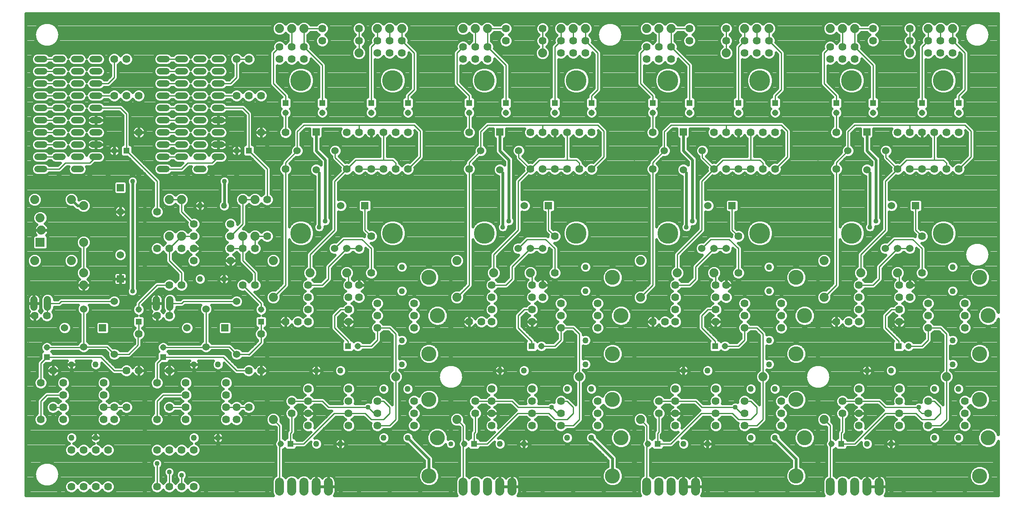
<source format=gtl>
G75*
%MOIN*%
%OFA0B0*%
%FSLAX25Y25*%
%IPPOS*%
%LPD*%
%AMOC8*
5,1,8,0,0,1.08239X$1,22.5*
%
%ADD10C,0.06400*%
%ADD11C,0.12268*%
%ADD12C,0.07400*%
%ADD13C,0.04953*%
%ADD14R,0.05150X0.05150*%
%ADD15C,0.05150*%
%ADD16C,0.06000*%
%ADD17C,0.17000*%
%ADD18R,0.06000X0.06000*%
%ADD19C,0.06000*%
%ADD20C,0.05200*%
%ADD21C,0.07400*%
%ADD22R,0.07400X0.07400*%
%ADD23C,0.02400*%
%ADD24C,0.04000*%
%ADD25C,0.01000*%
D10*
X0117595Y0295000D03*
X0127595Y0295000D03*
X0137595Y0295000D03*
X0147595Y0295000D03*
X0147595Y0325000D03*
X0137595Y0325000D03*
X0127595Y0325000D03*
X0117595Y0325000D03*
X0111095Y0350000D03*
X0111095Y0360000D03*
X0102595Y0360000D03*
X0111095Y0370000D03*
X0111095Y0380000D03*
X0102595Y0390000D03*
X0092595Y0380000D03*
X0092595Y0350000D03*
X0144095Y0350000D03*
X0152595Y0350000D03*
X0152595Y0360000D03*
X0144095Y0360000D03*
X0144095Y0370000D03*
X0144095Y0380000D03*
X0162595Y0390000D03*
X0172595Y0390000D03*
X0187595Y0380000D03*
X0197595Y0390000D03*
X0211095Y0380000D03*
X0211095Y0370000D03*
X0211095Y0360000D03*
X0211095Y0350000D03*
X0197595Y0360000D03*
X0187595Y0350000D03*
X0162595Y0360000D03*
X0187595Y0325000D03*
X0197595Y0325000D03*
X0207595Y0325000D03*
X0217595Y0325000D03*
X0217595Y0295000D03*
X0207595Y0295000D03*
X0197595Y0295000D03*
X0187595Y0295000D03*
X0244095Y0350000D03*
X0252595Y0350000D03*
X0252595Y0360000D03*
X0244095Y0360000D03*
X0244095Y0370000D03*
X0244095Y0380000D03*
X0262595Y0390000D03*
X0272595Y0390000D03*
X0262595Y0360000D03*
X0297595Y0355000D03*
X0297595Y0365000D03*
X0311095Y0365000D03*
X0311095Y0355000D03*
X0311095Y0345000D03*
X0344095Y0345000D03*
X0344095Y0355000D03*
X0344095Y0365000D03*
X0344095Y0375000D03*
X0367595Y0365000D03*
X0367595Y0355000D03*
X0367595Y0345000D03*
X0397595Y0345000D03*
X0397595Y0355000D03*
X0397595Y0365000D03*
X0447595Y0365000D03*
X0447595Y0355000D03*
X0461095Y0355000D03*
X0461095Y0345000D03*
X0461095Y0365000D03*
X0461095Y0375000D03*
X0494095Y0375000D03*
X0494095Y0365000D03*
X0494095Y0355000D03*
X0494095Y0345000D03*
X0517595Y0345000D03*
X0517595Y0355000D03*
X0517595Y0365000D03*
X0547595Y0365000D03*
X0547595Y0355000D03*
X0547595Y0345000D03*
X0597595Y0355000D03*
X0597595Y0365000D03*
X0611095Y0365000D03*
X0611095Y0355000D03*
X0611095Y0345000D03*
X0644095Y0345000D03*
X0644095Y0355000D03*
X0644095Y0365000D03*
X0644095Y0375000D03*
X0667595Y0365000D03*
X0667595Y0355000D03*
X0667595Y0345000D03*
X0697595Y0345000D03*
X0697595Y0355000D03*
X0697595Y0365000D03*
X0747595Y0365000D03*
X0747595Y0355000D03*
X0761095Y0355000D03*
X0761095Y0345000D03*
X0761095Y0365000D03*
X0761095Y0375000D03*
X0794095Y0375000D03*
X0794095Y0365000D03*
X0794095Y0355000D03*
X0794095Y0345000D03*
X0817595Y0345000D03*
X0817595Y0355000D03*
X0817595Y0365000D03*
X0847595Y0365000D03*
X0847595Y0355000D03*
X0847595Y0345000D03*
X0847595Y0425000D03*
X0847595Y0435000D03*
X0847595Y0445000D03*
X0817595Y0445000D03*
X0817595Y0435000D03*
X0817595Y0425000D03*
X0794095Y0430000D03*
X0794095Y0440000D03*
X0794095Y0450000D03*
X0802595Y0450000D03*
X0802595Y0460000D03*
X0794095Y0460000D03*
X0812595Y0470000D03*
X0812595Y0500000D03*
X0761095Y0460000D03*
X0761095Y0450000D03*
X0761095Y0440000D03*
X0761095Y0430000D03*
X0752595Y0430000D03*
X0742595Y0430000D03*
X0697595Y0425000D03*
X0697595Y0435000D03*
X0697595Y0445000D03*
X0667595Y0445000D03*
X0667595Y0435000D03*
X0667595Y0425000D03*
X0644095Y0430000D03*
X0644095Y0440000D03*
X0644095Y0450000D03*
X0652595Y0450000D03*
X0652595Y0460000D03*
X0644095Y0460000D03*
X0662595Y0470000D03*
X0662595Y0500000D03*
X0611095Y0460000D03*
X0611095Y0450000D03*
X0611095Y0440000D03*
X0611095Y0430000D03*
X0602595Y0430000D03*
X0592595Y0430000D03*
X0547595Y0425000D03*
X0547595Y0435000D03*
X0547595Y0445000D03*
X0517595Y0445000D03*
X0517595Y0435000D03*
X0517595Y0425000D03*
X0494095Y0430000D03*
X0494095Y0440000D03*
X0494095Y0450000D03*
X0502595Y0450000D03*
X0502595Y0460000D03*
X0494095Y0460000D03*
X0512595Y0470000D03*
X0512595Y0500000D03*
X0461095Y0460000D03*
X0461095Y0450000D03*
X0461095Y0440000D03*
X0461095Y0430000D03*
X0452595Y0430000D03*
X0442595Y0430000D03*
X0397595Y0425000D03*
X0397595Y0435000D03*
X0397595Y0445000D03*
X0367595Y0445000D03*
X0367595Y0435000D03*
X0367595Y0425000D03*
X0344095Y0430000D03*
X0344095Y0440000D03*
X0344095Y0450000D03*
X0352595Y0450000D03*
X0352595Y0460000D03*
X0344095Y0460000D03*
X0362595Y0470000D03*
X0362595Y0500000D03*
X0311095Y0460000D03*
X0311095Y0450000D03*
X0311095Y0440000D03*
X0311095Y0430000D03*
X0302595Y0430000D03*
X0292595Y0430000D03*
X0272595Y0420000D03*
X0267595Y0460000D03*
X0257595Y0460000D03*
X0247595Y0480000D03*
X0247595Y0490000D03*
X0247595Y0500000D03*
X0247595Y0510000D03*
X0257595Y0490000D03*
X0267595Y0490000D03*
X0277595Y0500000D03*
X0277595Y0530000D03*
X0292595Y0555000D03*
X0292595Y0585000D03*
X0272595Y0585000D03*
X0272595Y0615000D03*
X0262595Y0615000D03*
X0252595Y0615000D03*
X0252595Y0645000D03*
X0262595Y0645000D03*
X0287595Y0645000D03*
X0287595Y0655000D03*
X0297595Y0655000D03*
X0297595Y0645000D03*
X0307595Y0645000D03*
X0307595Y0655000D03*
X0322595Y0660000D03*
X0322595Y0670000D03*
X0352595Y0670000D03*
X0352595Y0660000D03*
X0367595Y0660000D03*
X0377595Y0660000D03*
X0387595Y0660000D03*
X0387595Y0650000D03*
X0377595Y0650000D03*
X0367595Y0650000D03*
X0437595Y0645000D03*
X0437595Y0655000D03*
X0447595Y0655000D03*
X0447595Y0645000D03*
X0457595Y0645000D03*
X0457595Y0655000D03*
X0472595Y0660000D03*
X0472595Y0670000D03*
X0502595Y0670000D03*
X0502595Y0660000D03*
X0517595Y0660000D03*
X0527595Y0660000D03*
X0537595Y0660000D03*
X0537595Y0650000D03*
X0527595Y0650000D03*
X0517595Y0650000D03*
X0587595Y0645000D03*
X0587595Y0655000D03*
X0597595Y0655000D03*
X0597595Y0645000D03*
X0607595Y0645000D03*
X0607595Y0655000D03*
X0622595Y0660000D03*
X0622595Y0670000D03*
X0652595Y0670000D03*
X0652595Y0660000D03*
X0667595Y0660000D03*
X0677595Y0660000D03*
X0687595Y0660000D03*
X0687595Y0650000D03*
X0677595Y0650000D03*
X0667595Y0650000D03*
X0737595Y0645000D03*
X0737595Y0655000D03*
X0747595Y0655000D03*
X0747595Y0645000D03*
X0757595Y0645000D03*
X0757595Y0655000D03*
X0772595Y0660000D03*
X0772595Y0670000D03*
X0802595Y0670000D03*
X0802595Y0660000D03*
X0817595Y0660000D03*
X0827595Y0660000D03*
X0837595Y0660000D03*
X0837595Y0650000D03*
X0827595Y0650000D03*
X0817595Y0650000D03*
X0812595Y0585000D03*
X0802595Y0585000D03*
X0792595Y0585000D03*
X0792595Y0555000D03*
X0802595Y0555000D03*
X0812595Y0555000D03*
X0822595Y0555000D03*
X0832595Y0555000D03*
X0842595Y0555000D03*
X0842595Y0585000D03*
X0832595Y0585000D03*
X0822595Y0585000D03*
X0742595Y0585000D03*
X0742595Y0555000D03*
X0692595Y0555000D03*
X0682595Y0555000D03*
X0672595Y0555000D03*
X0662595Y0555000D03*
X0652595Y0555000D03*
X0642595Y0555000D03*
X0642595Y0585000D03*
X0652595Y0585000D03*
X0662595Y0585000D03*
X0672595Y0585000D03*
X0682595Y0585000D03*
X0692595Y0585000D03*
X0592595Y0585000D03*
X0592595Y0555000D03*
X0542595Y0555000D03*
X0532595Y0555000D03*
X0522595Y0555000D03*
X0512595Y0555000D03*
X0502595Y0555000D03*
X0492595Y0555000D03*
X0492595Y0585000D03*
X0502595Y0585000D03*
X0512595Y0585000D03*
X0522595Y0585000D03*
X0532595Y0585000D03*
X0542595Y0585000D03*
X0442595Y0585000D03*
X0442595Y0555000D03*
X0392595Y0555000D03*
X0382595Y0555000D03*
X0372595Y0555000D03*
X0362595Y0555000D03*
X0352595Y0555000D03*
X0342595Y0555000D03*
X0342595Y0585000D03*
X0352595Y0585000D03*
X0362595Y0585000D03*
X0372595Y0585000D03*
X0382595Y0585000D03*
X0392595Y0585000D03*
X0217595Y0510000D03*
X0217595Y0500000D03*
X0217595Y0490000D03*
X0207595Y0490000D03*
X0197595Y0490000D03*
X0187595Y0490000D03*
X0187595Y0520000D03*
X0217595Y0480000D03*
X0207595Y0460000D03*
X0197595Y0460000D03*
X0197595Y0435000D03*
X0187595Y0435000D03*
X0172595Y0420000D03*
X0097595Y0435000D03*
X0087595Y0435000D03*
X0172595Y0585000D03*
X0172595Y0615000D03*
X0162595Y0615000D03*
X0152595Y0615000D03*
X0152595Y0645000D03*
X0162595Y0645000D03*
X0311095Y0375000D03*
X0611095Y0375000D03*
D11*
X0559676Y0366280D03*
X0566611Y0335000D03*
X0559676Y0303720D03*
X0559676Y0403720D03*
X0566611Y0435000D03*
X0559676Y0466280D03*
X0416611Y0435000D03*
X0409676Y0403720D03*
X0409676Y0366280D03*
X0416611Y0335000D03*
X0409676Y0303720D03*
X0409676Y0466280D03*
X0709676Y0466280D03*
X0716611Y0435000D03*
X0709676Y0403720D03*
X0709676Y0366280D03*
X0716611Y0335000D03*
X0709676Y0303720D03*
X0859676Y0303720D03*
X0866611Y0335000D03*
X0859676Y0366280D03*
X0859676Y0403720D03*
X0866611Y0435000D03*
X0859676Y0466280D03*
D12*
X0792595Y0470000D03*
X0762595Y0470000D03*
X0732595Y0480000D03*
X0732595Y0450000D03*
X0682595Y0385000D03*
X0732595Y0350000D03*
X0832595Y0385000D03*
X0642595Y0470000D03*
X0612595Y0470000D03*
X0582595Y0480000D03*
X0582595Y0450000D03*
X0532595Y0385000D03*
X0582595Y0350000D03*
X0432595Y0350000D03*
X0382595Y0385000D03*
X0432595Y0450000D03*
X0462595Y0470000D03*
X0492595Y0470000D03*
X0432595Y0480000D03*
X0342595Y0470000D03*
X0312595Y0470000D03*
X0282595Y0480000D03*
X0267595Y0500000D03*
X0257595Y0500000D03*
X0257595Y0530000D03*
X0267595Y0530000D03*
X0207595Y0530000D03*
X0197595Y0530000D03*
X0197595Y0500000D03*
X0207595Y0500000D03*
X0127595Y0495000D03*
X0117595Y0480000D03*
X0127595Y0470000D03*
X0127595Y0460000D03*
X0087595Y0480000D03*
X0093095Y0505000D03*
X0092095Y0515000D03*
X0087595Y0530000D03*
X0117595Y0530000D03*
X0127595Y0525000D03*
X0282595Y0450000D03*
X0282595Y0350000D03*
X0352595Y0650000D03*
X0367595Y0670000D03*
X0377595Y0670000D03*
X0387595Y0670000D03*
X0437595Y0670000D03*
X0447595Y0670000D03*
X0457595Y0670000D03*
X0502595Y0650000D03*
X0517595Y0670000D03*
X0527595Y0670000D03*
X0537595Y0670000D03*
X0587595Y0670000D03*
X0597595Y0670000D03*
X0607595Y0670000D03*
X0652595Y0650000D03*
X0667595Y0670000D03*
X0677595Y0670000D03*
X0687595Y0670000D03*
X0737595Y0670000D03*
X0747595Y0670000D03*
X0757595Y0670000D03*
X0802595Y0650000D03*
X0817595Y0670000D03*
X0827595Y0670000D03*
X0837595Y0670000D03*
X0307595Y0670000D03*
X0297595Y0670000D03*
X0287595Y0670000D03*
D13*
X0242438Y0525000D03*
X0222753Y0525000D03*
X0222753Y0465000D03*
X0242438Y0465000D03*
X0237438Y0395000D03*
X0217753Y0395000D03*
X0217753Y0335000D03*
X0237438Y0335000D03*
X0317753Y0330000D03*
X0337438Y0330000D03*
X0372753Y0335000D03*
X0392438Y0335000D03*
X0392438Y0375000D03*
X0372753Y0375000D03*
X0387595Y0395157D03*
X0387595Y0414843D03*
X0337438Y0390000D03*
X0317753Y0390000D03*
X0387595Y0455157D03*
X0387595Y0474843D03*
X0467753Y0390000D03*
X0487438Y0390000D03*
X0522753Y0375000D03*
X0542438Y0375000D03*
X0537595Y0395157D03*
X0537595Y0414843D03*
X0537595Y0455157D03*
X0537595Y0474843D03*
X0617753Y0390000D03*
X0637438Y0390000D03*
X0672753Y0375000D03*
X0692438Y0375000D03*
X0687595Y0395157D03*
X0687595Y0414843D03*
X0687595Y0455157D03*
X0687595Y0474843D03*
X0767753Y0390000D03*
X0787438Y0390000D03*
X0822753Y0375000D03*
X0842438Y0375000D03*
X0837595Y0395157D03*
X0837595Y0414843D03*
X0837595Y0455157D03*
X0837595Y0474843D03*
X0842438Y0335000D03*
X0822753Y0335000D03*
X0787438Y0330000D03*
X0767753Y0330000D03*
X0692438Y0335000D03*
X0672753Y0335000D03*
X0637438Y0330000D03*
X0617753Y0330000D03*
X0542438Y0335000D03*
X0522753Y0335000D03*
X0487438Y0330000D03*
X0467753Y0330000D03*
X0137438Y0335000D03*
X0117753Y0335000D03*
X0117753Y0395000D03*
X0137438Y0395000D03*
D14*
X0097595Y0401063D03*
X0172595Y0430079D03*
X0192595Y0401063D03*
X0272595Y0430079D03*
X0343658Y0410000D03*
X0296532Y0330000D03*
X0446532Y0330000D03*
X0493658Y0410000D03*
X0596532Y0330000D03*
X0643658Y0410000D03*
X0746532Y0330000D03*
X0793658Y0410000D03*
X0812595Y0608937D03*
X0842595Y0608937D03*
X0772595Y0608937D03*
X0742595Y0608937D03*
X0692595Y0608937D03*
X0662595Y0608937D03*
X0622595Y0608937D03*
X0592595Y0608937D03*
X0542595Y0608937D03*
X0512595Y0608937D03*
X0472595Y0608937D03*
X0442595Y0608937D03*
X0392595Y0608937D03*
X0362595Y0608937D03*
X0322595Y0608937D03*
X0292595Y0608937D03*
X0262516Y0570000D03*
X0162516Y0570000D03*
D15*
X0152674Y0570000D03*
X0252674Y0570000D03*
X0292595Y0601063D03*
X0322595Y0601063D03*
X0362595Y0601063D03*
X0392595Y0601063D03*
X0442595Y0601063D03*
X0472595Y0601063D03*
X0512595Y0601063D03*
X0542595Y0601063D03*
X0592595Y0601063D03*
X0622595Y0601063D03*
X0662595Y0601063D03*
X0692595Y0601063D03*
X0742595Y0601063D03*
X0772595Y0601063D03*
X0812595Y0601063D03*
X0842595Y0601063D03*
X0801532Y0410000D03*
X0738658Y0330000D03*
X0651532Y0410000D03*
X0588658Y0330000D03*
X0501532Y0410000D03*
X0438658Y0330000D03*
X0351532Y0410000D03*
X0272595Y0439921D03*
X0192595Y0408937D03*
X0172595Y0439921D03*
X0097595Y0408937D03*
X0288658Y0330000D03*
D16*
X0252595Y0403346D03*
X0227595Y0409500D03*
X0212095Y0425000D03*
X0227595Y0440500D03*
X0252595Y0446654D03*
X0332595Y0490000D03*
X0342595Y0490000D03*
X0352595Y0490000D03*
X0337753Y0525000D03*
X0317595Y0554500D03*
X0302095Y0570000D03*
X0333095Y0570000D03*
X0452095Y0570000D03*
X0467595Y0554500D03*
X0483095Y0570000D03*
X0487753Y0525000D03*
X0492595Y0490000D03*
X0482595Y0490000D03*
X0502595Y0490000D03*
X0602095Y0570000D03*
X0617595Y0554500D03*
X0633095Y0570000D03*
X0637753Y0525000D03*
X0642595Y0490000D03*
X0632595Y0490000D03*
X0652595Y0490000D03*
X0752095Y0570000D03*
X0767595Y0554500D03*
X0783095Y0570000D03*
X0787753Y0525000D03*
X0792595Y0490000D03*
X0782595Y0490000D03*
X0802595Y0490000D03*
X0157595Y0484843D03*
X0157595Y0520157D03*
X0152595Y0446654D03*
X0127595Y0440500D03*
X0112095Y0425000D03*
X0127595Y0409500D03*
X0152595Y0403346D03*
D17*
X0305095Y0502500D03*
X0380095Y0502500D03*
X0455095Y0502500D03*
X0530095Y0502500D03*
X0605095Y0502500D03*
X0680095Y0502500D03*
X0755095Y0502500D03*
X0830095Y0502500D03*
X0830095Y0627500D03*
X0755095Y0627500D03*
X0680095Y0627500D03*
X0605095Y0627500D03*
X0530095Y0627500D03*
X0455095Y0627500D03*
X0380095Y0627500D03*
X0305095Y0627500D03*
D18*
X0317595Y0585500D03*
X0357438Y0525000D03*
X0467595Y0585500D03*
X0507438Y0525000D03*
X0617595Y0585500D03*
X0657438Y0525000D03*
X0767595Y0585500D03*
X0807438Y0525000D03*
X0243095Y0425000D03*
X0157595Y0465157D03*
X0143095Y0425000D03*
X0157595Y0539843D03*
D19*
X0187095Y0448000D02*
X0187095Y0442000D01*
X0198095Y0442000D02*
X0198095Y0448000D01*
X0098095Y0448000D02*
X0098095Y0442000D01*
X0087095Y0442000D02*
X0087095Y0448000D01*
D20*
X0089995Y0555000D02*
X0095195Y0555000D01*
X0095195Y0565000D02*
X0089995Y0565000D01*
X0089995Y0575000D02*
X0095195Y0575000D01*
X0104995Y0575000D02*
X0110195Y0575000D01*
X0119995Y0575000D02*
X0125195Y0575000D01*
X0134995Y0575000D02*
X0140195Y0575000D01*
X0140195Y0565000D02*
X0134995Y0565000D01*
X0125195Y0565000D02*
X0119995Y0565000D01*
X0110195Y0565000D02*
X0104995Y0565000D01*
X0119995Y0555000D02*
X0125195Y0555000D01*
X0125195Y0585000D02*
X0119995Y0585000D01*
X0110195Y0585000D02*
X0104995Y0585000D01*
X0095195Y0585000D02*
X0089995Y0585000D01*
X0089995Y0595000D02*
X0095195Y0595000D01*
X0104995Y0595000D02*
X0110195Y0595000D01*
X0119995Y0595000D02*
X0125195Y0595000D01*
X0134995Y0595000D02*
X0140195Y0595000D01*
X0140195Y0605000D02*
X0134995Y0605000D01*
X0125195Y0605000D02*
X0119995Y0605000D01*
X0110195Y0605000D02*
X0104995Y0605000D01*
X0095195Y0605000D02*
X0089995Y0605000D01*
X0089995Y0615000D02*
X0095195Y0615000D01*
X0104995Y0615000D02*
X0110195Y0615000D01*
X0119995Y0615000D02*
X0125195Y0615000D01*
X0134995Y0615000D02*
X0140195Y0615000D01*
X0140195Y0625000D02*
X0134995Y0625000D01*
X0125195Y0625000D02*
X0119995Y0625000D01*
X0110195Y0625000D02*
X0104995Y0625000D01*
X0095195Y0625000D02*
X0089995Y0625000D01*
X0089995Y0635000D02*
X0095195Y0635000D01*
X0104995Y0635000D02*
X0110195Y0635000D01*
X0119995Y0635000D02*
X0125195Y0635000D01*
X0134995Y0635000D02*
X0140195Y0635000D01*
X0140195Y0645000D02*
X0134995Y0645000D01*
X0125195Y0645000D02*
X0119995Y0645000D01*
X0110195Y0645000D02*
X0104995Y0645000D01*
X0095195Y0645000D02*
X0089995Y0645000D01*
X0134995Y0585000D02*
X0140195Y0585000D01*
X0189995Y0585000D02*
X0195195Y0585000D01*
X0204995Y0585000D02*
X0210195Y0585000D01*
X0219995Y0585000D02*
X0225195Y0585000D01*
X0234995Y0585000D02*
X0240195Y0585000D01*
X0240195Y0575000D02*
X0234995Y0575000D01*
X0225195Y0575000D02*
X0219995Y0575000D01*
X0210195Y0575000D02*
X0204995Y0575000D01*
X0195195Y0575000D02*
X0189995Y0575000D01*
X0189995Y0565000D02*
X0195195Y0565000D01*
X0204995Y0565000D02*
X0210195Y0565000D01*
X0219995Y0565000D02*
X0225195Y0565000D01*
X0234995Y0565000D02*
X0240195Y0565000D01*
X0225195Y0555000D02*
X0219995Y0555000D01*
X0195195Y0555000D02*
X0189995Y0555000D01*
X0189995Y0595000D02*
X0195195Y0595000D01*
X0204995Y0595000D02*
X0210195Y0595000D01*
X0219995Y0595000D02*
X0225195Y0595000D01*
X0234995Y0595000D02*
X0240195Y0595000D01*
X0240195Y0605000D02*
X0234995Y0605000D01*
X0225195Y0605000D02*
X0219995Y0605000D01*
X0210195Y0605000D02*
X0204995Y0605000D01*
X0195195Y0605000D02*
X0189995Y0605000D01*
X0189995Y0615000D02*
X0195195Y0615000D01*
X0204995Y0615000D02*
X0210195Y0615000D01*
X0219995Y0615000D02*
X0225195Y0615000D01*
X0234995Y0615000D02*
X0240195Y0615000D01*
X0240195Y0625000D02*
X0234995Y0625000D01*
X0225195Y0625000D02*
X0219995Y0625000D01*
X0210195Y0625000D02*
X0204995Y0625000D01*
X0195195Y0625000D02*
X0189995Y0625000D01*
X0189995Y0635000D02*
X0195195Y0635000D01*
X0204995Y0635000D02*
X0210195Y0635000D01*
X0219995Y0635000D02*
X0225195Y0635000D01*
X0234995Y0635000D02*
X0240195Y0635000D01*
X0240195Y0645000D02*
X0234995Y0645000D01*
X0225195Y0645000D02*
X0219995Y0645000D01*
X0210195Y0645000D02*
X0204995Y0645000D01*
X0195195Y0645000D02*
X0189995Y0645000D01*
D21*
X0287595Y0298700D02*
X0287595Y0291300D01*
X0297595Y0291300D02*
X0297595Y0298700D01*
X0307595Y0298700D02*
X0307595Y0291300D01*
X0317595Y0291300D02*
X0317595Y0298700D01*
X0327595Y0298700D02*
X0327595Y0291300D01*
X0437595Y0291300D02*
X0437595Y0298700D01*
X0447595Y0298700D02*
X0447595Y0291300D01*
X0457595Y0291300D02*
X0457595Y0298700D01*
X0467595Y0298700D02*
X0467595Y0291300D01*
X0477595Y0291300D02*
X0477595Y0298700D01*
X0587595Y0298700D02*
X0587595Y0291300D01*
X0597595Y0291300D02*
X0597595Y0298700D01*
X0607595Y0298700D02*
X0607595Y0291300D01*
X0617595Y0291300D02*
X0617595Y0298700D01*
X0627595Y0298700D02*
X0627595Y0291300D01*
X0737595Y0291300D02*
X0737595Y0298700D01*
X0747595Y0298700D02*
X0747595Y0291300D01*
X0757595Y0291300D02*
X0757595Y0298700D01*
X0767595Y0298700D02*
X0767595Y0291300D01*
X0777595Y0291300D02*
X0777595Y0298700D01*
D22*
X0092095Y0495000D03*
D23*
X0080395Y0682200D02*
X0080395Y0287800D01*
X0282468Y0287800D01*
X0282424Y0287845D01*
X0281495Y0290087D01*
X0281495Y0299913D01*
X0282424Y0302155D01*
X0284140Y0303871D01*
X0284695Y0304101D01*
X0284695Y0326928D01*
X0284441Y0327182D01*
X0283683Y0329010D01*
X0283683Y0330990D01*
X0284441Y0332818D01*
X0284853Y0333230D01*
X0284853Y0343641D01*
X0284364Y0344130D01*
X0283809Y0343900D01*
X0281382Y0343900D01*
X0279140Y0344829D01*
X0277424Y0346545D01*
X0276495Y0348787D01*
X0276495Y0351213D01*
X0277424Y0353455D01*
X0279140Y0355171D01*
X0281382Y0356100D01*
X0283809Y0356100D01*
X0286051Y0355171D01*
X0287766Y0353455D01*
X0288695Y0351213D01*
X0288695Y0348787D01*
X0288465Y0348231D01*
X0289395Y0347301D01*
X0290211Y0346485D01*
X0290653Y0345419D01*
X0290653Y0334559D01*
X0291476Y0334217D01*
X0291875Y0333819D01*
X0291923Y0333934D01*
X0292598Y0334609D01*
X0293480Y0334975D01*
X0293632Y0334975D01*
X0293632Y0339356D01*
X0294074Y0340422D01*
X0294695Y0341044D01*
X0294695Y0350140D01*
X0294423Y0350253D01*
X0292848Y0351828D01*
X0291995Y0353886D01*
X0291995Y0356114D01*
X0292848Y0358172D01*
X0294423Y0359747D01*
X0295033Y0360000D01*
X0294423Y0360253D01*
X0292848Y0361828D01*
X0291995Y0363886D01*
X0291995Y0366114D01*
X0292848Y0368172D01*
X0294423Y0369747D01*
X0296481Y0370600D01*
X0298709Y0370600D01*
X0300767Y0369747D01*
X0302343Y0368172D01*
X0302455Y0367900D01*
X0306235Y0367900D01*
X0306348Y0368172D01*
X0307923Y0369747D01*
X0308533Y0370000D01*
X0307923Y0370253D01*
X0306348Y0371828D01*
X0305495Y0373886D01*
X0305495Y0376114D01*
X0306348Y0378172D01*
X0307923Y0379747D01*
X0309981Y0380600D01*
X0312209Y0380600D01*
X0314267Y0379747D01*
X0315843Y0378172D01*
X0316695Y0376114D01*
X0316695Y0373886D01*
X0315843Y0371828D01*
X0314267Y0370253D01*
X0313658Y0370000D01*
X0314267Y0369747D01*
X0315843Y0368172D01*
X0315955Y0367900D01*
X0323172Y0367900D01*
X0324238Y0367458D01*
X0328796Y0362900D01*
X0338904Y0362900D01*
X0338495Y0363886D01*
X0338495Y0366114D01*
X0339348Y0368172D01*
X0340923Y0369747D01*
X0341533Y0370000D01*
X0340923Y0370253D01*
X0339348Y0371828D01*
X0338495Y0373886D01*
X0338495Y0376114D01*
X0339348Y0378172D01*
X0340923Y0379747D01*
X0342981Y0380600D01*
X0345209Y0380600D01*
X0347267Y0379747D01*
X0348843Y0378172D01*
X0349695Y0376114D01*
X0349695Y0373886D01*
X0348843Y0371828D01*
X0347267Y0370253D01*
X0346658Y0370000D01*
X0347267Y0369747D01*
X0348843Y0368172D01*
X0349695Y0366114D01*
X0349695Y0363886D01*
X0349287Y0362900D01*
X0356773Y0362900D01*
X0357603Y0363730D01*
X0359220Y0364400D01*
X0360970Y0364400D01*
X0361995Y0363976D01*
X0361995Y0366114D01*
X0362848Y0368172D01*
X0364423Y0369747D01*
X0366481Y0370600D01*
X0368709Y0370600D01*
X0370767Y0369747D01*
X0372343Y0368172D01*
X0372455Y0367900D01*
X0373172Y0367900D01*
X0374238Y0367458D01*
X0379695Y0362001D01*
X0379695Y0379599D01*
X0379140Y0379829D01*
X0377424Y0381545D01*
X0376495Y0383787D01*
X0376495Y0386213D01*
X0377424Y0388455D01*
X0379140Y0390171D01*
X0379695Y0390401D01*
X0379695Y0418799D01*
X0376394Y0422100D01*
X0372455Y0422100D01*
X0372343Y0421828D01*
X0370767Y0420253D01*
X0370495Y0420140D01*
X0370495Y0414423D01*
X0370054Y0413357D01*
X0369238Y0412541D01*
X0364238Y0407541D01*
X0363172Y0407100D01*
X0355668Y0407100D01*
X0354350Y0405783D01*
X0352522Y0405025D01*
X0350543Y0405025D01*
X0348714Y0405783D01*
X0348315Y0406181D01*
X0348268Y0406066D01*
X0347592Y0405391D01*
X0346710Y0405025D01*
X0340606Y0405025D01*
X0339724Y0405391D01*
X0339049Y0406066D01*
X0338683Y0406948D01*
X0338683Y0413052D01*
X0339049Y0413934D01*
X0339304Y0414190D01*
X0330137Y0423357D01*
X0329695Y0424423D01*
X0329695Y0435577D01*
X0330137Y0436643D01*
X0330952Y0437458D01*
X0335952Y0442458D01*
X0337018Y0442900D01*
X0339235Y0442900D01*
X0339348Y0443172D01*
X0340923Y0444747D01*
X0341533Y0445000D01*
X0340923Y0445253D01*
X0339348Y0446828D01*
X0338495Y0448886D01*
X0338495Y0451114D01*
X0339348Y0453172D01*
X0340923Y0454747D01*
X0341533Y0455000D01*
X0340923Y0455253D01*
X0339348Y0456828D01*
X0338495Y0458886D01*
X0338495Y0461114D01*
X0339348Y0463172D01*
X0340458Y0464283D01*
X0339140Y0464829D01*
X0337424Y0466545D01*
X0336495Y0468787D01*
X0336495Y0471213D01*
X0337424Y0473455D01*
X0339140Y0475171D01*
X0341382Y0476100D01*
X0343809Y0476100D01*
X0346051Y0475171D01*
X0347766Y0473455D01*
X0348695Y0471213D01*
X0348695Y0468787D01*
X0347766Y0466545D01*
X0346995Y0465773D01*
X0346995Y0464860D01*
X0347267Y0464747D01*
X0348487Y0463528D01*
X0349077Y0464119D01*
X0349765Y0464618D01*
X0350522Y0465004D01*
X0351331Y0465267D01*
X0352170Y0465400D01*
X0352595Y0465400D01*
X0352595Y0460000D01*
X0352595Y0460000D01*
X0352595Y0465400D01*
X0353020Y0465400D01*
X0353860Y0465267D01*
X0354668Y0465004D01*
X0355425Y0464618D01*
X0356113Y0464119D01*
X0356714Y0463518D01*
X0357214Y0462830D01*
X0357600Y0462073D01*
X0357862Y0461265D01*
X0357995Y0460425D01*
X0357995Y0460000D01*
X0352595Y0460000D01*
X0352595Y0460000D01*
X0357995Y0460000D01*
X0357995Y0459575D01*
X0357862Y0458735D01*
X0357600Y0457927D01*
X0357214Y0457170D01*
X0356714Y0456482D01*
X0356113Y0455881D01*
X0355425Y0455382D01*
X0354892Y0455110D01*
X0355767Y0454747D01*
X0357343Y0453172D01*
X0358195Y0451114D01*
X0358195Y0448886D01*
X0357343Y0446828D01*
X0355767Y0445253D01*
X0353709Y0444400D01*
X0351481Y0444400D01*
X0349423Y0445253D01*
X0348345Y0446330D01*
X0347267Y0445253D01*
X0346658Y0445000D01*
X0347267Y0444747D01*
X0348843Y0443172D01*
X0349695Y0441114D01*
X0349695Y0438886D01*
X0348843Y0436828D01*
X0347267Y0435253D01*
X0346392Y0434890D01*
X0346925Y0434618D01*
X0347613Y0434119D01*
X0348214Y0433518D01*
X0348714Y0432830D01*
X0349100Y0432073D01*
X0349362Y0431265D01*
X0349495Y0430425D01*
X0349495Y0430000D01*
X0344095Y0430000D01*
X0344095Y0430000D01*
X0338695Y0430000D01*
X0338695Y0430425D01*
X0338828Y0431265D01*
X0339091Y0432073D01*
X0339477Y0432830D01*
X0339976Y0433518D01*
X0340577Y0434119D01*
X0341265Y0434618D01*
X0341798Y0434890D01*
X0340923Y0435253D01*
X0339348Y0436828D01*
X0339235Y0437100D01*
X0338796Y0437100D01*
X0335495Y0433799D01*
X0335495Y0426201D01*
X0345301Y0416395D01*
X0346117Y0415580D01*
X0346367Y0414975D01*
X0346710Y0414975D01*
X0347592Y0414609D01*
X0348268Y0413934D01*
X0348315Y0413819D01*
X0348714Y0414217D01*
X0350543Y0414975D01*
X0352522Y0414975D01*
X0354350Y0414217D01*
X0355668Y0412900D01*
X0361394Y0412900D01*
X0364695Y0416201D01*
X0364695Y0420140D01*
X0364423Y0420253D01*
X0362848Y0421828D01*
X0361995Y0423886D01*
X0361995Y0426114D01*
X0362848Y0428172D01*
X0364423Y0429747D01*
X0365033Y0430000D01*
X0364423Y0430253D01*
X0362848Y0431828D01*
X0361995Y0433886D01*
X0361995Y0436114D01*
X0362848Y0438172D01*
X0364423Y0439747D01*
X0365033Y0440000D01*
X0364423Y0440253D01*
X0362848Y0441828D01*
X0361995Y0443886D01*
X0361995Y0446114D01*
X0362848Y0448172D01*
X0364423Y0449747D01*
X0366481Y0450600D01*
X0368709Y0450600D01*
X0370767Y0449747D01*
X0372343Y0448172D01*
X0373195Y0446114D01*
X0373195Y0443886D01*
X0372343Y0441828D01*
X0370767Y0440253D01*
X0370158Y0440000D01*
X0370767Y0439747D01*
X0372343Y0438172D01*
X0373195Y0436114D01*
X0373195Y0433886D01*
X0372343Y0431828D01*
X0370767Y0430253D01*
X0370158Y0430000D01*
X0370767Y0429747D01*
X0372343Y0428172D01*
X0372455Y0427900D01*
X0378172Y0427900D01*
X0379238Y0427458D01*
X0380054Y0426643D01*
X0385054Y0421643D01*
X0385495Y0420577D01*
X0385495Y0419251D01*
X0386625Y0419719D01*
X0388565Y0419719D01*
X0390357Y0418977D01*
X0391729Y0417605D01*
X0392472Y0415812D01*
X0392472Y0413873D01*
X0391729Y0412080D01*
X0390357Y0410709D01*
X0388565Y0409966D01*
X0386625Y0409966D01*
X0385495Y0410434D01*
X0385495Y0399566D01*
X0386625Y0400034D01*
X0388565Y0400034D01*
X0390357Y0399291D01*
X0391729Y0397920D01*
X0392472Y0396127D01*
X0392472Y0394187D01*
X0391729Y0392395D01*
X0390357Y0391023D01*
X0388565Y0390281D01*
X0386625Y0390281D01*
X0385495Y0390749D01*
X0385495Y0390401D01*
X0386051Y0390171D01*
X0387766Y0388455D01*
X0388695Y0386213D01*
X0388695Y0383787D01*
X0387766Y0381545D01*
X0386051Y0379829D01*
X0385495Y0379599D01*
X0385495Y0349423D01*
X0385054Y0348357D01*
X0384238Y0347541D01*
X0379238Y0342541D01*
X0378172Y0342100D01*
X0372455Y0342100D01*
X0372343Y0341828D01*
X0370767Y0340253D01*
X0368709Y0339400D01*
X0366481Y0339400D01*
X0364423Y0340253D01*
X0362848Y0341828D01*
X0361995Y0343886D01*
X0361995Y0346114D01*
X0362404Y0347100D01*
X0362018Y0347100D01*
X0360952Y0347541D01*
X0360137Y0348357D01*
X0356394Y0352100D01*
X0348955Y0352100D01*
X0348843Y0351828D01*
X0347267Y0350253D01*
X0346658Y0350000D01*
X0347267Y0349747D01*
X0348843Y0348172D01*
X0349695Y0346114D01*
X0349695Y0343886D01*
X0348843Y0341828D01*
X0347267Y0340253D01*
X0345209Y0339400D01*
X0342981Y0339400D01*
X0340923Y0340253D01*
X0339348Y0341828D01*
X0338495Y0343886D01*
X0338495Y0346114D01*
X0339348Y0348172D01*
X0340923Y0349747D01*
X0341533Y0350000D01*
X0340923Y0350253D01*
X0339348Y0351828D01*
X0339235Y0352100D01*
X0333639Y0352100D01*
X0316155Y0334617D01*
X0316783Y0334876D01*
X0318723Y0334876D01*
X0320515Y0334134D01*
X0321887Y0332762D01*
X0322629Y0330970D01*
X0322629Y0329030D01*
X0321887Y0327238D01*
X0320515Y0325866D01*
X0318723Y0325124D01*
X0316783Y0325124D01*
X0314990Y0325866D01*
X0313619Y0327238D01*
X0312876Y0329030D01*
X0312876Y0330970D01*
X0313136Y0331597D01*
X0309080Y0327541D01*
X0308015Y0327100D01*
X0301507Y0327100D01*
X0301507Y0326948D01*
X0301142Y0326066D01*
X0300466Y0325391D01*
X0299584Y0325025D01*
X0293480Y0325025D01*
X0292598Y0325391D01*
X0291923Y0326066D01*
X0291875Y0326181D01*
X0291476Y0325783D01*
X0290495Y0325376D01*
X0290495Y0304101D01*
X0291051Y0303871D01*
X0292595Y0302327D01*
X0294140Y0303871D01*
X0296382Y0304800D01*
X0298809Y0304800D01*
X0301051Y0303871D01*
X0302595Y0302327D01*
X0304140Y0303871D01*
X0306382Y0304800D01*
X0308809Y0304800D01*
X0311051Y0303871D01*
X0312766Y0302155D01*
X0312783Y0302115D01*
X0313095Y0302544D01*
X0313752Y0303200D01*
X0314503Y0303746D01*
X0315330Y0304168D01*
X0316214Y0304455D01*
X0317131Y0304600D01*
X0317595Y0304600D01*
X0317595Y0295000D01*
X0317595Y0295000D01*
X0317595Y0304600D01*
X0318059Y0304600D01*
X0318977Y0304455D01*
X0319860Y0304168D01*
X0320687Y0303746D01*
X0321439Y0303200D01*
X0322095Y0302544D01*
X0322595Y0301856D01*
X0323095Y0302544D01*
X0323752Y0303200D01*
X0324503Y0303746D01*
X0325330Y0304168D01*
X0326214Y0304455D01*
X0327131Y0304600D01*
X0327595Y0304600D01*
X0327595Y0295000D01*
X0327595Y0295000D01*
X0317595Y0295000D01*
X0317595Y0295000D01*
X0321695Y0295000D01*
X0327595Y0295000D01*
X0327595Y0295000D01*
X0327595Y0304600D01*
X0328059Y0304600D01*
X0328977Y0304455D01*
X0329860Y0304168D01*
X0330687Y0303746D01*
X0331439Y0303200D01*
X0332095Y0302544D01*
X0332641Y0301792D01*
X0333063Y0300965D01*
X0333350Y0300082D01*
X0333495Y0299164D01*
X0333495Y0295000D01*
X0327595Y0295000D01*
X0327595Y0295000D01*
X0333495Y0295000D01*
X0333495Y0290836D01*
X0333350Y0289918D01*
X0333063Y0289035D01*
X0332641Y0288208D01*
X0332345Y0287800D01*
X0432468Y0287800D01*
X0432424Y0287845D01*
X0431495Y0290087D01*
X0431495Y0299913D01*
X0432424Y0302155D01*
X0434140Y0303871D01*
X0434695Y0304101D01*
X0434695Y0326928D01*
X0434441Y0327182D01*
X0433683Y0329010D01*
X0433683Y0330990D01*
X0434441Y0332818D01*
X0434853Y0333230D01*
X0434853Y0343641D01*
X0434364Y0344130D01*
X0433809Y0343900D01*
X0431382Y0343900D01*
X0429140Y0344829D01*
X0427424Y0346545D01*
X0426495Y0348787D01*
X0426495Y0351213D01*
X0427424Y0353455D01*
X0429140Y0355171D01*
X0431382Y0356100D01*
X0433809Y0356100D01*
X0436051Y0355171D01*
X0437766Y0353455D01*
X0438695Y0351213D01*
X0438695Y0348787D01*
X0438465Y0348231D01*
X0439395Y0347301D01*
X0440211Y0346485D01*
X0440653Y0345419D01*
X0440653Y0334559D01*
X0441476Y0334217D01*
X0441875Y0333819D01*
X0441923Y0333934D01*
X0442598Y0334609D01*
X0443480Y0334975D01*
X0443632Y0334975D01*
X0443632Y0339356D01*
X0444074Y0340422D01*
X0444695Y0341044D01*
X0444695Y0350140D01*
X0444423Y0350253D01*
X0442848Y0351828D01*
X0441995Y0353886D01*
X0441995Y0356114D01*
X0442848Y0358172D01*
X0444423Y0359747D01*
X0445033Y0360000D01*
X0444423Y0360253D01*
X0442848Y0361828D01*
X0441995Y0363886D01*
X0441995Y0366114D01*
X0442848Y0368172D01*
X0444423Y0369747D01*
X0446481Y0370600D01*
X0448709Y0370600D01*
X0450767Y0369747D01*
X0452343Y0368172D01*
X0452455Y0367900D01*
X0456235Y0367900D01*
X0456348Y0368172D01*
X0457923Y0369747D01*
X0458533Y0370000D01*
X0457923Y0370253D01*
X0456348Y0371828D01*
X0455495Y0373886D01*
X0455495Y0376114D01*
X0456348Y0378172D01*
X0457923Y0379747D01*
X0459981Y0380600D01*
X0462209Y0380600D01*
X0464267Y0379747D01*
X0465843Y0378172D01*
X0466695Y0376114D01*
X0466695Y0373886D01*
X0465843Y0371828D01*
X0464267Y0370253D01*
X0463658Y0370000D01*
X0464267Y0369747D01*
X0465843Y0368172D01*
X0465955Y0367900D01*
X0478172Y0367900D01*
X0479238Y0367458D01*
X0480054Y0366643D01*
X0483796Y0362900D01*
X0488904Y0362900D01*
X0488495Y0363886D01*
X0488495Y0366114D01*
X0489348Y0368172D01*
X0490923Y0369747D01*
X0491533Y0370000D01*
X0490923Y0370253D01*
X0489348Y0371828D01*
X0488495Y0373886D01*
X0488495Y0376114D01*
X0489348Y0378172D01*
X0490923Y0379747D01*
X0492981Y0380600D01*
X0495209Y0380600D01*
X0497267Y0379747D01*
X0498843Y0378172D01*
X0499695Y0376114D01*
X0499695Y0373886D01*
X0498843Y0371828D01*
X0497267Y0370253D01*
X0496658Y0370000D01*
X0497267Y0369747D01*
X0498843Y0368172D01*
X0499695Y0366114D01*
X0499695Y0363886D01*
X0499287Y0362900D01*
X0506773Y0362900D01*
X0507603Y0363730D01*
X0509220Y0364400D01*
X0510970Y0364400D01*
X0511995Y0363976D01*
X0511995Y0366114D01*
X0512848Y0368172D01*
X0514423Y0369747D01*
X0516481Y0370600D01*
X0518709Y0370600D01*
X0520767Y0369747D01*
X0522343Y0368172D01*
X0522455Y0367900D01*
X0523172Y0367900D01*
X0524238Y0367458D01*
X0525054Y0366643D01*
X0529695Y0362001D01*
X0529695Y0379599D01*
X0529140Y0379829D01*
X0527424Y0381545D01*
X0526495Y0383787D01*
X0526495Y0386213D01*
X0527424Y0388455D01*
X0529140Y0390171D01*
X0529695Y0390401D01*
X0529695Y0418799D01*
X0526394Y0422100D01*
X0522455Y0422100D01*
X0522343Y0421828D01*
X0520767Y0420253D01*
X0520495Y0420140D01*
X0520495Y0414423D01*
X0520054Y0413357D01*
X0519238Y0412541D01*
X0514238Y0407541D01*
X0513172Y0407100D01*
X0505668Y0407100D01*
X0504350Y0405783D01*
X0502522Y0405025D01*
X0500543Y0405025D01*
X0498714Y0405783D01*
X0498315Y0406181D01*
X0498268Y0406066D01*
X0497592Y0405391D01*
X0496710Y0405025D01*
X0490606Y0405025D01*
X0489724Y0405391D01*
X0489049Y0406066D01*
X0488683Y0406948D01*
X0488683Y0413052D01*
X0489049Y0413934D01*
X0489304Y0414190D01*
X0480952Y0422541D01*
X0480137Y0423357D01*
X0479695Y0424423D01*
X0479695Y0435577D01*
X0480137Y0436643D01*
X0485952Y0442458D01*
X0487018Y0442900D01*
X0489235Y0442900D01*
X0489348Y0443172D01*
X0490923Y0444747D01*
X0491533Y0445000D01*
X0490923Y0445253D01*
X0489348Y0446828D01*
X0488495Y0448886D01*
X0488495Y0451114D01*
X0489348Y0453172D01*
X0490923Y0454747D01*
X0491533Y0455000D01*
X0490923Y0455253D01*
X0489348Y0456828D01*
X0488495Y0458886D01*
X0488495Y0461114D01*
X0489348Y0463172D01*
X0490458Y0464283D01*
X0489140Y0464829D01*
X0487424Y0466545D01*
X0486495Y0468787D01*
X0486495Y0471213D01*
X0487424Y0473455D01*
X0489140Y0475171D01*
X0491382Y0476100D01*
X0493809Y0476100D01*
X0496051Y0475171D01*
X0497766Y0473455D01*
X0498695Y0471213D01*
X0498695Y0468787D01*
X0497766Y0466545D01*
X0496995Y0465773D01*
X0496995Y0464860D01*
X0497267Y0464747D01*
X0498487Y0463528D01*
X0499077Y0464119D01*
X0499765Y0464618D01*
X0500522Y0465004D01*
X0501331Y0465267D01*
X0502170Y0465400D01*
X0502595Y0465400D01*
X0502595Y0460000D01*
X0502595Y0460000D01*
X0502595Y0465400D01*
X0503020Y0465400D01*
X0503860Y0465267D01*
X0504668Y0465004D01*
X0505425Y0464618D01*
X0506113Y0464119D01*
X0506714Y0463518D01*
X0507214Y0462830D01*
X0507600Y0462073D01*
X0507862Y0461265D01*
X0507995Y0460425D01*
X0507995Y0460000D01*
X0502595Y0460000D01*
X0502595Y0460000D01*
X0507995Y0460000D01*
X0507995Y0459575D01*
X0507862Y0458735D01*
X0507600Y0457927D01*
X0507214Y0457170D01*
X0506714Y0456482D01*
X0506113Y0455881D01*
X0505425Y0455382D01*
X0504892Y0455110D01*
X0505767Y0454747D01*
X0507343Y0453172D01*
X0508195Y0451114D01*
X0508195Y0448886D01*
X0507343Y0446828D01*
X0505767Y0445253D01*
X0503709Y0444400D01*
X0501481Y0444400D01*
X0499423Y0445253D01*
X0498345Y0446330D01*
X0497267Y0445253D01*
X0496658Y0445000D01*
X0497267Y0444747D01*
X0498843Y0443172D01*
X0499695Y0441114D01*
X0499695Y0438886D01*
X0498843Y0436828D01*
X0497267Y0435253D01*
X0496392Y0434890D01*
X0496925Y0434618D01*
X0497613Y0434119D01*
X0498214Y0433518D01*
X0498714Y0432830D01*
X0499100Y0432073D01*
X0499362Y0431265D01*
X0499495Y0430425D01*
X0499495Y0430000D01*
X0494095Y0430000D01*
X0494095Y0430000D01*
X0488695Y0430000D01*
X0488695Y0430425D01*
X0488828Y0431265D01*
X0489091Y0432073D01*
X0489477Y0432830D01*
X0489976Y0433518D01*
X0490577Y0434119D01*
X0491265Y0434618D01*
X0491798Y0434890D01*
X0490923Y0435253D01*
X0489348Y0436828D01*
X0489235Y0437100D01*
X0488796Y0437100D01*
X0485495Y0433799D01*
X0485495Y0426201D01*
X0496117Y0415580D01*
X0496367Y0414975D01*
X0496710Y0414975D01*
X0497592Y0414609D01*
X0498268Y0413934D01*
X0498315Y0413819D01*
X0498714Y0414217D01*
X0500543Y0414975D01*
X0502522Y0414975D01*
X0504350Y0414217D01*
X0505668Y0412900D01*
X0511394Y0412900D01*
X0514695Y0416201D01*
X0514695Y0420140D01*
X0514423Y0420253D01*
X0512848Y0421828D01*
X0511995Y0423886D01*
X0511995Y0426114D01*
X0512848Y0428172D01*
X0514423Y0429747D01*
X0515033Y0430000D01*
X0514423Y0430253D01*
X0512848Y0431828D01*
X0511995Y0433886D01*
X0511995Y0436114D01*
X0512848Y0438172D01*
X0514423Y0439747D01*
X0515033Y0440000D01*
X0514423Y0440253D01*
X0512848Y0441828D01*
X0511995Y0443886D01*
X0511995Y0446114D01*
X0512848Y0448172D01*
X0514423Y0449747D01*
X0516481Y0450600D01*
X0518709Y0450600D01*
X0520767Y0449747D01*
X0522343Y0448172D01*
X0523195Y0446114D01*
X0523195Y0443886D01*
X0522343Y0441828D01*
X0520767Y0440253D01*
X0520158Y0440000D01*
X0520767Y0439747D01*
X0522343Y0438172D01*
X0523195Y0436114D01*
X0523195Y0433886D01*
X0522343Y0431828D01*
X0520767Y0430253D01*
X0520158Y0430000D01*
X0520767Y0429747D01*
X0522343Y0428172D01*
X0522455Y0427900D01*
X0528172Y0427900D01*
X0529238Y0427458D01*
X0535054Y0421643D01*
X0535495Y0420577D01*
X0535495Y0419251D01*
X0536625Y0419719D01*
X0538565Y0419719D01*
X0540357Y0418977D01*
X0541729Y0417605D01*
X0542472Y0415812D01*
X0542472Y0413873D01*
X0541729Y0412080D01*
X0540357Y0410709D01*
X0538565Y0409966D01*
X0536625Y0409966D01*
X0535495Y0410434D01*
X0535495Y0399566D01*
X0536625Y0400034D01*
X0538565Y0400034D01*
X0540357Y0399291D01*
X0541729Y0397920D01*
X0542472Y0396127D01*
X0542472Y0394187D01*
X0541729Y0392395D01*
X0540357Y0391023D01*
X0538565Y0390281D01*
X0536625Y0390281D01*
X0535495Y0390749D01*
X0535495Y0390401D01*
X0536051Y0390171D01*
X0537766Y0388455D01*
X0538695Y0386213D01*
X0538695Y0383787D01*
X0537766Y0381545D01*
X0536051Y0379829D01*
X0535495Y0379599D01*
X0535495Y0349423D01*
X0535054Y0348357D01*
X0534238Y0347541D01*
X0529238Y0342541D01*
X0528172Y0342100D01*
X0522455Y0342100D01*
X0522343Y0341828D01*
X0520767Y0340253D01*
X0518709Y0339400D01*
X0516481Y0339400D01*
X0514423Y0340253D01*
X0512848Y0341828D01*
X0511995Y0343886D01*
X0511995Y0346114D01*
X0512404Y0347100D01*
X0512018Y0347100D01*
X0510952Y0347541D01*
X0510137Y0348357D01*
X0506394Y0352100D01*
X0498955Y0352100D01*
X0498843Y0351828D01*
X0497267Y0350253D01*
X0496658Y0350000D01*
X0497267Y0349747D01*
X0498843Y0348172D01*
X0499695Y0346114D01*
X0499695Y0343886D01*
X0498843Y0341828D01*
X0497267Y0340253D01*
X0495209Y0339400D01*
X0492981Y0339400D01*
X0490923Y0340253D01*
X0489348Y0341828D01*
X0488495Y0343886D01*
X0488495Y0346114D01*
X0489348Y0348172D01*
X0490923Y0349747D01*
X0491533Y0350000D01*
X0490923Y0350253D01*
X0489348Y0351828D01*
X0489235Y0352100D01*
X0483639Y0352100D01*
X0466155Y0334617D01*
X0466783Y0334876D01*
X0468723Y0334876D01*
X0470515Y0334134D01*
X0471887Y0332762D01*
X0472629Y0330970D01*
X0472629Y0329030D01*
X0471887Y0327238D01*
X0470515Y0325866D01*
X0468723Y0325124D01*
X0466783Y0325124D01*
X0464990Y0325866D01*
X0463619Y0327238D01*
X0462876Y0329030D01*
X0462876Y0330970D01*
X0463136Y0331597D01*
X0459080Y0327541D01*
X0458015Y0327100D01*
X0451507Y0327100D01*
X0451507Y0326948D01*
X0451142Y0326066D01*
X0450466Y0325391D01*
X0449584Y0325025D01*
X0443480Y0325025D01*
X0442598Y0325391D01*
X0441923Y0326066D01*
X0441875Y0326181D01*
X0441476Y0325783D01*
X0440495Y0325376D01*
X0440495Y0304101D01*
X0441051Y0303871D01*
X0442595Y0302327D01*
X0444140Y0303871D01*
X0446382Y0304800D01*
X0448809Y0304800D01*
X0451051Y0303871D01*
X0452595Y0302327D01*
X0454140Y0303871D01*
X0456382Y0304800D01*
X0458809Y0304800D01*
X0461051Y0303871D01*
X0462766Y0302155D01*
X0462783Y0302115D01*
X0463095Y0302544D01*
X0463752Y0303200D01*
X0464503Y0303746D01*
X0465330Y0304168D01*
X0466214Y0304455D01*
X0467131Y0304600D01*
X0467595Y0304600D01*
X0467595Y0295000D01*
X0467595Y0295000D01*
X0467595Y0304600D01*
X0468059Y0304600D01*
X0468977Y0304455D01*
X0469860Y0304168D01*
X0470687Y0303746D01*
X0471439Y0303200D01*
X0472095Y0302544D01*
X0472595Y0301856D01*
X0473095Y0302544D01*
X0473752Y0303200D01*
X0474503Y0303746D01*
X0475330Y0304168D01*
X0476214Y0304455D01*
X0477131Y0304600D01*
X0477595Y0304600D01*
X0477595Y0295000D01*
X0477595Y0295000D01*
X0467595Y0295000D01*
X0467595Y0295000D01*
X0471695Y0295000D01*
X0477595Y0295000D01*
X0477595Y0295000D01*
X0477595Y0304600D01*
X0478059Y0304600D01*
X0478977Y0304455D01*
X0479860Y0304168D01*
X0480687Y0303746D01*
X0481439Y0303200D01*
X0482095Y0302544D01*
X0482641Y0301792D01*
X0483063Y0300965D01*
X0483350Y0300082D01*
X0483495Y0299164D01*
X0483495Y0295000D01*
X0477595Y0295000D01*
X0477595Y0295000D01*
X0483495Y0295000D01*
X0483495Y0290836D01*
X0483350Y0289918D01*
X0483063Y0289035D01*
X0482641Y0288208D01*
X0482345Y0287800D01*
X0582468Y0287800D01*
X0582424Y0287845D01*
X0581495Y0290087D01*
X0581495Y0299913D01*
X0582424Y0302155D01*
X0584140Y0303871D01*
X0584695Y0304101D01*
X0584695Y0326928D01*
X0584441Y0327182D01*
X0583683Y0329010D01*
X0583683Y0330990D01*
X0584441Y0332818D01*
X0584853Y0333230D01*
X0584853Y0343641D01*
X0584364Y0344130D01*
X0583809Y0343900D01*
X0581382Y0343900D01*
X0579140Y0344829D01*
X0577424Y0346545D01*
X0576495Y0348787D01*
X0576495Y0351213D01*
X0577424Y0353455D01*
X0579140Y0355171D01*
X0581382Y0356100D01*
X0583809Y0356100D01*
X0586051Y0355171D01*
X0587766Y0353455D01*
X0588695Y0351213D01*
X0588695Y0348787D01*
X0588465Y0348231D01*
X0589395Y0347301D01*
X0590211Y0346485D01*
X0590653Y0345419D01*
X0590653Y0334559D01*
X0591476Y0334217D01*
X0591875Y0333819D01*
X0591923Y0333934D01*
X0592598Y0334609D01*
X0593480Y0334975D01*
X0593632Y0334975D01*
X0593632Y0339356D01*
X0594074Y0340422D01*
X0594695Y0341044D01*
X0594695Y0350140D01*
X0594423Y0350253D01*
X0592848Y0351828D01*
X0591995Y0353886D01*
X0591995Y0356114D01*
X0592848Y0358172D01*
X0594423Y0359747D01*
X0595033Y0360000D01*
X0594423Y0360253D01*
X0592848Y0361828D01*
X0591995Y0363886D01*
X0591995Y0366114D01*
X0592848Y0368172D01*
X0594423Y0369747D01*
X0596481Y0370600D01*
X0598709Y0370600D01*
X0600767Y0369747D01*
X0602343Y0368172D01*
X0602455Y0367900D01*
X0606235Y0367900D01*
X0606348Y0368172D01*
X0607923Y0369747D01*
X0608533Y0370000D01*
X0607923Y0370253D01*
X0606348Y0371828D01*
X0605495Y0373886D01*
X0605495Y0376114D01*
X0606348Y0378172D01*
X0607923Y0379747D01*
X0609981Y0380600D01*
X0612209Y0380600D01*
X0614267Y0379747D01*
X0615843Y0378172D01*
X0616695Y0376114D01*
X0616695Y0373886D01*
X0615843Y0371828D01*
X0614267Y0370253D01*
X0613658Y0370000D01*
X0614267Y0369747D01*
X0615843Y0368172D01*
X0615955Y0367900D01*
X0628172Y0367900D01*
X0629238Y0367458D01*
X0633796Y0362900D01*
X0638904Y0362900D01*
X0638495Y0363886D01*
X0638495Y0366114D01*
X0639348Y0368172D01*
X0640923Y0369747D01*
X0641533Y0370000D01*
X0640923Y0370253D01*
X0639348Y0371828D01*
X0638495Y0373886D01*
X0638495Y0376114D01*
X0639348Y0378172D01*
X0640923Y0379747D01*
X0642981Y0380600D01*
X0645209Y0380600D01*
X0647267Y0379747D01*
X0648843Y0378172D01*
X0649695Y0376114D01*
X0649695Y0373886D01*
X0648843Y0371828D01*
X0647267Y0370253D01*
X0646658Y0370000D01*
X0647267Y0369747D01*
X0648843Y0368172D01*
X0649695Y0366114D01*
X0649695Y0363886D01*
X0649287Y0362900D01*
X0656773Y0362900D01*
X0657603Y0363730D01*
X0659220Y0364400D01*
X0660970Y0364400D01*
X0661995Y0363976D01*
X0661995Y0366114D01*
X0662848Y0368172D01*
X0664423Y0369747D01*
X0666481Y0370600D01*
X0668709Y0370600D01*
X0670767Y0369747D01*
X0672343Y0368172D01*
X0672455Y0367900D01*
X0673172Y0367900D01*
X0674238Y0367458D01*
X0679238Y0362458D01*
X0679695Y0362001D01*
X0679695Y0379599D01*
X0679140Y0379829D01*
X0677424Y0381545D01*
X0676495Y0383787D01*
X0676495Y0386213D01*
X0677424Y0388455D01*
X0679140Y0390171D01*
X0679695Y0390401D01*
X0679695Y0418799D01*
X0676394Y0422100D01*
X0672455Y0422100D01*
X0672343Y0421828D01*
X0670767Y0420253D01*
X0670495Y0420140D01*
X0670495Y0414423D01*
X0670054Y0413357D01*
X0669238Y0412541D01*
X0664238Y0407541D01*
X0663172Y0407100D01*
X0655668Y0407100D01*
X0654350Y0405783D01*
X0652522Y0405025D01*
X0650543Y0405025D01*
X0648714Y0405783D01*
X0648315Y0406181D01*
X0648268Y0406066D01*
X0647592Y0405391D01*
X0646710Y0405025D01*
X0640606Y0405025D01*
X0639724Y0405391D01*
X0639049Y0406066D01*
X0638683Y0406948D01*
X0638683Y0413052D01*
X0639049Y0413934D01*
X0639304Y0414190D01*
X0630952Y0422541D01*
X0630137Y0423357D01*
X0629695Y0424423D01*
X0629695Y0435577D01*
X0630137Y0436643D01*
X0635952Y0442458D01*
X0637018Y0442900D01*
X0639235Y0442900D01*
X0639348Y0443172D01*
X0640923Y0444747D01*
X0641533Y0445000D01*
X0640923Y0445253D01*
X0639348Y0446828D01*
X0638495Y0448886D01*
X0638495Y0451114D01*
X0639348Y0453172D01*
X0640923Y0454747D01*
X0641533Y0455000D01*
X0640923Y0455253D01*
X0639348Y0456828D01*
X0638495Y0458886D01*
X0638495Y0461114D01*
X0639348Y0463172D01*
X0640458Y0464283D01*
X0639140Y0464829D01*
X0637424Y0466545D01*
X0636495Y0468787D01*
X0636495Y0471213D01*
X0637424Y0473455D01*
X0639140Y0475171D01*
X0641382Y0476100D01*
X0643809Y0476100D01*
X0646051Y0475171D01*
X0647766Y0473455D01*
X0648695Y0471213D01*
X0648695Y0468787D01*
X0647766Y0466545D01*
X0646995Y0465773D01*
X0646995Y0464860D01*
X0647267Y0464747D01*
X0648487Y0463528D01*
X0649077Y0464119D01*
X0649765Y0464618D01*
X0650522Y0465004D01*
X0651331Y0465267D01*
X0652170Y0465400D01*
X0652595Y0465400D01*
X0652595Y0460000D01*
X0652595Y0460000D01*
X0652595Y0465400D01*
X0653020Y0465400D01*
X0653860Y0465267D01*
X0654668Y0465004D01*
X0655425Y0464618D01*
X0656113Y0464119D01*
X0656714Y0463518D01*
X0657214Y0462830D01*
X0657600Y0462073D01*
X0657862Y0461265D01*
X0657995Y0460425D01*
X0657995Y0460000D01*
X0652595Y0460000D01*
X0652595Y0460000D01*
X0657995Y0460000D01*
X0657995Y0459575D01*
X0657862Y0458735D01*
X0657600Y0457927D01*
X0657214Y0457170D01*
X0656714Y0456482D01*
X0656113Y0455881D01*
X0655425Y0455382D01*
X0654892Y0455110D01*
X0655767Y0454747D01*
X0657343Y0453172D01*
X0658195Y0451114D01*
X0658195Y0448886D01*
X0657343Y0446828D01*
X0655767Y0445253D01*
X0653709Y0444400D01*
X0651481Y0444400D01*
X0649423Y0445253D01*
X0648345Y0446330D01*
X0647267Y0445253D01*
X0646658Y0445000D01*
X0647267Y0444747D01*
X0648843Y0443172D01*
X0649695Y0441114D01*
X0649695Y0438886D01*
X0648843Y0436828D01*
X0647267Y0435253D01*
X0646392Y0434890D01*
X0646925Y0434618D01*
X0647613Y0434119D01*
X0648214Y0433518D01*
X0648714Y0432830D01*
X0649100Y0432073D01*
X0649362Y0431265D01*
X0649495Y0430425D01*
X0649495Y0430000D01*
X0644095Y0430000D01*
X0644095Y0430000D01*
X0638695Y0430000D01*
X0638695Y0430425D01*
X0638828Y0431265D01*
X0639091Y0432073D01*
X0639477Y0432830D01*
X0639976Y0433518D01*
X0640577Y0434119D01*
X0641265Y0434618D01*
X0641798Y0434890D01*
X0640923Y0435253D01*
X0639348Y0436828D01*
X0639235Y0437100D01*
X0638796Y0437100D01*
X0635495Y0433799D01*
X0635495Y0426201D01*
X0646117Y0415580D01*
X0646367Y0414975D01*
X0646710Y0414975D01*
X0647592Y0414609D01*
X0648268Y0413934D01*
X0648315Y0413819D01*
X0648714Y0414217D01*
X0650543Y0414975D01*
X0652522Y0414975D01*
X0654350Y0414217D01*
X0655668Y0412900D01*
X0661394Y0412900D01*
X0664695Y0416201D01*
X0664695Y0420140D01*
X0664423Y0420253D01*
X0662848Y0421828D01*
X0661995Y0423886D01*
X0661995Y0426114D01*
X0662848Y0428172D01*
X0664423Y0429747D01*
X0665033Y0430000D01*
X0664423Y0430253D01*
X0662848Y0431828D01*
X0661995Y0433886D01*
X0661995Y0436114D01*
X0662848Y0438172D01*
X0664423Y0439747D01*
X0665033Y0440000D01*
X0664423Y0440253D01*
X0662848Y0441828D01*
X0661995Y0443886D01*
X0661995Y0446114D01*
X0662848Y0448172D01*
X0664423Y0449747D01*
X0666481Y0450600D01*
X0668709Y0450600D01*
X0670767Y0449747D01*
X0672343Y0448172D01*
X0673195Y0446114D01*
X0673195Y0443886D01*
X0672343Y0441828D01*
X0670767Y0440253D01*
X0670158Y0440000D01*
X0670767Y0439747D01*
X0672343Y0438172D01*
X0673195Y0436114D01*
X0673195Y0433886D01*
X0672343Y0431828D01*
X0670767Y0430253D01*
X0670158Y0430000D01*
X0670767Y0429747D01*
X0672343Y0428172D01*
X0672455Y0427900D01*
X0678172Y0427900D01*
X0679238Y0427458D01*
X0680054Y0426643D01*
X0685054Y0421643D01*
X0685495Y0420577D01*
X0685495Y0419251D01*
X0686625Y0419719D01*
X0688565Y0419719D01*
X0690357Y0418977D01*
X0691729Y0417605D01*
X0692472Y0415812D01*
X0692472Y0413873D01*
X0691729Y0412080D01*
X0690357Y0410709D01*
X0688565Y0409966D01*
X0686625Y0409966D01*
X0685495Y0410434D01*
X0685495Y0399566D01*
X0686625Y0400034D01*
X0688565Y0400034D01*
X0690357Y0399291D01*
X0691729Y0397920D01*
X0692472Y0396127D01*
X0692472Y0394187D01*
X0691729Y0392395D01*
X0690357Y0391023D01*
X0688565Y0390281D01*
X0686625Y0390281D01*
X0685495Y0390749D01*
X0685495Y0390401D01*
X0686051Y0390171D01*
X0687766Y0388455D01*
X0688695Y0386213D01*
X0688695Y0383787D01*
X0687766Y0381545D01*
X0686051Y0379829D01*
X0685495Y0379599D01*
X0685495Y0349423D01*
X0685054Y0348357D01*
X0684238Y0347541D01*
X0684238Y0347541D01*
X0680054Y0343357D01*
X0680054Y0343357D01*
X0679238Y0342541D01*
X0678172Y0342100D01*
X0672455Y0342100D01*
X0672343Y0341828D01*
X0670767Y0340253D01*
X0668709Y0339400D01*
X0666481Y0339400D01*
X0664423Y0340253D01*
X0662848Y0341828D01*
X0661995Y0343886D01*
X0661995Y0346114D01*
X0662404Y0347100D01*
X0662018Y0347100D01*
X0660952Y0347541D01*
X0656394Y0352100D01*
X0648955Y0352100D01*
X0648843Y0351828D01*
X0647267Y0350253D01*
X0646658Y0350000D01*
X0647267Y0349747D01*
X0648843Y0348172D01*
X0649695Y0346114D01*
X0649695Y0343886D01*
X0648843Y0341828D01*
X0647267Y0340253D01*
X0645209Y0339400D01*
X0642981Y0339400D01*
X0640923Y0340253D01*
X0639348Y0341828D01*
X0638495Y0343886D01*
X0638495Y0346114D01*
X0639348Y0348172D01*
X0640923Y0349747D01*
X0641533Y0350000D01*
X0640923Y0350253D01*
X0639348Y0351828D01*
X0639235Y0352100D01*
X0633639Y0352100D01*
X0616155Y0334617D01*
X0616783Y0334876D01*
X0618723Y0334876D01*
X0620515Y0334134D01*
X0621887Y0332762D01*
X0622629Y0330970D01*
X0622629Y0329030D01*
X0621887Y0327238D01*
X0620515Y0325866D01*
X0618723Y0325124D01*
X0616783Y0325124D01*
X0614990Y0325866D01*
X0613619Y0327238D01*
X0612876Y0329030D01*
X0612876Y0330970D01*
X0613136Y0331597D01*
X0609080Y0327541D01*
X0608015Y0327100D01*
X0601507Y0327100D01*
X0601507Y0326948D01*
X0601142Y0326066D01*
X0600466Y0325391D01*
X0599584Y0325025D01*
X0593480Y0325025D01*
X0592598Y0325391D01*
X0591923Y0326066D01*
X0591875Y0326181D01*
X0591476Y0325783D01*
X0590495Y0325376D01*
X0590495Y0304101D01*
X0591051Y0303871D01*
X0592595Y0302327D01*
X0594140Y0303871D01*
X0596382Y0304800D01*
X0598809Y0304800D01*
X0601051Y0303871D01*
X0602595Y0302327D01*
X0604140Y0303871D01*
X0606382Y0304800D01*
X0608809Y0304800D01*
X0611051Y0303871D01*
X0612766Y0302155D01*
X0612783Y0302115D01*
X0613095Y0302544D01*
X0613752Y0303200D01*
X0614503Y0303746D01*
X0615330Y0304168D01*
X0616214Y0304455D01*
X0617131Y0304600D01*
X0617595Y0304600D01*
X0617595Y0295000D01*
X0617595Y0295000D01*
X0617595Y0304600D01*
X0618059Y0304600D01*
X0618977Y0304455D01*
X0619860Y0304168D01*
X0620687Y0303746D01*
X0621439Y0303200D01*
X0622095Y0302544D01*
X0622595Y0301856D01*
X0623095Y0302544D01*
X0623752Y0303200D01*
X0624503Y0303746D01*
X0625330Y0304168D01*
X0626214Y0304455D01*
X0627131Y0304600D01*
X0627595Y0304600D01*
X0627595Y0295000D01*
X0627595Y0295000D01*
X0617595Y0295000D01*
X0617595Y0295000D01*
X0621695Y0295000D01*
X0627595Y0295000D01*
X0627595Y0295000D01*
X0627595Y0304600D01*
X0628059Y0304600D01*
X0628977Y0304455D01*
X0629860Y0304168D01*
X0630687Y0303746D01*
X0631439Y0303200D01*
X0632095Y0302544D01*
X0632641Y0301792D01*
X0633063Y0300965D01*
X0633350Y0300082D01*
X0633495Y0299164D01*
X0633495Y0295000D01*
X0627595Y0295000D01*
X0627595Y0295000D01*
X0633495Y0295000D01*
X0633495Y0290836D01*
X0633350Y0289918D01*
X0633063Y0289035D01*
X0632641Y0288208D01*
X0632345Y0287800D01*
X0732468Y0287800D01*
X0732424Y0287845D01*
X0731495Y0290087D01*
X0731495Y0299913D01*
X0732424Y0302155D01*
X0734140Y0303871D01*
X0734695Y0304101D01*
X0734695Y0326928D01*
X0734441Y0327182D01*
X0733683Y0329010D01*
X0733683Y0330990D01*
X0734441Y0332818D01*
X0734695Y0333072D01*
X0734695Y0343799D01*
X0734364Y0344130D01*
X0733809Y0343900D01*
X0731382Y0343900D01*
X0729140Y0344829D01*
X0727424Y0346545D01*
X0726495Y0348787D01*
X0726495Y0351213D01*
X0727424Y0353455D01*
X0729140Y0355171D01*
X0731382Y0356100D01*
X0733809Y0356100D01*
X0736051Y0355171D01*
X0737766Y0353455D01*
X0738695Y0351213D01*
X0738695Y0348787D01*
X0738465Y0348231D01*
X0739238Y0347458D01*
X0740054Y0346643D01*
X0740495Y0345577D01*
X0740495Y0334624D01*
X0741476Y0334217D01*
X0741875Y0333819D01*
X0741923Y0333934D01*
X0742598Y0334609D01*
X0743480Y0334975D01*
X0743632Y0334975D01*
X0743632Y0339514D01*
X0744074Y0340580D01*
X0744695Y0341201D01*
X0744695Y0350140D01*
X0744423Y0350253D01*
X0742848Y0351828D01*
X0741995Y0353886D01*
X0741995Y0356114D01*
X0742848Y0358172D01*
X0744423Y0359747D01*
X0745033Y0360000D01*
X0744423Y0360253D01*
X0742848Y0361828D01*
X0741995Y0363886D01*
X0741995Y0366114D01*
X0742848Y0368172D01*
X0744423Y0369747D01*
X0746481Y0370600D01*
X0748709Y0370600D01*
X0750767Y0369747D01*
X0752343Y0368172D01*
X0752455Y0367900D01*
X0756235Y0367900D01*
X0756348Y0368172D01*
X0757923Y0369747D01*
X0758533Y0370000D01*
X0757923Y0370253D01*
X0756348Y0371828D01*
X0755495Y0373886D01*
X0755495Y0376114D01*
X0756348Y0378172D01*
X0757923Y0379747D01*
X0759981Y0380600D01*
X0762209Y0380600D01*
X0764267Y0379747D01*
X0765843Y0378172D01*
X0766695Y0376114D01*
X0766695Y0373886D01*
X0765843Y0371828D01*
X0764267Y0370253D01*
X0763658Y0370000D01*
X0764267Y0369747D01*
X0765843Y0368172D01*
X0765955Y0367900D01*
X0778172Y0367900D01*
X0779238Y0367458D01*
X0783796Y0362900D01*
X0788904Y0362900D01*
X0788495Y0363886D01*
X0788495Y0366114D01*
X0789348Y0368172D01*
X0790923Y0369747D01*
X0791533Y0370000D01*
X0790923Y0370253D01*
X0789348Y0371828D01*
X0788495Y0373886D01*
X0788495Y0376114D01*
X0789348Y0378172D01*
X0790923Y0379747D01*
X0792981Y0380600D01*
X0795209Y0380600D01*
X0797267Y0379747D01*
X0798843Y0378172D01*
X0799695Y0376114D01*
X0799695Y0373886D01*
X0798843Y0371828D01*
X0797267Y0370253D01*
X0796658Y0370000D01*
X0797267Y0369747D01*
X0798843Y0368172D01*
X0799695Y0366114D01*
X0799695Y0363886D01*
X0799287Y0362900D01*
X0806773Y0362900D01*
X0807603Y0363730D01*
X0809220Y0364400D01*
X0810970Y0364400D01*
X0811995Y0363976D01*
X0811995Y0366114D01*
X0812848Y0368172D01*
X0814423Y0369747D01*
X0816481Y0370600D01*
X0818709Y0370600D01*
X0820767Y0369747D01*
X0822343Y0368172D01*
X0822455Y0367900D01*
X0823172Y0367900D01*
X0824238Y0367458D01*
X0825054Y0366643D01*
X0829695Y0362001D01*
X0829695Y0379599D01*
X0829140Y0379829D01*
X0827424Y0381545D01*
X0826495Y0383787D01*
X0826495Y0386213D01*
X0827424Y0388455D01*
X0829140Y0390171D01*
X0829695Y0390401D01*
X0829695Y0418799D01*
X0826394Y0422100D01*
X0822455Y0422100D01*
X0822343Y0421828D01*
X0820767Y0420253D01*
X0820495Y0420140D01*
X0820495Y0414423D01*
X0820054Y0413357D01*
X0815054Y0408357D01*
X0814238Y0407541D01*
X0813172Y0407100D01*
X0805668Y0407100D01*
X0804350Y0405783D01*
X0802522Y0405025D01*
X0800543Y0405025D01*
X0798714Y0405783D01*
X0798315Y0406181D01*
X0798268Y0406066D01*
X0797592Y0405391D01*
X0796710Y0405025D01*
X0790606Y0405025D01*
X0789724Y0405391D01*
X0789049Y0406066D01*
X0788683Y0406948D01*
X0788683Y0413052D01*
X0789049Y0413934D01*
X0789304Y0414190D01*
X0780952Y0422541D01*
X0780137Y0423357D01*
X0779695Y0424423D01*
X0779695Y0435577D01*
X0780137Y0436643D01*
X0785137Y0441643D01*
X0785952Y0442458D01*
X0787018Y0442900D01*
X0789235Y0442900D01*
X0789348Y0443172D01*
X0790923Y0444747D01*
X0791533Y0445000D01*
X0790923Y0445253D01*
X0789348Y0446828D01*
X0788495Y0448886D01*
X0788495Y0451114D01*
X0789348Y0453172D01*
X0790923Y0454747D01*
X0791533Y0455000D01*
X0790923Y0455253D01*
X0789348Y0456828D01*
X0788495Y0458886D01*
X0788495Y0461114D01*
X0789348Y0463172D01*
X0790458Y0464283D01*
X0789140Y0464829D01*
X0787424Y0466545D01*
X0786495Y0468787D01*
X0786495Y0471213D01*
X0787424Y0473455D01*
X0789140Y0475171D01*
X0791382Y0476100D01*
X0793809Y0476100D01*
X0796051Y0475171D01*
X0797766Y0473455D01*
X0798695Y0471213D01*
X0798695Y0468787D01*
X0797766Y0466545D01*
X0796995Y0465773D01*
X0796995Y0464860D01*
X0797267Y0464747D01*
X0798487Y0463528D01*
X0799077Y0464119D01*
X0799765Y0464618D01*
X0800522Y0465004D01*
X0801331Y0465267D01*
X0802170Y0465400D01*
X0802595Y0465400D01*
X0802595Y0460000D01*
X0802595Y0460000D01*
X0802595Y0465400D01*
X0803020Y0465400D01*
X0803860Y0465267D01*
X0804668Y0465004D01*
X0805425Y0464618D01*
X0806113Y0464119D01*
X0806714Y0463518D01*
X0807214Y0462830D01*
X0807600Y0462073D01*
X0807862Y0461265D01*
X0807995Y0460425D01*
X0807995Y0460000D01*
X0802595Y0460000D01*
X0802595Y0460000D01*
X0807995Y0460000D01*
X0807995Y0459575D01*
X0807862Y0458735D01*
X0807600Y0457927D01*
X0807214Y0457170D01*
X0806714Y0456482D01*
X0806113Y0455881D01*
X0805425Y0455382D01*
X0804892Y0455110D01*
X0805767Y0454747D01*
X0807343Y0453172D01*
X0808195Y0451114D01*
X0808195Y0448886D01*
X0807343Y0446828D01*
X0805767Y0445253D01*
X0803709Y0444400D01*
X0801481Y0444400D01*
X0799423Y0445253D01*
X0798345Y0446330D01*
X0797267Y0445253D01*
X0796658Y0445000D01*
X0797267Y0444747D01*
X0798843Y0443172D01*
X0799695Y0441114D01*
X0799695Y0438886D01*
X0798843Y0436828D01*
X0797267Y0435253D01*
X0796392Y0434890D01*
X0796925Y0434618D01*
X0797613Y0434119D01*
X0798214Y0433518D01*
X0798714Y0432830D01*
X0799100Y0432073D01*
X0799362Y0431265D01*
X0799495Y0430425D01*
X0799495Y0430000D01*
X0794095Y0430000D01*
X0794095Y0430000D01*
X0788695Y0430000D01*
X0788695Y0430425D01*
X0788828Y0431265D01*
X0789091Y0432073D01*
X0789477Y0432830D01*
X0789976Y0433518D01*
X0790577Y0434119D01*
X0791265Y0434618D01*
X0791798Y0434890D01*
X0790923Y0435253D01*
X0789348Y0436828D01*
X0789235Y0437100D01*
X0788796Y0437100D01*
X0785495Y0433799D01*
X0785495Y0426201D01*
X0796117Y0415580D01*
X0796367Y0414975D01*
X0796710Y0414975D01*
X0797592Y0414609D01*
X0798268Y0413934D01*
X0798315Y0413819D01*
X0798714Y0414217D01*
X0800543Y0414975D01*
X0802522Y0414975D01*
X0804350Y0414217D01*
X0805668Y0412900D01*
X0811394Y0412900D01*
X0814695Y0416201D01*
X0814695Y0420140D01*
X0814423Y0420253D01*
X0812848Y0421828D01*
X0811995Y0423886D01*
X0811995Y0426114D01*
X0812848Y0428172D01*
X0814423Y0429747D01*
X0815033Y0430000D01*
X0814423Y0430253D01*
X0812848Y0431828D01*
X0811995Y0433886D01*
X0811995Y0436114D01*
X0812848Y0438172D01*
X0814423Y0439747D01*
X0815033Y0440000D01*
X0814423Y0440253D01*
X0812848Y0441828D01*
X0811995Y0443886D01*
X0811995Y0446114D01*
X0812848Y0448172D01*
X0814423Y0449747D01*
X0816481Y0450600D01*
X0818709Y0450600D01*
X0820767Y0449747D01*
X0822343Y0448172D01*
X0823195Y0446114D01*
X0823195Y0443886D01*
X0822343Y0441828D01*
X0820767Y0440253D01*
X0820158Y0440000D01*
X0820767Y0439747D01*
X0822343Y0438172D01*
X0823195Y0436114D01*
X0823195Y0433886D01*
X0822343Y0431828D01*
X0820767Y0430253D01*
X0820158Y0430000D01*
X0820767Y0429747D01*
X0822343Y0428172D01*
X0822455Y0427900D01*
X0828172Y0427900D01*
X0829238Y0427458D01*
X0830054Y0426643D01*
X0835054Y0421643D01*
X0835495Y0420577D01*
X0835495Y0419251D01*
X0836625Y0419719D01*
X0838565Y0419719D01*
X0840357Y0418977D01*
X0841729Y0417605D01*
X0842472Y0415812D01*
X0842472Y0413873D01*
X0841729Y0412080D01*
X0840357Y0410709D01*
X0838565Y0409966D01*
X0836625Y0409966D01*
X0835495Y0410434D01*
X0835495Y0399566D01*
X0836625Y0400034D01*
X0838565Y0400034D01*
X0840357Y0399291D01*
X0841729Y0397920D01*
X0842472Y0396127D01*
X0842472Y0394187D01*
X0841729Y0392395D01*
X0840357Y0391023D01*
X0838565Y0390281D01*
X0836625Y0390281D01*
X0835495Y0390749D01*
X0835495Y0390401D01*
X0836051Y0390171D01*
X0837766Y0388455D01*
X0838695Y0386213D01*
X0838695Y0383787D01*
X0837766Y0381545D01*
X0836051Y0379829D01*
X0835495Y0379599D01*
X0835495Y0349423D01*
X0835054Y0348357D01*
X0834238Y0347541D01*
X0829238Y0342541D01*
X0828172Y0342100D01*
X0822455Y0342100D01*
X0822343Y0341828D01*
X0820767Y0340253D01*
X0818709Y0339400D01*
X0816481Y0339400D01*
X0814423Y0340253D01*
X0812848Y0341828D01*
X0811995Y0343886D01*
X0811995Y0346114D01*
X0812404Y0347100D01*
X0812018Y0347100D01*
X0810952Y0347541D01*
X0810137Y0348357D01*
X0806394Y0352100D01*
X0798955Y0352100D01*
X0798843Y0351828D01*
X0797267Y0350253D01*
X0796658Y0350000D01*
X0797267Y0349747D01*
X0798843Y0348172D01*
X0799695Y0346114D01*
X0799695Y0343886D01*
X0798843Y0341828D01*
X0797267Y0340253D01*
X0795209Y0339400D01*
X0792981Y0339400D01*
X0790923Y0340253D01*
X0789348Y0341828D01*
X0788495Y0343886D01*
X0788495Y0346114D01*
X0789348Y0348172D01*
X0790923Y0349747D01*
X0791533Y0350000D01*
X0790923Y0350253D01*
X0789348Y0351828D01*
X0789235Y0352100D01*
X0783796Y0352100D01*
X0766424Y0334728D01*
X0766783Y0334876D01*
X0768723Y0334876D01*
X0770515Y0334134D01*
X0771887Y0332762D01*
X0772629Y0330970D01*
X0772629Y0329030D01*
X0771887Y0327238D01*
X0770515Y0325866D01*
X0768723Y0325124D01*
X0766783Y0325124D01*
X0764990Y0325866D01*
X0763619Y0327238D01*
X0762876Y0329030D01*
X0762876Y0330970D01*
X0763025Y0331328D01*
X0760211Y0328515D01*
X0760211Y0328515D01*
X0759395Y0327699D01*
X0758329Y0327257D01*
X0751507Y0327257D01*
X0751507Y0326948D01*
X0751142Y0326066D01*
X0750466Y0325391D01*
X0749584Y0325025D01*
X0743480Y0325025D01*
X0742598Y0325391D01*
X0741923Y0326066D01*
X0741875Y0326181D01*
X0741476Y0325783D01*
X0740495Y0325376D01*
X0740495Y0304101D01*
X0741051Y0303871D01*
X0742595Y0302327D01*
X0744140Y0303871D01*
X0746382Y0304800D01*
X0748809Y0304800D01*
X0751051Y0303871D01*
X0752595Y0302327D01*
X0754140Y0303871D01*
X0756382Y0304800D01*
X0758809Y0304800D01*
X0761051Y0303871D01*
X0762766Y0302155D01*
X0762783Y0302115D01*
X0763095Y0302544D01*
X0763752Y0303200D01*
X0764503Y0303746D01*
X0765330Y0304168D01*
X0766214Y0304455D01*
X0767131Y0304600D01*
X0767595Y0304600D01*
X0767595Y0295000D01*
X0767595Y0295000D01*
X0767595Y0304600D01*
X0768059Y0304600D01*
X0768977Y0304455D01*
X0769860Y0304168D01*
X0770687Y0303746D01*
X0771439Y0303200D01*
X0772095Y0302544D01*
X0772595Y0301856D01*
X0773095Y0302544D01*
X0773752Y0303200D01*
X0774503Y0303746D01*
X0775330Y0304168D01*
X0776214Y0304455D01*
X0777131Y0304600D01*
X0777595Y0304600D01*
X0777595Y0295000D01*
X0777595Y0295000D01*
X0767595Y0295000D01*
X0767595Y0295000D01*
X0771695Y0295000D01*
X0777595Y0295000D01*
X0777595Y0295000D01*
X0777595Y0304600D01*
X0778059Y0304600D01*
X0778977Y0304455D01*
X0779860Y0304168D01*
X0780687Y0303746D01*
X0781439Y0303200D01*
X0782095Y0302544D01*
X0782641Y0301792D01*
X0783063Y0300965D01*
X0783350Y0300082D01*
X0783495Y0299164D01*
X0783495Y0295000D01*
X0777595Y0295000D01*
X0777595Y0295000D01*
X0783495Y0295000D01*
X0783495Y0290836D01*
X0783350Y0289918D01*
X0783063Y0289035D01*
X0782641Y0288208D01*
X0782345Y0287800D01*
X0874795Y0287800D01*
X0874795Y0332459D01*
X0873846Y0330166D01*
X0871445Y0327765D01*
X0868308Y0326466D01*
X0864913Y0326466D01*
X0861777Y0327765D01*
X0859376Y0330166D01*
X0858077Y0333302D01*
X0858077Y0336697D01*
X0859376Y0339834D01*
X0861777Y0342235D01*
X0864913Y0343534D01*
X0868308Y0343534D01*
X0871445Y0342235D01*
X0873846Y0339834D01*
X0874795Y0337541D01*
X0874795Y0432459D01*
X0873846Y0430166D01*
X0871445Y0427765D01*
X0868308Y0426466D01*
X0864913Y0426466D01*
X0861777Y0427765D01*
X0859376Y0430166D01*
X0858077Y0433302D01*
X0858077Y0436697D01*
X0859376Y0439834D01*
X0861777Y0442235D01*
X0864913Y0443534D01*
X0868308Y0443534D01*
X0871445Y0442235D01*
X0873846Y0439834D01*
X0874795Y0437541D01*
X0874795Y0682200D01*
X0080395Y0682200D01*
X0080395Y0680754D02*
X0874795Y0680754D01*
X0874795Y0678356D02*
X0080395Y0678356D01*
X0080395Y0675957D02*
X0286037Y0675957D01*
X0286382Y0676100D02*
X0284140Y0675171D01*
X0282424Y0673455D01*
X0281495Y0671213D01*
X0281495Y0668787D01*
X0282424Y0666545D01*
X0284140Y0664829D01*
X0286382Y0663900D01*
X0288809Y0663900D01*
X0291051Y0664829D01*
X0292595Y0666373D01*
X0294140Y0664829D01*
X0294695Y0664599D01*
X0294695Y0659860D01*
X0294423Y0659747D01*
X0292848Y0658172D01*
X0292595Y0657562D01*
X0292343Y0658172D01*
X0290767Y0659747D01*
X0288709Y0660600D01*
X0286481Y0660600D01*
X0284423Y0659747D01*
X0282848Y0658172D01*
X0281995Y0656114D01*
X0281995Y0653886D01*
X0282108Y0653614D01*
X0280137Y0651643D01*
X0279695Y0650577D01*
X0279695Y0624423D01*
X0280137Y0623357D01*
X0280952Y0622541D01*
X0289582Y0613912D01*
X0289543Y0613912D01*
X0288661Y0613546D01*
X0287986Y0612871D01*
X0287620Y0611989D01*
X0287620Y0605885D01*
X0287986Y0605003D01*
X0288661Y0604328D01*
X0288776Y0604280D01*
X0288378Y0603881D01*
X0287620Y0602053D01*
X0287620Y0600073D01*
X0288378Y0598245D01*
X0289695Y0596928D01*
X0289695Y0589860D01*
X0289423Y0589747D01*
X0287848Y0588172D01*
X0286995Y0586114D01*
X0286995Y0583886D01*
X0287848Y0581828D01*
X0289423Y0580253D01*
X0291481Y0579400D01*
X0293709Y0579400D01*
X0295767Y0580253D01*
X0297343Y0581828D01*
X0298195Y0583886D01*
X0298195Y0586114D01*
X0297343Y0588172D01*
X0295767Y0589747D01*
X0295495Y0589860D01*
X0295495Y0596928D01*
X0296813Y0598245D01*
X0297570Y0600073D01*
X0297570Y0602053D01*
X0296813Y0603881D01*
X0296414Y0604280D01*
X0296529Y0604328D01*
X0297205Y0605003D01*
X0297570Y0605885D01*
X0297570Y0611989D01*
X0297205Y0612871D01*
X0296529Y0613546D01*
X0295647Y0613912D01*
X0295495Y0613912D01*
X0295495Y0615577D01*
X0295054Y0616643D01*
X0285495Y0626201D01*
X0285495Y0639808D01*
X0286481Y0639400D01*
X0288709Y0639400D01*
X0290767Y0640253D01*
X0292343Y0641828D01*
X0292595Y0642438D01*
X0292848Y0641828D01*
X0294423Y0640253D01*
X0296481Y0639400D01*
X0298709Y0639400D01*
X0300767Y0640253D01*
X0302343Y0641828D01*
X0302595Y0642438D01*
X0302848Y0641828D01*
X0304423Y0640253D01*
X0306481Y0639400D01*
X0308709Y0639400D01*
X0310767Y0640253D01*
X0312343Y0641828D01*
X0313195Y0643886D01*
X0313195Y0645299D01*
X0319695Y0638799D01*
X0319695Y0613912D01*
X0319543Y0613912D01*
X0318661Y0613546D01*
X0317986Y0612871D01*
X0317620Y0611989D01*
X0317620Y0605885D01*
X0317986Y0605003D01*
X0318661Y0604328D01*
X0318776Y0604280D01*
X0318378Y0603881D01*
X0317620Y0602053D01*
X0317620Y0600073D01*
X0318378Y0598245D01*
X0319777Y0596846D01*
X0321606Y0596088D01*
X0323585Y0596088D01*
X0325413Y0596846D01*
X0326813Y0598245D01*
X0327570Y0600073D01*
X0327570Y0602053D01*
X0326813Y0603881D01*
X0326414Y0604280D01*
X0326529Y0604328D01*
X0327205Y0605003D01*
X0327570Y0605885D01*
X0327570Y0611989D01*
X0327205Y0612871D01*
X0326529Y0613546D01*
X0325647Y0613912D01*
X0325495Y0613912D01*
X0325495Y0640577D01*
X0325054Y0641643D01*
X0324238Y0642458D01*
X0313082Y0653614D01*
X0313195Y0653886D01*
X0313195Y0656114D01*
X0312343Y0658172D01*
X0310767Y0659747D01*
X0310495Y0659860D01*
X0310495Y0664599D01*
X0311051Y0664829D01*
X0312766Y0666545D01*
X0312997Y0667100D01*
X0317735Y0667100D01*
X0317848Y0666828D01*
X0319423Y0665253D01*
X0320033Y0665000D01*
X0319423Y0664747D01*
X0317848Y0663172D01*
X0316995Y0661114D01*
X0316995Y0658886D01*
X0317848Y0656828D01*
X0319423Y0655253D01*
X0321481Y0654400D01*
X0323709Y0654400D01*
X0325767Y0655253D01*
X0327343Y0656828D01*
X0328195Y0658886D01*
X0328195Y0661114D01*
X0327343Y0663172D01*
X0325767Y0664747D01*
X0325158Y0665000D01*
X0325767Y0665253D01*
X0327343Y0666828D01*
X0328195Y0668886D01*
X0328195Y0671114D01*
X0327343Y0673172D01*
X0325767Y0674747D01*
X0323709Y0675600D01*
X0321481Y0675600D01*
X0319423Y0674747D01*
X0317848Y0673172D01*
X0317735Y0672900D01*
X0312997Y0672900D01*
X0312766Y0673455D01*
X0311051Y0675171D01*
X0308809Y0676100D01*
X0306382Y0676100D01*
X0304140Y0675171D01*
X0302595Y0673627D01*
X0301051Y0675171D01*
X0298809Y0676100D01*
X0296382Y0676100D01*
X0294140Y0675171D01*
X0292595Y0673627D01*
X0291051Y0675171D01*
X0288809Y0676100D01*
X0286382Y0676100D01*
X0289153Y0675957D02*
X0296037Y0675957D01*
X0299153Y0675957D02*
X0306037Y0675957D01*
X0309153Y0675957D02*
X0366037Y0675957D01*
X0366382Y0676100D02*
X0364140Y0675171D01*
X0362424Y0673455D01*
X0361495Y0671213D01*
X0361495Y0668787D01*
X0362424Y0666545D01*
X0364140Y0664829D01*
X0364397Y0664722D01*
X0362848Y0663172D01*
X0361995Y0661114D01*
X0361995Y0658886D01*
X0362108Y0658614D01*
X0360137Y0656643D01*
X0359695Y0655577D01*
X0359695Y0613912D01*
X0359543Y0613912D01*
X0358661Y0613546D01*
X0357986Y0612871D01*
X0357620Y0611989D01*
X0357620Y0605885D01*
X0357986Y0605003D01*
X0358661Y0604328D01*
X0358776Y0604280D01*
X0358378Y0603881D01*
X0357620Y0602053D01*
X0357620Y0600073D01*
X0358378Y0598245D01*
X0359777Y0596846D01*
X0361606Y0596088D01*
X0363585Y0596088D01*
X0365413Y0596846D01*
X0366813Y0598245D01*
X0367570Y0600073D01*
X0367570Y0602053D01*
X0366813Y0603881D01*
X0366414Y0604280D01*
X0366529Y0604328D01*
X0367205Y0605003D01*
X0367570Y0605885D01*
X0367570Y0611989D01*
X0367205Y0612871D01*
X0366529Y0613546D01*
X0365647Y0613912D01*
X0365495Y0613912D01*
X0365495Y0644808D01*
X0366481Y0644400D01*
X0368709Y0644400D01*
X0370767Y0645253D01*
X0372343Y0646828D01*
X0372595Y0647438D01*
X0372848Y0646828D01*
X0374423Y0645253D01*
X0376481Y0644400D01*
X0378709Y0644400D01*
X0380767Y0645253D01*
X0382343Y0646828D01*
X0382595Y0647438D01*
X0382848Y0646828D01*
X0384423Y0645253D01*
X0386481Y0644400D01*
X0388709Y0644400D01*
X0390767Y0645253D01*
X0392343Y0646828D01*
X0393195Y0648886D01*
X0393195Y0650299D01*
X0394695Y0648799D01*
X0394695Y0621201D01*
X0390137Y0616643D01*
X0389695Y0615577D01*
X0389695Y0613912D01*
X0389543Y0613912D01*
X0388661Y0613546D01*
X0387986Y0612871D01*
X0387620Y0611989D01*
X0387620Y0605885D01*
X0387986Y0605003D01*
X0388661Y0604328D01*
X0388776Y0604280D01*
X0388378Y0603881D01*
X0387620Y0602053D01*
X0387620Y0600073D01*
X0388378Y0598245D01*
X0389777Y0596846D01*
X0391606Y0596088D01*
X0393585Y0596088D01*
X0395413Y0596846D01*
X0396813Y0598245D01*
X0397570Y0600073D01*
X0397570Y0602053D01*
X0396813Y0603881D01*
X0396414Y0604280D01*
X0396529Y0604328D01*
X0397205Y0605003D01*
X0397570Y0605885D01*
X0397570Y0611989D01*
X0397205Y0612871D01*
X0396529Y0613546D01*
X0395647Y0613912D01*
X0395608Y0613912D01*
X0399238Y0617541D01*
X0400054Y0618357D01*
X0400495Y0619423D01*
X0400495Y0650577D01*
X0400054Y0651643D01*
X0393082Y0658614D01*
X0393195Y0658886D01*
X0393195Y0661114D01*
X0392343Y0663172D01*
X0390793Y0664722D01*
X0391051Y0664829D01*
X0392766Y0666545D01*
X0393695Y0668787D01*
X0393695Y0671213D01*
X0392766Y0673455D01*
X0391051Y0675171D01*
X0388809Y0676100D01*
X0386382Y0676100D01*
X0384140Y0675171D01*
X0382595Y0673627D01*
X0381051Y0675171D01*
X0378809Y0676100D01*
X0376382Y0676100D01*
X0374140Y0675171D01*
X0372595Y0673627D01*
X0371051Y0675171D01*
X0368809Y0676100D01*
X0366382Y0676100D01*
X0369153Y0675957D02*
X0376037Y0675957D01*
X0379153Y0675957D02*
X0386037Y0675957D01*
X0389153Y0675957D02*
X0436037Y0675957D01*
X0436382Y0676100D02*
X0434140Y0675171D01*
X0432424Y0673455D01*
X0431495Y0671213D01*
X0431495Y0668787D01*
X0432424Y0666545D01*
X0434140Y0664829D01*
X0436382Y0663900D01*
X0438809Y0663900D01*
X0441051Y0664829D01*
X0442595Y0666373D01*
X0444140Y0664829D01*
X0444695Y0664599D01*
X0444695Y0659860D01*
X0444423Y0659747D01*
X0442848Y0658172D01*
X0442595Y0657562D01*
X0442343Y0658172D01*
X0440767Y0659747D01*
X0438709Y0660600D01*
X0436481Y0660600D01*
X0434423Y0659747D01*
X0432848Y0658172D01*
X0431995Y0656114D01*
X0431995Y0653886D01*
X0432108Y0653614D01*
X0430137Y0651643D01*
X0429695Y0650577D01*
X0429695Y0624423D01*
X0430137Y0623357D01*
X0430952Y0622541D01*
X0439582Y0613912D01*
X0439543Y0613912D01*
X0438661Y0613546D01*
X0437986Y0612871D01*
X0437620Y0611989D01*
X0437620Y0605885D01*
X0437986Y0605003D01*
X0438661Y0604328D01*
X0438776Y0604280D01*
X0438378Y0603881D01*
X0437620Y0602053D01*
X0437620Y0600073D01*
X0438378Y0598245D01*
X0439695Y0596928D01*
X0439695Y0589860D01*
X0439423Y0589747D01*
X0437848Y0588172D01*
X0436995Y0586114D01*
X0436995Y0583886D01*
X0437848Y0581828D01*
X0439423Y0580253D01*
X0441481Y0579400D01*
X0443709Y0579400D01*
X0445767Y0580253D01*
X0447343Y0581828D01*
X0448195Y0583886D01*
X0448195Y0586114D01*
X0447343Y0588172D01*
X0445767Y0589747D01*
X0445495Y0589860D01*
X0445495Y0596928D01*
X0446813Y0598245D01*
X0447570Y0600073D01*
X0447570Y0602053D01*
X0446813Y0603881D01*
X0446414Y0604280D01*
X0446529Y0604328D01*
X0447205Y0605003D01*
X0447570Y0605885D01*
X0447570Y0611989D01*
X0447205Y0612871D01*
X0446529Y0613546D01*
X0445647Y0613912D01*
X0445495Y0613912D01*
X0445495Y0615577D01*
X0445054Y0616643D01*
X0435495Y0626201D01*
X0435495Y0639808D01*
X0436481Y0639400D01*
X0438709Y0639400D01*
X0440767Y0640253D01*
X0442343Y0641828D01*
X0442595Y0642438D01*
X0442848Y0641828D01*
X0444423Y0640253D01*
X0446481Y0639400D01*
X0448709Y0639400D01*
X0450767Y0640253D01*
X0452343Y0641828D01*
X0452595Y0642438D01*
X0452848Y0641828D01*
X0454423Y0640253D01*
X0456481Y0639400D01*
X0458709Y0639400D01*
X0460767Y0640253D01*
X0462343Y0641828D01*
X0463195Y0643886D01*
X0463195Y0645299D01*
X0469695Y0638799D01*
X0469695Y0613912D01*
X0469543Y0613912D01*
X0468661Y0613546D01*
X0467986Y0612871D01*
X0467620Y0611989D01*
X0467620Y0605885D01*
X0467986Y0605003D01*
X0468661Y0604328D01*
X0468776Y0604280D01*
X0468378Y0603881D01*
X0467620Y0602053D01*
X0467620Y0600073D01*
X0468378Y0598245D01*
X0469777Y0596846D01*
X0471606Y0596088D01*
X0473585Y0596088D01*
X0475413Y0596846D01*
X0476813Y0598245D01*
X0477570Y0600073D01*
X0477570Y0602053D01*
X0476813Y0603881D01*
X0476414Y0604280D01*
X0476529Y0604328D01*
X0477205Y0605003D01*
X0477570Y0605885D01*
X0477570Y0611989D01*
X0477205Y0612871D01*
X0476529Y0613546D01*
X0475647Y0613912D01*
X0475495Y0613912D01*
X0475495Y0640577D01*
X0475054Y0641643D01*
X0463082Y0653614D01*
X0463195Y0653886D01*
X0463195Y0656114D01*
X0462343Y0658172D01*
X0460767Y0659747D01*
X0460495Y0659860D01*
X0460495Y0664599D01*
X0461051Y0664829D01*
X0462766Y0666545D01*
X0462996Y0667100D01*
X0467735Y0667100D01*
X0467848Y0666828D01*
X0469423Y0665253D01*
X0470033Y0665000D01*
X0469423Y0664747D01*
X0467848Y0663172D01*
X0466995Y0661114D01*
X0466995Y0658886D01*
X0467848Y0656828D01*
X0469423Y0655253D01*
X0471481Y0654400D01*
X0473709Y0654400D01*
X0475767Y0655253D01*
X0477343Y0656828D01*
X0478195Y0658886D01*
X0478195Y0661114D01*
X0477343Y0663172D01*
X0475767Y0664747D01*
X0475158Y0665000D01*
X0475767Y0665253D01*
X0477343Y0666828D01*
X0478195Y0668886D01*
X0478195Y0671114D01*
X0477343Y0673172D01*
X0475767Y0674747D01*
X0473709Y0675600D01*
X0471481Y0675600D01*
X0469423Y0674747D01*
X0467848Y0673172D01*
X0467735Y0672900D01*
X0462996Y0672900D01*
X0462766Y0673455D01*
X0461051Y0675171D01*
X0458809Y0676100D01*
X0456382Y0676100D01*
X0454140Y0675171D01*
X0452595Y0673627D01*
X0451051Y0675171D01*
X0448809Y0676100D01*
X0446382Y0676100D01*
X0444140Y0675171D01*
X0442595Y0673627D01*
X0441051Y0675171D01*
X0438809Y0676100D01*
X0436382Y0676100D01*
X0439153Y0675957D02*
X0446037Y0675957D01*
X0449153Y0675957D02*
X0456037Y0675957D01*
X0459153Y0675957D02*
X0516037Y0675957D01*
X0516382Y0676100D02*
X0514140Y0675171D01*
X0512424Y0673455D01*
X0511495Y0671213D01*
X0511495Y0668787D01*
X0512424Y0666545D01*
X0514140Y0664829D01*
X0514397Y0664722D01*
X0512848Y0663172D01*
X0511995Y0661114D01*
X0511995Y0658886D01*
X0512108Y0658614D01*
X0510137Y0656643D01*
X0509695Y0655577D01*
X0509695Y0613912D01*
X0509543Y0613912D01*
X0508661Y0613546D01*
X0507986Y0612871D01*
X0507620Y0611989D01*
X0507620Y0605885D01*
X0507986Y0605003D01*
X0508661Y0604328D01*
X0508776Y0604280D01*
X0508378Y0603881D01*
X0507620Y0602053D01*
X0507620Y0600073D01*
X0508378Y0598245D01*
X0509777Y0596846D01*
X0511606Y0596088D01*
X0513585Y0596088D01*
X0515413Y0596846D01*
X0516813Y0598245D01*
X0517570Y0600073D01*
X0517570Y0602053D01*
X0516813Y0603881D01*
X0516414Y0604280D01*
X0516529Y0604328D01*
X0517205Y0605003D01*
X0517570Y0605885D01*
X0517570Y0611989D01*
X0517205Y0612871D01*
X0516529Y0613546D01*
X0515647Y0613912D01*
X0515495Y0613912D01*
X0515495Y0644808D01*
X0516481Y0644400D01*
X0518709Y0644400D01*
X0520767Y0645253D01*
X0522343Y0646828D01*
X0522595Y0647438D01*
X0522848Y0646828D01*
X0524423Y0645253D01*
X0526481Y0644400D01*
X0528709Y0644400D01*
X0530767Y0645253D01*
X0532343Y0646828D01*
X0532595Y0647438D01*
X0532848Y0646828D01*
X0534423Y0645253D01*
X0536481Y0644400D01*
X0538709Y0644400D01*
X0540767Y0645253D01*
X0542343Y0646828D01*
X0543195Y0648886D01*
X0543195Y0650299D01*
X0544695Y0648799D01*
X0544695Y0621201D01*
X0540137Y0616643D01*
X0539695Y0615577D01*
X0539695Y0613912D01*
X0539543Y0613912D01*
X0538661Y0613546D01*
X0537986Y0612871D01*
X0537620Y0611989D01*
X0537620Y0605885D01*
X0537986Y0605003D01*
X0538661Y0604328D01*
X0538776Y0604280D01*
X0538378Y0603881D01*
X0537620Y0602053D01*
X0537620Y0600073D01*
X0538378Y0598245D01*
X0539777Y0596846D01*
X0541606Y0596088D01*
X0543585Y0596088D01*
X0545413Y0596846D01*
X0546813Y0598245D01*
X0547570Y0600073D01*
X0547570Y0602053D01*
X0546813Y0603881D01*
X0546414Y0604280D01*
X0546529Y0604328D01*
X0547205Y0605003D01*
X0547570Y0605885D01*
X0547570Y0611989D01*
X0547205Y0612871D01*
X0546529Y0613546D01*
X0545647Y0613912D01*
X0545608Y0613912D01*
X0549238Y0617541D01*
X0550054Y0618357D01*
X0550495Y0619423D01*
X0550495Y0650577D01*
X0550054Y0651643D01*
X0543082Y0658614D01*
X0543195Y0658886D01*
X0543195Y0661114D01*
X0542343Y0663172D01*
X0540793Y0664722D01*
X0541051Y0664829D01*
X0542766Y0666545D01*
X0543695Y0668787D01*
X0543695Y0671213D01*
X0542766Y0673455D01*
X0541051Y0675171D01*
X0538809Y0676100D01*
X0536382Y0676100D01*
X0534140Y0675171D01*
X0532595Y0673627D01*
X0531051Y0675171D01*
X0528809Y0676100D01*
X0526382Y0676100D01*
X0524140Y0675171D01*
X0522595Y0673627D01*
X0521051Y0675171D01*
X0518809Y0676100D01*
X0516382Y0676100D01*
X0519153Y0675957D02*
X0526037Y0675957D01*
X0529153Y0675957D02*
X0536037Y0675957D01*
X0539153Y0675957D02*
X0586037Y0675957D01*
X0586382Y0676100D02*
X0584140Y0675171D01*
X0582424Y0673455D01*
X0581495Y0671213D01*
X0581495Y0668787D01*
X0582424Y0666545D01*
X0584140Y0664829D01*
X0586382Y0663900D01*
X0588809Y0663900D01*
X0591051Y0664829D01*
X0592595Y0666373D01*
X0594140Y0664829D01*
X0594695Y0664599D01*
X0594695Y0659860D01*
X0594423Y0659747D01*
X0592848Y0658172D01*
X0592595Y0657562D01*
X0592343Y0658172D01*
X0590767Y0659747D01*
X0588709Y0660600D01*
X0586481Y0660600D01*
X0584423Y0659747D01*
X0582848Y0658172D01*
X0581995Y0656114D01*
X0581995Y0653886D01*
X0582108Y0653614D01*
X0580137Y0651643D01*
X0579695Y0650577D01*
X0579695Y0624423D01*
X0580137Y0623357D01*
X0580952Y0622541D01*
X0589582Y0613912D01*
X0589543Y0613912D01*
X0588661Y0613546D01*
X0587986Y0612871D01*
X0587620Y0611989D01*
X0587620Y0605885D01*
X0587986Y0605003D01*
X0588661Y0604328D01*
X0588776Y0604280D01*
X0588378Y0603881D01*
X0587620Y0602053D01*
X0587620Y0600073D01*
X0588378Y0598245D01*
X0589695Y0596928D01*
X0589695Y0589860D01*
X0589423Y0589747D01*
X0587848Y0588172D01*
X0586995Y0586114D01*
X0586995Y0583886D01*
X0587848Y0581828D01*
X0589423Y0580253D01*
X0591481Y0579400D01*
X0593709Y0579400D01*
X0595767Y0580253D01*
X0597343Y0581828D01*
X0598195Y0583886D01*
X0598195Y0586114D01*
X0597343Y0588172D01*
X0595767Y0589747D01*
X0595495Y0589860D01*
X0595495Y0596928D01*
X0596813Y0598245D01*
X0597570Y0600073D01*
X0597570Y0602053D01*
X0596813Y0603881D01*
X0596414Y0604280D01*
X0596529Y0604328D01*
X0597205Y0605003D01*
X0597570Y0605885D01*
X0597570Y0611989D01*
X0597205Y0612871D01*
X0596529Y0613546D01*
X0595647Y0613912D01*
X0595495Y0613912D01*
X0595495Y0615577D01*
X0595054Y0616643D01*
X0585495Y0626201D01*
X0585495Y0639808D01*
X0586481Y0639400D01*
X0588709Y0639400D01*
X0590767Y0640253D01*
X0592343Y0641828D01*
X0592595Y0642438D01*
X0592848Y0641828D01*
X0594423Y0640253D01*
X0596481Y0639400D01*
X0598709Y0639400D01*
X0600767Y0640253D01*
X0602343Y0641828D01*
X0602595Y0642438D01*
X0602848Y0641828D01*
X0604423Y0640253D01*
X0606481Y0639400D01*
X0608709Y0639400D01*
X0610767Y0640253D01*
X0612343Y0641828D01*
X0613195Y0643886D01*
X0613195Y0645299D01*
X0619695Y0638799D01*
X0619695Y0613912D01*
X0619543Y0613912D01*
X0618661Y0613546D01*
X0617986Y0612871D01*
X0617620Y0611989D01*
X0617620Y0605885D01*
X0617986Y0605003D01*
X0618661Y0604328D01*
X0618776Y0604280D01*
X0618378Y0603881D01*
X0617620Y0602053D01*
X0617620Y0600073D01*
X0618378Y0598245D01*
X0619777Y0596846D01*
X0621606Y0596088D01*
X0623585Y0596088D01*
X0625413Y0596846D01*
X0626813Y0598245D01*
X0627570Y0600073D01*
X0627570Y0602053D01*
X0626813Y0603881D01*
X0626414Y0604280D01*
X0626529Y0604328D01*
X0627205Y0605003D01*
X0627570Y0605885D01*
X0627570Y0611989D01*
X0627205Y0612871D01*
X0626529Y0613546D01*
X0625647Y0613912D01*
X0625495Y0613912D01*
X0625495Y0640577D01*
X0625054Y0641643D01*
X0613082Y0653614D01*
X0613195Y0653886D01*
X0613195Y0656114D01*
X0612343Y0658172D01*
X0610767Y0659747D01*
X0610495Y0659860D01*
X0610495Y0664599D01*
X0611051Y0664829D01*
X0612766Y0666545D01*
X0612997Y0667100D01*
X0617735Y0667100D01*
X0617848Y0666828D01*
X0619423Y0665253D01*
X0620033Y0665000D01*
X0619423Y0664747D01*
X0617848Y0663172D01*
X0616995Y0661114D01*
X0616995Y0658886D01*
X0617848Y0656828D01*
X0619423Y0655253D01*
X0621481Y0654400D01*
X0623709Y0654400D01*
X0625767Y0655253D01*
X0627343Y0656828D01*
X0628195Y0658886D01*
X0628195Y0661114D01*
X0627343Y0663172D01*
X0625767Y0664747D01*
X0625158Y0665000D01*
X0625767Y0665253D01*
X0627343Y0666828D01*
X0628195Y0668886D01*
X0628195Y0671114D01*
X0627343Y0673172D01*
X0625767Y0674747D01*
X0623709Y0675600D01*
X0621481Y0675600D01*
X0619423Y0674747D01*
X0617848Y0673172D01*
X0617735Y0672900D01*
X0612997Y0672900D01*
X0612766Y0673455D01*
X0611051Y0675171D01*
X0608809Y0676100D01*
X0606382Y0676100D01*
X0604140Y0675171D01*
X0602595Y0673627D01*
X0601051Y0675171D01*
X0598809Y0676100D01*
X0596382Y0676100D01*
X0594140Y0675171D01*
X0592595Y0673627D01*
X0591051Y0675171D01*
X0588809Y0676100D01*
X0586382Y0676100D01*
X0589153Y0675957D02*
X0596037Y0675957D01*
X0599153Y0675957D02*
X0606037Y0675957D01*
X0609153Y0675957D02*
X0666037Y0675957D01*
X0666382Y0676100D02*
X0664140Y0675171D01*
X0662424Y0673455D01*
X0661495Y0671213D01*
X0661495Y0668787D01*
X0662424Y0666545D01*
X0664140Y0664829D01*
X0664397Y0664722D01*
X0662848Y0663172D01*
X0661995Y0661114D01*
X0661995Y0658886D01*
X0662108Y0658614D01*
X0660137Y0656643D01*
X0659695Y0655577D01*
X0659695Y0613912D01*
X0659543Y0613912D01*
X0658661Y0613546D01*
X0657986Y0612871D01*
X0657620Y0611989D01*
X0657620Y0605885D01*
X0657986Y0605003D01*
X0658661Y0604328D01*
X0658776Y0604280D01*
X0658378Y0603881D01*
X0657620Y0602053D01*
X0657620Y0600073D01*
X0658378Y0598245D01*
X0659777Y0596846D01*
X0661606Y0596088D01*
X0663585Y0596088D01*
X0665413Y0596846D01*
X0666813Y0598245D01*
X0667570Y0600073D01*
X0667570Y0602053D01*
X0666813Y0603881D01*
X0666414Y0604280D01*
X0666529Y0604328D01*
X0667205Y0605003D01*
X0667570Y0605885D01*
X0667570Y0611989D01*
X0667205Y0612871D01*
X0666529Y0613546D01*
X0665647Y0613912D01*
X0665495Y0613912D01*
X0665495Y0644808D01*
X0666481Y0644400D01*
X0668709Y0644400D01*
X0670767Y0645253D01*
X0672343Y0646828D01*
X0672595Y0647438D01*
X0672848Y0646828D01*
X0674423Y0645253D01*
X0676481Y0644400D01*
X0678709Y0644400D01*
X0680767Y0645253D01*
X0682343Y0646828D01*
X0682595Y0647438D01*
X0682848Y0646828D01*
X0684423Y0645253D01*
X0686481Y0644400D01*
X0688709Y0644400D01*
X0690767Y0645253D01*
X0692343Y0646828D01*
X0693195Y0648886D01*
X0693195Y0650299D01*
X0694695Y0648799D01*
X0694695Y0621201D01*
X0690137Y0616643D01*
X0689695Y0615577D01*
X0689695Y0613912D01*
X0689543Y0613912D01*
X0688661Y0613546D01*
X0687986Y0612871D01*
X0687620Y0611989D01*
X0687620Y0605885D01*
X0687986Y0605003D01*
X0688661Y0604328D01*
X0688776Y0604280D01*
X0688378Y0603881D01*
X0687620Y0602053D01*
X0687620Y0600073D01*
X0688378Y0598245D01*
X0689777Y0596846D01*
X0691606Y0596088D01*
X0693585Y0596088D01*
X0695413Y0596846D01*
X0696813Y0598245D01*
X0697570Y0600073D01*
X0697570Y0602053D01*
X0696813Y0603881D01*
X0696414Y0604280D01*
X0696529Y0604328D01*
X0697205Y0605003D01*
X0697570Y0605885D01*
X0697570Y0611989D01*
X0697205Y0612871D01*
X0696529Y0613546D01*
X0695647Y0613912D01*
X0695608Y0613912D01*
X0699238Y0617541D01*
X0700054Y0618357D01*
X0700495Y0619423D01*
X0700495Y0650577D01*
X0700054Y0651643D01*
X0693082Y0658614D01*
X0693195Y0658886D01*
X0693195Y0661114D01*
X0692343Y0663172D01*
X0690793Y0664722D01*
X0691051Y0664829D01*
X0692766Y0666545D01*
X0693695Y0668787D01*
X0693695Y0671213D01*
X0692766Y0673455D01*
X0691051Y0675171D01*
X0688809Y0676100D01*
X0686382Y0676100D01*
X0684140Y0675171D01*
X0682595Y0673627D01*
X0681051Y0675171D01*
X0678809Y0676100D01*
X0676382Y0676100D01*
X0674140Y0675171D01*
X0672595Y0673627D01*
X0671051Y0675171D01*
X0668809Y0676100D01*
X0666382Y0676100D01*
X0669153Y0675957D02*
X0676037Y0675957D01*
X0679153Y0675957D02*
X0686037Y0675957D01*
X0689153Y0675957D02*
X0736037Y0675957D01*
X0736382Y0676100D02*
X0734140Y0675171D01*
X0732424Y0673455D01*
X0731495Y0671213D01*
X0731495Y0668787D01*
X0732424Y0666545D01*
X0734140Y0664829D01*
X0736382Y0663900D01*
X0738809Y0663900D01*
X0741051Y0664829D01*
X0742595Y0666373D01*
X0744140Y0664829D01*
X0744695Y0664599D01*
X0744695Y0659860D01*
X0744423Y0659747D01*
X0742848Y0658172D01*
X0742595Y0657562D01*
X0742343Y0658172D01*
X0740767Y0659747D01*
X0738709Y0660600D01*
X0736481Y0660600D01*
X0734423Y0659747D01*
X0732848Y0658172D01*
X0731995Y0656114D01*
X0731995Y0653886D01*
X0732108Y0653614D01*
X0730137Y0651643D01*
X0729695Y0650577D01*
X0729695Y0624423D01*
X0730137Y0623357D01*
X0730952Y0622541D01*
X0739582Y0613912D01*
X0739543Y0613912D01*
X0738661Y0613546D01*
X0737986Y0612871D01*
X0737620Y0611989D01*
X0737620Y0605885D01*
X0737986Y0605003D01*
X0738661Y0604328D01*
X0738776Y0604280D01*
X0738378Y0603881D01*
X0737620Y0602053D01*
X0737620Y0600073D01*
X0738378Y0598245D01*
X0739695Y0596928D01*
X0739695Y0589860D01*
X0739423Y0589747D01*
X0737848Y0588172D01*
X0736995Y0586114D01*
X0736995Y0583886D01*
X0737848Y0581828D01*
X0739423Y0580253D01*
X0741481Y0579400D01*
X0743709Y0579400D01*
X0745767Y0580253D01*
X0747343Y0581828D01*
X0748195Y0583886D01*
X0748195Y0586114D01*
X0747343Y0588172D01*
X0745767Y0589747D01*
X0745495Y0589860D01*
X0745495Y0596928D01*
X0746813Y0598245D01*
X0747570Y0600073D01*
X0747570Y0602053D01*
X0746813Y0603881D01*
X0746414Y0604280D01*
X0746529Y0604328D01*
X0747205Y0605003D01*
X0747570Y0605885D01*
X0747570Y0611989D01*
X0747205Y0612871D01*
X0746529Y0613546D01*
X0745647Y0613912D01*
X0745495Y0613912D01*
X0745495Y0615577D01*
X0745054Y0616643D01*
X0735495Y0626201D01*
X0735495Y0639808D01*
X0736481Y0639400D01*
X0738709Y0639400D01*
X0740767Y0640253D01*
X0742343Y0641828D01*
X0742595Y0642438D01*
X0742848Y0641828D01*
X0744423Y0640253D01*
X0746481Y0639400D01*
X0748709Y0639400D01*
X0750767Y0640253D01*
X0752343Y0641828D01*
X0752595Y0642438D01*
X0752848Y0641828D01*
X0754423Y0640253D01*
X0756481Y0639400D01*
X0758709Y0639400D01*
X0760767Y0640253D01*
X0762343Y0641828D01*
X0763195Y0643886D01*
X0763195Y0645299D01*
X0769695Y0638799D01*
X0769695Y0613912D01*
X0769543Y0613912D01*
X0768661Y0613546D01*
X0767986Y0612871D01*
X0767620Y0611989D01*
X0767620Y0605885D01*
X0767986Y0605003D01*
X0768661Y0604328D01*
X0768776Y0604280D01*
X0768378Y0603881D01*
X0767620Y0602053D01*
X0767620Y0600073D01*
X0768378Y0598245D01*
X0769777Y0596846D01*
X0771606Y0596088D01*
X0773585Y0596088D01*
X0775413Y0596846D01*
X0776813Y0598245D01*
X0777570Y0600073D01*
X0777570Y0602053D01*
X0776813Y0603881D01*
X0776414Y0604280D01*
X0776529Y0604328D01*
X0777205Y0605003D01*
X0777570Y0605885D01*
X0777570Y0611989D01*
X0777205Y0612871D01*
X0776529Y0613546D01*
X0775647Y0613912D01*
X0775495Y0613912D01*
X0775495Y0640577D01*
X0775054Y0641643D01*
X0763082Y0653614D01*
X0763195Y0653886D01*
X0763195Y0656114D01*
X0762343Y0658172D01*
X0760767Y0659747D01*
X0760495Y0659860D01*
X0760495Y0664599D01*
X0761051Y0664829D01*
X0762766Y0666545D01*
X0762996Y0667100D01*
X0767735Y0667100D01*
X0767848Y0666828D01*
X0769423Y0665253D01*
X0770033Y0665000D01*
X0769423Y0664747D01*
X0767848Y0663172D01*
X0766995Y0661114D01*
X0766995Y0658886D01*
X0767848Y0656828D01*
X0769423Y0655253D01*
X0771481Y0654400D01*
X0773709Y0654400D01*
X0775767Y0655253D01*
X0777343Y0656828D01*
X0778195Y0658886D01*
X0778195Y0661114D01*
X0777343Y0663172D01*
X0775767Y0664747D01*
X0775158Y0665000D01*
X0775767Y0665253D01*
X0777343Y0666828D01*
X0778195Y0668886D01*
X0778195Y0671114D01*
X0777343Y0673172D01*
X0775767Y0674747D01*
X0773709Y0675600D01*
X0771481Y0675600D01*
X0769423Y0674747D01*
X0767848Y0673172D01*
X0767735Y0672900D01*
X0762996Y0672900D01*
X0762766Y0673455D01*
X0761051Y0675171D01*
X0758809Y0676100D01*
X0756382Y0676100D01*
X0754140Y0675171D01*
X0752595Y0673627D01*
X0751051Y0675171D01*
X0748809Y0676100D01*
X0746382Y0676100D01*
X0744140Y0675171D01*
X0742595Y0673627D01*
X0741051Y0675171D01*
X0738809Y0676100D01*
X0736382Y0676100D01*
X0739153Y0675957D02*
X0746037Y0675957D01*
X0749153Y0675957D02*
X0756037Y0675957D01*
X0759153Y0675957D02*
X0816037Y0675957D01*
X0816382Y0676100D02*
X0814140Y0675171D01*
X0812424Y0673455D01*
X0811495Y0671213D01*
X0811495Y0668787D01*
X0812424Y0666545D01*
X0814140Y0664829D01*
X0814397Y0664722D01*
X0812848Y0663172D01*
X0811995Y0661114D01*
X0811995Y0658886D01*
X0812108Y0658614D01*
X0810137Y0656643D01*
X0809695Y0655577D01*
X0809695Y0613912D01*
X0809543Y0613912D01*
X0808661Y0613546D01*
X0807986Y0612871D01*
X0807620Y0611989D01*
X0807620Y0605885D01*
X0807986Y0605003D01*
X0808661Y0604328D01*
X0808776Y0604280D01*
X0808378Y0603881D01*
X0807620Y0602053D01*
X0807620Y0600073D01*
X0808378Y0598245D01*
X0809777Y0596846D01*
X0811606Y0596088D01*
X0813585Y0596088D01*
X0815413Y0596846D01*
X0816813Y0598245D01*
X0817570Y0600073D01*
X0817570Y0602053D01*
X0816813Y0603881D01*
X0816414Y0604280D01*
X0816529Y0604328D01*
X0817205Y0605003D01*
X0817570Y0605885D01*
X0817570Y0611989D01*
X0817205Y0612871D01*
X0816529Y0613546D01*
X0815647Y0613912D01*
X0815495Y0613912D01*
X0815495Y0644808D01*
X0816481Y0644400D01*
X0818709Y0644400D01*
X0820767Y0645253D01*
X0822343Y0646828D01*
X0822595Y0647438D01*
X0822848Y0646828D01*
X0824423Y0645253D01*
X0826481Y0644400D01*
X0828709Y0644400D01*
X0830767Y0645253D01*
X0832343Y0646828D01*
X0832595Y0647438D01*
X0832848Y0646828D01*
X0834423Y0645253D01*
X0836481Y0644400D01*
X0838709Y0644400D01*
X0840767Y0645253D01*
X0842343Y0646828D01*
X0843195Y0648886D01*
X0843195Y0650299D01*
X0844695Y0648799D01*
X0844695Y0621201D01*
X0840137Y0616643D01*
X0839695Y0615577D01*
X0839695Y0613912D01*
X0839543Y0613912D01*
X0838661Y0613546D01*
X0837986Y0612871D01*
X0837620Y0611989D01*
X0837620Y0605885D01*
X0837986Y0605003D01*
X0838661Y0604328D01*
X0838776Y0604280D01*
X0838378Y0603881D01*
X0837620Y0602053D01*
X0837620Y0600073D01*
X0838378Y0598245D01*
X0839777Y0596846D01*
X0841606Y0596088D01*
X0843585Y0596088D01*
X0845413Y0596846D01*
X0846813Y0598245D01*
X0847570Y0600073D01*
X0847570Y0602053D01*
X0846813Y0603881D01*
X0846414Y0604280D01*
X0846529Y0604328D01*
X0847205Y0605003D01*
X0847570Y0605885D01*
X0847570Y0611989D01*
X0847205Y0612871D01*
X0846529Y0613546D01*
X0845647Y0613912D01*
X0845608Y0613912D01*
X0849238Y0617541D01*
X0850054Y0618357D01*
X0850495Y0619423D01*
X0850495Y0650577D01*
X0850054Y0651643D01*
X0843082Y0658614D01*
X0843195Y0658886D01*
X0843195Y0661114D01*
X0842343Y0663172D01*
X0840793Y0664722D01*
X0841051Y0664829D01*
X0842766Y0666545D01*
X0843695Y0668787D01*
X0843695Y0671213D01*
X0842766Y0673455D01*
X0841051Y0675171D01*
X0838809Y0676100D01*
X0836382Y0676100D01*
X0834140Y0675171D01*
X0832595Y0673627D01*
X0831051Y0675171D01*
X0828809Y0676100D01*
X0826382Y0676100D01*
X0824140Y0675171D01*
X0822595Y0673627D01*
X0821051Y0675171D01*
X0818809Y0676100D01*
X0816382Y0676100D01*
X0819153Y0675957D02*
X0826037Y0675957D01*
X0829153Y0675957D02*
X0836037Y0675957D01*
X0839153Y0675957D02*
X0874795Y0675957D01*
X0874795Y0673559D02*
X0863108Y0673559D01*
X0862723Y0673882D02*
X0862723Y0673882D01*
X0859376Y0675100D01*
X0855814Y0675100D01*
X0852467Y0673882D01*
X0849739Y0671592D01*
X0847958Y0668508D01*
X0847958Y0668508D01*
X0847339Y0665000D01*
X0847958Y0661492D01*
X0849739Y0658408D01*
X0849739Y0658408D01*
X0852467Y0656118D01*
X0852467Y0656118D01*
X0855814Y0654900D01*
X0857038Y0654900D01*
X0859376Y0654900D01*
X0862723Y0656118D01*
X0865452Y0658408D01*
X0867232Y0661492D01*
X0867232Y0661492D01*
X0867851Y0665000D01*
X0867232Y0668508D01*
X0865452Y0671592D01*
X0862723Y0673882D01*
X0865452Y0671592D02*
X0865452Y0671592D01*
X0865701Y0671160D02*
X0874795Y0671160D01*
X0874795Y0668762D02*
X0867086Y0668762D01*
X0867232Y0668508D02*
X0867232Y0668508D01*
X0867611Y0666363D02*
X0874795Y0666363D01*
X0874795Y0663965D02*
X0867668Y0663965D01*
X0867851Y0665000D02*
X0867851Y0665000D01*
X0867245Y0661566D02*
X0874795Y0661566D01*
X0874795Y0659168D02*
X0865890Y0659168D01*
X0865452Y0658408D02*
X0865452Y0658408D01*
X0865452Y0658408D01*
X0863499Y0656769D02*
X0874795Y0656769D01*
X0874795Y0654371D02*
X0847326Y0654371D01*
X0849724Y0651972D02*
X0874795Y0651972D01*
X0874795Y0649574D02*
X0850495Y0649574D01*
X0850495Y0647175D02*
X0874795Y0647175D01*
X0874795Y0644777D02*
X0850495Y0644777D01*
X0850495Y0642378D02*
X0874795Y0642378D01*
X0874795Y0639980D02*
X0850495Y0639980D01*
X0850495Y0637581D02*
X0874795Y0637581D01*
X0874795Y0635183D02*
X0850495Y0635183D01*
X0850495Y0632784D02*
X0874795Y0632784D01*
X0874795Y0630386D02*
X0850495Y0630386D01*
X0850495Y0627987D02*
X0874795Y0627987D01*
X0874795Y0625589D02*
X0850495Y0625589D01*
X0850495Y0623190D02*
X0874795Y0623190D01*
X0874795Y0620792D02*
X0850495Y0620792D01*
X0850068Y0618393D02*
X0874795Y0618393D01*
X0874795Y0615995D02*
X0847691Y0615995D01*
X0846410Y0613596D02*
X0874795Y0613596D01*
X0874795Y0611198D02*
X0847570Y0611198D01*
X0847570Y0608799D02*
X0874795Y0608799D01*
X0874795Y0606401D02*
X0847570Y0606401D01*
X0846692Y0604002D02*
X0874795Y0604002D01*
X0874795Y0601603D02*
X0847570Y0601603D01*
X0847210Y0599205D02*
X0874795Y0599205D01*
X0874795Y0596806D02*
X0845319Y0596806D01*
X0848172Y0593963D02*
X0757018Y0593963D01*
X0755952Y0593521D01*
X0755137Y0592706D01*
X0750452Y0588021D01*
X0749637Y0587206D01*
X0749195Y0586140D01*
X0749195Y0574644D01*
X0749036Y0574578D01*
X0747517Y0573059D01*
X0746695Y0571074D01*
X0746695Y0568926D01*
X0746761Y0568767D01*
X0740137Y0562143D01*
X0739695Y0561077D01*
X0739695Y0559860D01*
X0739423Y0559747D01*
X0737848Y0558172D01*
X0736995Y0556114D01*
X0736995Y0553886D01*
X0737848Y0551828D01*
X0739423Y0550253D01*
X0739695Y0550140D01*
X0739695Y0461201D01*
X0734364Y0455870D01*
X0733809Y0456100D01*
X0731382Y0456100D01*
X0729140Y0455171D01*
X0727424Y0453455D01*
X0726495Y0451213D01*
X0726495Y0448787D01*
X0727424Y0446545D01*
X0729140Y0444829D01*
X0731382Y0443900D01*
X0733809Y0443900D01*
X0736051Y0444829D01*
X0737766Y0446545D01*
X0738695Y0448787D01*
X0738695Y0451213D01*
X0738465Y0451769D01*
X0744238Y0457541D01*
X0745054Y0458357D01*
X0745495Y0459423D01*
X0745495Y0497328D01*
X0746373Y0495807D01*
X0748402Y0493778D01*
X0750888Y0492343D01*
X0753660Y0491600D01*
X0756530Y0491600D01*
X0759302Y0492343D01*
X0761788Y0493778D01*
X0763817Y0495807D01*
X0765252Y0498293D01*
X0765995Y0501065D01*
X0765995Y0503935D01*
X0765252Y0506707D01*
X0763817Y0509193D01*
X0761788Y0511222D01*
X0759302Y0512657D01*
X0756530Y0513400D01*
X0753660Y0513400D01*
X0750888Y0512657D01*
X0748402Y0511222D01*
X0746373Y0509193D01*
X0745495Y0507672D01*
X0745495Y0550140D01*
X0745767Y0550253D01*
X0747343Y0551828D01*
X0748195Y0553886D01*
X0748195Y0556114D01*
X0747343Y0558172D01*
X0745856Y0559659D01*
X0750862Y0564666D01*
X0751021Y0564600D01*
X0753169Y0564600D01*
X0755154Y0565422D01*
X0756673Y0566941D01*
X0757495Y0568926D01*
X0757495Y0571074D01*
X0756673Y0573059D01*
X0755154Y0574578D01*
X0754995Y0574644D01*
X0754995Y0584362D01*
X0758796Y0588163D01*
X0762195Y0588163D01*
X0762195Y0582023D01*
X0762561Y0581141D01*
X0763236Y0580465D01*
X0763995Y0580151D01*
X0763995Y0569284D01*
X0764543Y0567961D01*
X0771495Y0561009D01*
X0771495Y0558237D01*
X0770654Y0559078D01*
X0768669Y0559900D01*
X0766521Y0559900D01*
X0764536Y0559078D01*
X0763017Y0557559D01*
X0762195Y0555574D01*
X0762195Y0553426D01*
X0763017Y0551441D01*
X0764536Y0549922D01*
X0766495Y0549111D01*
X0766495Y0510123D01*
X0766365Y0509992D01*
X0765695Y0508375D01*
X0765695Y0506625D01*
X0766365Y0505008D01*
X0767603Y0503770D01*
X0769220Y0503100D01*
X0770970Y0503100D01*
X0772588Y0503770D01*
X0773825Y0505008D01*
X0774495Y0506625D01*
X0774495Y0508100D01*
X0775970Y0508100D01*
X0777588Y0508770D01*
X0778825Y0510008D01*
X0779495Y0511625D01*
X0779495Y0513375D01*
X0778825Y0514992D01*
X0778695Y0515123D01*
X0778695Y0563216D01*
X0778147Y0564539D01*
X0777134Y0565552D01*
X0771195Y0571491D01*
X0771195Y0580151D01*
X0771955Y0580465D01*
X0772630Y0581141D01*
X0772995Y0582023D01*
X0772995Y0588163D01*
X0787844Y0588163D01*
X0786995Y0586114D01*
X0786995Y0583886D01*
X0787848Y0581828D01*
X0789423Y0580253D01*
X0791481Y0579400D01*
X0793709Y0579400D01*
X0795767Y0580253D01*
X0797343Y0581828D01*
X0797595Y0582438D01*
X0797848Y0581828D01*
X0799423Y0580253D01*
X0801481Y0579400D01*
X0803709Y0579400D01*
X0805767Y0580253D01*
X0807343Y0581828D01*
X0807705Y0582703D01*
X0807977Y0582170D01*
X0808476Y0581482D01*
X0809077Y0580881D01*
X0809765Y0580382D01*
X0810522Y0579996D01*
X0811331Y0579733D01*
X0812170Y0579600D01*
X0812595Y0579600D01*
X0812595Y0585000D01*
X0812595Y0585000D01*
X0812595Y0579600D01*
X0813020Y0579600D01*
X0813860Y0579733D01*
X0814668Y0579996D01*
X0815425Y0580382D01*
X0816113Y0580881D01*
X0816714Y0581482D01*
X0817214Y0582170D01*
X0817485Y0582703D01*
X0817848Y0581828D01*
X0819423Y0580253D01*
X0819695Y0580140D01*
X0819695Y0565400D01*
X0799518Y0565400D01*
X0798452Y0564958D01*
X0797637Y0564143D01*
X0793981Y0560487D01*
X0793709Y0560600D01*
X0791481Y0560600D01*
X0791209Y0560487D01*
X0786214Y0565482D01*
X0787673Y0566941D01*
X0788495Y0568926D01*
X0788495Y0571074D01*
X0787673Y0573059D01*
X0786154Y0574578D01*
X0784169Y0575400D01*
X0782021Y0575400D01*
X0780036Y0574578D01*
X0778517Y0573059D01*
X0777695Y0571074D01*
X0777695Y0568926D01*
X0778517Y0566941D01*
X0780036Y0565422D01*
X0780195Y0565356D01*
X0780195Y0563923D01*
X0780637Y0562857D01*
X0787108Y0556386D01*
X0786995Y0556114D01*
X0786995Y0553886D01*
X0787108Y0553614D01*
X0780137Y0546643D01*
X0779695Y0545577D01*
X0779695Y0506201D01*
X0760952Y0487458D01*
X0760137Y0486643D01*
X0759695Y0485577D01*
X0759695Y0475401D01*
X0759140Y0475171D01*
X0757424Y0473455D01*
X0756495Y0471213D01*
X0756495Y0468787D01*
X0757424Y0466545D01*
X0758841Y0465128D01*
X0757923Y0464747D01*
X0756348Y0463172D01*
X0755495Y0461114D01*
X0755495Y0458886D01*
X0756348Y0456828D01*
X0757923Y0455253D01*
X0758533Y0455000D01*
X0757923Y0454747D01*
X0756348Y0453172D01*
X0755495Y0451114D01*
X0755495Y0448886D01*
X0756348Y0446828D01*
X0757923Y0445253D01*
X0758533Y0445000D01*
X0757923Y0444747D01*
X0756348Y0443172D01*
X0755495Y0441114D01*
X0755495Y0438886D01*
X0756348Y0436828D01*
X0757923Y0435253D01*
X0758533Y0435000D01*
X0757923Y0434747D01*
X0756845Y0433670D01*
X0755767Y0434747D01*
X0753709Y0435600D01*
X0751481Y0435600D01*
X0749423Y0434747D01*
X0747848Y0433172D01*
X0747485Y0432297D01*
X0747214Y0432830D01*
X0746714Y0433518D01*
X0746113Y0434119D01*
X0745425Y0434618D01*
X0744668Y0435004D01*
X0743860Y0435267D01*
X0743020Y0435400D01*
X0742595Y0435400D01*
X0742170Y0435400D01*
X0741331Y0435267D01*
X0740522Y0435004D01*
X0739765Y0434618D01*
X0739077Y0434119D01*
X0738476Y0433518D01*
X0737977Y0432830D01*
X0737591Y0432073D01*
X0737328Y0431265D01*
X0737195Y0430425D01*
X0737195Y0430000D01*
X0742595Y0430000D01*
X0742595Y0430000D01*
X0737195Y0430000D01*
X0737195Y0429575D01*
X0737328Y0428735D01*
X0737591Y0427927D01*
X0737977Y0427170D01*
X0738476Y0426482D01*
X0739077Y0425881D01*
X0739765Y0425382D01*
X0740522Y0424996D01*
X0741331Y0424733D01*
X0742170Y0424600D01*
X0742595Y0424600D01*
X0742595Y0430000D01*
X0742595Y0435400D01*
X0742595Y0430000D01*
X0742595Y0430000D01*
X0742595Y0430000D01*
X0742595Y0424600D01*
X0743020Y0424600D01*
X0743860Y0424733D01*
X0744668Y0424996D01*
X0745425Y0425382D01*
X0746113Y0425881D01*
X0746714Y0426482D01*
X0747214Y0427170D01*
X0747485Y0427703D01*
X0747848Y0426828D01*
X0749423Y0425253D01*
X0751481Y0424400D01*
X0753709Y0424400D01*
X0755767Y0425253D01*
X0756845Y0426330D01*
X0757923Y0425253D01*
X0759981Y0424400D01*
X0762209Y0424400D01*
X0764267Y0425253D01*
X0765843Y0426828D01*
X0766695Y0428886D01*
X0766695Y0431114D01*
X0765843Y0433172D01*
X0764267Y0434747D01*
X0763658Y0435000D01*
X0764267Y0435253D01*
X0765843Y0436828D01*
X0766695Y0438886D01*
X0766695Y0441114D01*
X0765843Y0443172D01*
X0764267Y0444747D01*
X0763658Y0445000D01*
X0764267Y0445253D01*
X0765843Y0446828D01*
X0766695Y0448886D01*
X0766695Y0451114D01*
X0765843Y0453172D01*
X0764267Y0454747D01*
X0763658Y0455000D01*
X0764267Y0455253D01*
X0765843Y0456828D01*
X0765955Y0457100D01*
X0773172Y0457100D01*
X0774238Y0457541D01*
X0779238Y0462541D01*
X0780054Y0463357D01*
X0780495Y0464423D01*
X0780495Y0473799D01*
X0791362Y0484666D01*
X0791521Y0484600D01*
X0793669Y0484600D01*
X0795654Y0485422D01*
X0797173Y0486941D01*
X0797239Y0487100D01*
X0797951Y0487100D01*
X0798017Y0486941D01*
X0799536Y0485422D01*
X0801521Y0484600D01*
X0803669Y0484600D01*
X0805654Y0485422D01*
X0807173Y0486941D01*
X0807995Y0488926D01*
X0807995Y0490499D01*
X0809695Y0488799D01*
X0809695Y0474860D01*
X0809423Y0474747D01*
X0807848Y0473172D01*
X0806995Y0471114D01*
X0806995Y0468886D01*
X0807848Y0466828D01*
X0809423Y0465253D01*
X0811481Y0464400D01*
X0813709Y0464400D01*
X0815767Y0465253D01*
X0817343Y0466828D01*
X0818195Y0468886D01*
X0818195Y0471114D01*
X0817343Y0473172D01*
X0815767Y0474747D01*
X0815495Y0474860D01*
X0815495Y0490577D01*
X0815054Y0491643D01*
X0812296Y0494400D01*
X0813709Y0494400D01*
X0815767Y0495253D01*
X0817343Y0496828D01*
X0818195Y0498886D01*
X0818195Y0501114D01*
X0817343Y0503172D01*
X0815767Y0504747D01*
X0813709Y0505600D01*
X0811481Y0505600D01*
X0811209Y0505487D01*
X0810338Y0506359D01*
X0810338Y0519600D01*
X0810915Y0519600D01*
X0811797Y0519965D01*
X0812472Y0520641D01*
X0812838Y0521523D01*
X0812838Y0528477D01*
X0812472Y0529359D01*
X0811797Y0530035D01*
X0810915Y0530400D01*
X0803960Y0530400D01*
X0803078Y0530035D01*
X0802403Y0529359D01*
X0802038Y0528477D01*
X0802038Y0521523D01*
X0802403Y0520641D01*
X0803078Y0519965D01*
X0803960Y0519600D01*
X0804538Y0519600D01*
X0804538Y0504581D01*
X0804979Y0503515D01*
X0807108Y0501386D01*
X0806995Y0501114D01*
X0806995Y0499701D01*
X0806738Y0499958D01*
X0805672Y0500400D01*
X0789518Y0500400D01*
X0788452Y0499958D01*
X0783828Y0495334D01*
X0783669Y0495400D01*
X0781521Y0495400D01*
X0779536Y0494578D01*
X0778017Y0493059D01*
X0777195Y0491074D01*
X0777195Y0488926D01*
X0778017Y0486941D01*
X0779536Y0485422D01*
X0781521Y0484600D01*
X0783094Y0484600D01*
X0775137Y0476643D01*
X0774695Y0475577D01*
X0774695Y0466201D01*
X0771394Y0462900D01*
X0765955Y0462900D01*
X0765843Y0463172D01*
X0764732Y0464283D01*
X0766051Y0464829D01*
X0767766Y0466545D01*
X0768695Y0468787D01*
X0768695Y0471213D01*
X0767766Y0473455D01*
X0766051Y0475171D01*
X0765495Y0475401D01*
X0765495Y0483799D01*
X0784238Y0502541D01*
X0785054Y0503357D01*
X0785495Y0504423D01*
X0785495Y0520090D01*
X0786678Y0519600D01*
X0788827Y0519600D01*
X0790811Y0520422D01*
X0792331Y0521941D01*
X0793153Y0523926D01*
X0793153Y0526074D01*
X0792331Y0528059D01*
X0790811Y0529578D01*
X0788827Y0530400D01*
X0786678Y0530400D01*
X0785495Y0529910D01*
X0785495Y0543799D01*
X0791209Y0549513D01*
X0791481Y0549400D01*
X0793709Y0549400D01*
X0795767Y0550253D01*
X0797343Y0551828D01*
X0797595Y0552438D01*
X0797848Y0551828D01*
X0799423Y0550253D01*
X0801481Y0549400D01*
X0803709Y0549400D01*
X0805767Y0550253D01*
X0807343Y0551828D01*
X0807455Y0552100D01*
X0807735Y0552100D01*
X0807848Y0551828D01*
X0809423Y0550253D01*
X0811481Y0549400D01*
X0813709Y0549400D01*
X0815767Y0550253D01*
X0817343Y0551828D01*
X0817455Y0552100D01*
X0817735Y0552100D01*
X0817848Y0551828D01*
X0819423Y0550253D01*
X0821481Y0549400D01*
X0823709Y0549400D01*
X0825767Y0550253D01*
X0827343Y0551828D01*
X0827595Y0552438D01*
X0827848Y0551828D01*
X0829423Y0550253D01*
X0831481Y0549400D01*
X0833709Y0549400D01*
X0835767Y0550253D01*
X0837343Y0551828D01*
X0837595Y0552438D01*
X0837848Y0551828D01*
X0839423Y0550253D01*
X0841481Y0549400D01*
X0843709Y0549400D01*
X0845767Y0550253D01*
X0847343Y0551828D01*
X0848195Y0553886D01*
X0848195Y0556114D01*
X0848082Y0556386D01*
X0854238Y0562541D01*
X0855054Y0563357D01*
X0855495Y0564423D01*
X0855495Y0586640D01*
X0855054Y0587706D01*
X0850054Y0592706D01*
X0849238Y0593521D01*
X0848172Y0593963D01*
X0850750Y0592009D02*
X0874795Y0592009D01*
X0874795Y0589611D02*
X0853148Y0589611D01*
X0855258Y0587212D02*
X0874795Y0587212D01*
X0874795Y0584814D02*
X0855495Y0584814D01*
X0855495Y0582415D02*
X0874795Y0582415D01*
X0874795Y0580017D02*
X0855495Y0580017D01*
X0855495Y0577618D02*
X0874795Y0577618D01*
X0874795Y0575220D02*
X0855495Y0575220D01*
X0855495Y0572821D02*
X0874795Y0572821D01*
X0874795Y0570423D02*
X0855495Y0570423D01*
X0855495Y0568024D02*
X0874795Y0568024D01*
X0874795Y0565626D02*
X0855495Y0565626D01*
X0854924Y0563227D02*
X0874795Y0563227D01*
X0874795Y0560829D02*
X0852525Y0560829D01*
X0850127Y0558430D02*
X0874795Y0558430D01*
X0874795Y0556032D02*
X0848195Y0556032D01*
X0848090Y0553633D02*
X0874795Y0553633D01*
X0874795Y0551235D02*
X0846749Y0551235D01*
X0838441Y0551235D02*
X0836749Y0551235D01*
X0837595Y0557562D02*
X0837343Y0558172D01*
X0835767Y0559747D01*
X0835495Y0559860D01*
X0835495Y0560577D01*
X0835054Y0561643D01*
X0834238Y0562458D01*
X0831738Y0564958D01*
X0830672Y0565400D01*
X0825495Y0565400D01*
X0825495Y0580140D01*
X0825767Y0580253D01*
X0827343Y0581828D01*
X0827595Y0582438D01*
X0827848Y0581828D01*
X0829423Y0580253D01*
X0831481Y0579400D01*
X0833709Y0579400D01*
X0835767Y0580253D01*
X0837343Y0581828D01*
X0837595Y0582438D01*
X0837848Y0581828D01*
X0839423Y0580253D01*
X0841481Y0579400D01*
X0843709Y0579400D01*
X0845767Y0580253D01*
X0847343Y0581828D01*
X0848195Y0583886D01*
X0848195Y0586114D01*
X0848020Y0586537D01*
X0849695Y0584862D01*
X0849695Y0566201D01*
X0843981Y0560487D01*
X0843709Y0560600D01*
X0841481Y0560600D01*
X0839423Y0559747D01*
X0837848Y0558172D01*
X0837595Y0557562D01*
X0837084Y0558430D02*
X0838106Y0558430D01*
X0835391Y0560829D02*
X0844323Y0560829D01*
X0846721Y0563227D02*
X0833469Y0563227D01*
X0825495Y0565626D02*
X0849120Y0565626D01*
X0849695Y0568024D02*
X0825495Y0568024D01*
X0825495Y0570423D02*
X0849695Y0570423D01*
X0849695Y0572821D02*
X0825495Y0572821D01*
X0825495Y0575220D02*
X0849695Y0575220D01*
X0849695Y0577618D02*
X0825495Y0577618D01*
X0825495Y0580017D02*
X0829992Y0580017D01*
X0827604Y0582415D02*
X0827586Y0582415D01*
X0835198Y0580017D02*
X0839992Y0580017D01*
X0837604Y0582415D02*
X0837586Y0582415D01*
X0845198Y0580017D02*
X0849695Y0580017D01*
X0849695Y0582415D02*
X0847586Y0582415D01*
X0848195Y0584814D02*
X0849695Y0584814D01*
X0839871Y0596806D02*
X0815319Y0596806D01*
X0817210Y0599205D02*
X0837980Y0599205D01*
X0837620Y0601603D02*
X0817570Y0601603D01*
X0816692Y0604002D02*
X0838499Y0604002D01*
X0837620Y0606401D02*
X0817570Y0606401D01*
X0817570Y0608799D02*
X0837620Y0608799D01*
X0837620Y0611198D02*
X0817570Y0611198D01*
X0816410Y0613596D02*
X0838781Y0613596D01*
X0839868Y0615995D02*
X0815495Y0615995D01*
X0815495Y0618393D02*
X0824069Y0618393D01*
X0823402Y0618778D02*
X0825888Y0617343D01*
X0828660Y0616600D01*
X0831530Y0616600D01*
X0834302Y0617343D01*
X0836788Y0618778D01*
X0838817Y0620807D01*
X0840252Y0623293D01*
X0840995Y0626065D01*
X0840995Y0628935D01*
X0840252Y0631707D01*
X0838817Y0634193D01*
X0836788Y0636222D01*
X0834302Y0637657D01*
X0831530Y0638400D01*
X0828660Y0638400D01*
X0825888Y0637657D01*
X0823402Y0636222D01*
X0821373Y0634193D01*
X0819938Y0631707D01*
X0819195Y0628935D01*
X0819195Y0626065D01*
X0819938Y0623293D01*
X0821373Y0620807D01*
X0823402Y0618778D01*
X0821389Y0620792D02*
X0815495Y0620792D01*
X0815495Y0623190D02*
X0819997Y0623190D01*
X0819323Y0625589D02*
X0815495Y0625589D01*
X0815495Y0627987D02*
X0819195Y0627987D01*
X0819584Y0630386D02*
X0815495Y0630386D01*
X0815495Y0632784D02*
X0820560Y0632784D01*
X0822363Y0635183D02*
X0815495Y0635183D01*
X0815495Y0637581D02*
X0825756Y0637581D01*
X0825572Y0644777D02*
X0819618Y0644777D01*
X0822486Y0647175D02*
X0822704Y0647175D01*
X0829618Y0644777D02*
X0835572Y0644777D01*
X0832704Y0647175D02*
X0832486Y0647175D01*
X0839618Y0644777D02*
X0844695Y0644777D01*
X0844695Y0647175D02*
X0842486Y0647175D01*
X0843195Y0649574D02*
X0843920Y0649574D01*
X0844695Y0642378D02*
X0815495Y0642378D01*
X0815495Y0639980D02*
X0844695Y0639980D01*
X0844695Y0637581D02*
X0834434Y0637581D01*
X0837827Y0635183D02*
X0844695Y0635183D01*
X0844695Y0632784D02*
X0839631Y0632784D01*
X0840606Y0630386D02*
X0844695Y0630386D01*
X0844695Y0627987D02*
X0840995Y0627987D01*
X0840867Y0625589D02*
X0844695Y0625589D01*
X0844695Y0623190D02*
X0840193Y0623190D01*
X0838802Y0620792D02*
X0844286Y0620792D01*
X0841887Y0618393D02*
X0836121Y0618393D01*
X0809695Y0618393D02*
X0775495Y0618393D01*
X0775495Y0615995D02*
X0809695Y0615995D01*
X0808781Y0613596D02*
X0776410Y0613596D01*
X0777570Y0611198D02*
X0807620Y0611198D01*
X0807620Y0608799D02*
X0777570Y0608799D01*
X0777570Y0606401D02*
X0807620Y0606401D01*
X0808499Y0604002D02*
X0776692Y0604002D01*
X0777570Y0601603D02*
X0807620Y0601603D01*
X0807980Y0599205D02*
X0777210Y0599205D01*
X0775319Y0596806D02*
X0809871Y0596806D01*
X0812595Y0584814D02*
X0812595Y0584814D01*
X0812595Y0582415D02*
X0812595Y0582415D01*
X0812595Y0580017D02*
X0812595Y0580017D01*
X0810480Y0580017D02*
X0805198Y0580017D01*
X0807586Y0582415D02*
X0807851Y0582415D01*
X0814710Y0580017D02*
X0819695Y0580017D01*
X0819695Y0577618D02*
X0771195Y0577618D01*
X0771195Y0575220D02*
X0781586Y0575220D01*
X0784604Y0575220D02*
X0819695Y0575220D01*
X0819695Y0572821D02*
X0787771Y0572821D01*
X0788495Y0570423D02*
X0819695Y0570423D01*
X0819695Y0568024D02*
X0788122Y0568024D01*
X0786358Y0565626D02*
X0819695Y0565626D01*
X0818441Y0551235D02*
X0816749Y0551235D01*
X0808441Y0551235D02*
X0806749Y0551235D01*
X0798441Y0551235D02*
X0796749Y0551235D01*
X0790533Y0548836D02*
X0874795Y0548836D01*
X0874795Y0546438D02*
X0788134Y0546438D01*
X0785736Y0544039D02*
X0874795Y0544039D01*
X0874795Y0541641D02*
X0785495Y0541641D01*
X0785495Y0539242D02*
X0874795Y0539242D01*
X0874795Y0536844D02*
X0785495Y0536844D01*
X0785495Y0534445D02*
X0874795Y0534445D01*
X0874795Y0532047D02*
X0785495Y0532047D01*
X0790642Y0529648D02*
X0802692Y0529648D01*
X0802038Y0527250D02*
X0792666Y0527250D01*
X0793153Y0524851D02*
X0802038Y0524851D01*
X0802038Y0522453D02*
X0792542Y0522453D01*
X0789923Y0520054D02*
X0802989Y0520054D01*
X0804538Y0517656D02*
X0785495Y0517656D01*
X0785495Y0520054D02*
X0785582Y0520054D01*
X0785495Y0515257D02*
X0804538Y0515257D01*
X0804538Y0512859D02*
X0785495Y0512859D01*
X0785495Y0510460D02*
X0804538Y0510460D01*
X0804538Y0508062D02*
X0785495Y0508062D01*
X0785495Y0505663D02*
X0804538Y0505663D01*
X0805229Y0503265D02*
X0784961Y0503265D01*
X0784238Y0502541D02*
X0784238Y0502541D01*
X0782562Y0500866D02*
X0806995Y0500866D01*
X0811033Y0505663D02*
X0819658Y0505663D01*
X0819938Y0506707D02*
X0819195Y0503935D01*
X0819195Y0501065D01*
X0819938Y0498293D01*
X0821373Y0495807D01*
X0823402Y0493778D01*
X0825888Y0492343D01*
X0828660Y0491600D01*
X0831530Y0491600D01*
X0834302Y0492343D01*
X0836788Y0493778D01*
X0838817Y0495807D01*
X0840252Y0498293D01*
X0840995Y0501065D01*
X0840995Y0503935D01*
X0840252Y0506707D01*
X0838817Y0509193D01*
X0836788Y0511222D01*
X0834302Y0512657D01*
X0831530Y0513400D01*
X0828660Y0513400D01*
X0825888Y0512657D01*
X0823402Y0511222D01*
X0821373Y0509193D01*
X0819938Y0506707D01*
X0820720Y0508062D02*
X0810338Y0508062D01*
X0810338Y0510460D02*
X0822640Y0510460D01*
X0826640Y0512859D02*
X0810338Y0512859D01*
X0810338Y0515257D02*
X0874795Y0515257D01*
X0874795Y0512859D02*
X0833551Y0512859D01*
X0837550Y0510460D02*
X0874795Y0510460D01*
X0874795Y0508062D02*
X0839470Y0508062D01*
X0840532Y0505663D02*
X0874795Y0505663D01*
X0874795Y0503265D02*
X0840995Y0503265D01*
X0840942Y0500866D02*
X0874795Y0500866D01*
X0874795Y0498468D02*
X0840299Y0498468D01*
X0838968Y0496069D02*
X0874795Y0496069D01*
X0874795Y0493670D02*
X0862975Y0493670D01*
X0862723Y0493882D02*
X0859376Y0495100D01*
X0855814Y0495100D01*
X0852467Y0493882D01*
X0849739Y0491592D01*
X0847958Y0488508D01*
X0847958Y0488508D01*
X0847339Y0485000D01*
X0847958Y0481492D01*
X0849739Y0478408D01*
X0849739Y0478408D01*
X0852467Y0476118D01*
X0852467Y0476118D01*
X0855814Y0474900D01*
X0858152Y0474900D01*
X0859376Y0474900D01*
X0859376Y0474900D01*
X0862723Y0476118D01*
X0865452Y0478408D01*
X0867232Y0481492D01*
X0867232Y0481492D01*
X0867851Y0485000D01*
X0867232Y0488508D01*
X0865452Y0491592D01*
X0862723Y0493882D01*
X0862723Y0493882D01*
X0865452Y0491592D02*
X0865452Y0491592D01*
X0865636Y0491272D02*
X0874795Y0491272D01*
X0874795Y0488873D02*
X0867021Y0488873D01*
X0867232Y0488508D02*
X0867232Y0488508D01*
X0867591Y0486475D02*
X0874795Y0486475D01*
X0874795Y0484076D02*
X0867688Y0484076D01*
X0867851Y0485000D02*
X0867851Y0485000D01*
X0867265Y0481678D02*
X0874795Y0481678D01*
X0874795Y0479279D02*
X0865955Y0479279D01*
X0865452Y0478408D02*
X0865452Y0478408D01*
X0865452Y0478408D01*
X0863632Y0476881D02*
X0874795Y0476881D01*
X0874795Y0474482D02*
X0862175Y0474482D01*
X0861374Y0474814D02*
X0857979Y0474814D01*
X0854842Y0473515D01*
X0852442Y0471114D01*
X0851142Y0467978D01*
X0851142Y0464583D01*
X0852442Y0461446D01*
X0854842Y0459046D01*
X0857979Y0457747D01*
X0861374Y0457747D01*
X0864510Y0459046D01*
X0866911Y0461446D01*
X0868210Y0464583D01*
X0868210Y0467978D01*
X0866911Y0471114D01*
X0864510Y0473515D01*
X0861374Y0474814D01*
X0862723Y0476118D02*
X0862723Y0476118D01*
X0865941Y0472084D02*
X0874795Y0472084D01*
X0874795Y0469685D02*
X0867503Y0469685D01*
X0868210Y0467287D02*
X0874795Y0467287D01*
X0874795Y0464888D02*
X0868210Y0464888D01*
X0867343Y0462490D02*
X0874795Y0462490D01*
X0874795Y0460091D02*
X0865556Y0460091D01*
X0874795Y0457693D02*
X0841823Y0457693D01*
X0841729Y0457920D02*
X0840357Y0459291D01*
X0838565Y0460034D01*
X0836625Y0460034D01*
X0834833Y0459291D01*
X0833461Y0457920D01*
X0832719Y0456127D01*
X0832719Y0454187D01*
X0833461Y0452395D01*
X0834833Y0451023D01*
X0836625Y0450281D01*
X0838565Y0450281D01*
X0840357Y0451023D01*
X0841729Y0452395D01*
X0842472Y0454187D01*
X0842472Y0456127D01*
X0841729Y0457920D01*
X0842472Y0455294D02*
X0874795Y0455294D01*
X0874795Y0452896D02*
X0841936Y0452896D01*
X0839087Y0450497D02*
X0846233Y0450497D01*
X0846481Y0450600D02*
X0844423Y0449747D01*
X0842848Y0448172D01*
X0841995Y0446114D01*
X0841995Y0443886D01*
X0842848Y0441828D01*
X0844423Y0440253D01*
X0845033Y0440000D01*
X0844423Y0439747D01*
X0842848Y0438172D01*
X0841995Y0436114D01*
X0841995Y0433886D01*
X0842848Y0431828D01*
X0844423Y0430253D01*
X0845033Y0430000D01*
X0844423Y0429747D01*
X0842848Y0428172D01*
X0841995Y0426114D01*
X0841995Y0423886D01*
X0842848Y0421828D01*
X0844423Y0420253D01*
X0846481Y0419400D01*
X0848709Y0419400D01*
X0850767Y0420253D01*
X0852343Y0421828D01*
X0853195Y0423886D01*
X0853195Y0426114D01*
X0852343Y0428172D01*
X0850767Y0429747D01*
X0850158Y0430000D01*
X0850767Y0430253D01*
X0852343Y0431828D01*
X0853195Y0433886D01*
X0853195Y0436114D01*
X0852343Y0438172D01*
X0850767Y0439747D01*
X0850158Y0440000D01*
X0850767Y0440253D01*
X0852343Y0441828D01*
X0853195Y0443886D01*
X0853195Y0446114D01*
X0852343Y0448172D01*
X0850767Y0449747D01*
X0848709Y0450600D01*
X0846481Y0450600D01*
X0848957Y0450497D02*
X0874795Y0450497D01*
X0874795Y0448099D02*
X0852373Y0448099D01*
X0853195Y0445700D02*
X0874795Y0445700D01*
X0874795Y0443302D02*
X0868869Y0443302D01*
X0864353Y0443302D02*
X0852953Y0443302D01*
X0851418Y0440903D02*
X0860445Y0440903D01*
X0858826Y0438505D02*
X0852010Y0438505D01*
X0853195Y0436106D02*
X0858077Y0436106D01*
X0858077Y0433708D02*
X0853121Y0433708D01*
X0851824Y0431309D02*
X0858903Y0431309D01*
X0860632Y0428911D02*
X0851604Y0428911D01*
X0853030Y0426512D02*
X0864802Y0426512D01*
X0868419Y0426512D02*
X0874795Y0426512D01*
X0874795Y0424114D02*
X0853195Y0424114D01*
X0852230Y0421715D02*
X0874795Y0421715D01*
X0874795Y0419317D02*
X0839536Y0419317D01*
X0842014Y0416918D02*
X0874795Y0416918D01*
X0874795Y0414520D02*
X0842472Y0414520D01*
X0841746Y0412121D02*
X0857659Y0412121D01*
X0857979Y0412253D02*
X0854842Y0410954D01*
X0852442Y0408554D01*
X0851142Y0405417D01*
X0851142Y0402022D01*
X0852442Y0398886D01*
X0854842Y0396485D01*
X0857979Y0395186D01*
X0861374Y0395186D01*
X0864510Y0396485D01*
X0866911Y0398886D01*
X0868210Y0402022D01*
X0868210Y0405417D01*
X0866911Y0408554D01*
X0864510Y0410954D01*
X0861374Y0412253D01*
X0857979Y0412253D01*
X0861693Y0412121D02*
X0874795Y0412121D01*
X0874795Y0409723D02*
X0865742Y0409723D01*
X0867420Y0407324D02*
X0874795Y0407324D01*
X0874795Y0404926D02*
X0868210Y0404926D01*
X0868210Y0402527D02*
X0874795Y0402527D01*
X0874795Y0400129D02*
X0867426Y0400129D01*
X0865755Y0397730D02*
X0874795Y0397730D01*
X0874795Y0395332D02*
X0861726Y0395332D01*
X0857627Y0395332D02*
X0842472Y0395332D01*
X0841952Y0392933D02*
X0874795Y0392933D01*
X0874795Y0390534D02*
X0839177Y0390534D01*
X0837899Y0388136D02*
X0874795Y0388136D01*
X0874795Y0385737D02*
X0838695Y0385737D01*
X0838510Y0383339D02*
X0874795Y0383339D01*
X0874795Y0380940D02*
X0837162Y0380940D01*
X0835495Y0378542D02*
X0839083Y0378542D01*
X0839675Y0379134D02*
X0838304Y0377762D01*
X0837561Y0375970D01*
X0837561Y0374030D01*
X0838304Y0372238D01*
X0839675Y0370866D01*
X0841468Y0370124D01*
X0843408Y0370124D01*
X0845200Y0370866D01*
X0846572Y0372238D01*
X0847314Y0374030D01*
X0847314Y0375970D01*
X0846572Y0377762D01*
X0845200Y0379134D01*
X0843408Y0379876D01*
X0841468Y0379876D01*
X0839675Y0379134D01*
X0837633Y0376143D02*
X0835495Y0376143D01*
X0835495Y0373745D02*
X0837679Y0373745D01*
X0839195Y0371346D02*
X0835495Y0371346D01*
X0835495Y0368948D02*
X0843623Y0368948D01*
X0842848Y0368172D02*
X0841995Y0366114D01*
X0841995Y0363886D01*
X0842848Y0361828D01*
X0844423Y0360253D01*
X0845033Y0360000D01*
X0844423Y0359747D01*
X0842848Y0358172D01*
X0841995Y0356114D01*
X0841995Y0353886D01*
X0842848Y0351828D01*
X0844423Y0350253D01*
X0845033Y0350000D01*
X0844423Y0349747D01*
X0842848Y0348172D01*
X0841995Y0346114D01*
X0841995Y0343886D01*
X0842848Y0341828D01*
X0844423Y0340253D01*
X0846481Y0339400D01*
X0848709Y0339400D01*
X0850767Y0340253D01*
X0852343Y0341828D01*
X0853195Y0343886D01*
X0853195Y0346114D01*
X0852343Y0348172D01*
X0850767Y0349747D01*
X0850158Y0350000D01*
X0850767Y0350253D01*
X0852343Y0351828D01*
X0853195Y0353886D01*
X0853195Y0356114D01*
X0852343Y0358172D01*
X0850767Y0359747D01*
X0850158Y0360000D01*
X0850767Y0360253D01*
X0852301Y0361786D01*
X0852442Y0361446D01*
X0854842Y0359046D01*
X0857979Y0357747D01*
X0861374Y0357747D01*
X0864510Y0359046D01*
X0866911Y0361446D01*
X0868210Y0364583D01*
X0868210Y0367978D01*
X0866911Y0371114D01*
X0864510Y0373515D01*
X0861374Y0374814D01*
X0857979Y0374814D01*
X0854842Y0373515D01*
X0852442Y0371114D01*
X0851551Y0368964D01*
X0850767Y0369747D01*
X0848709Y0370600D01*
X0846481Y0370600D01*
X0844423Y0369747D01*
X0842848Y0368172D01*
X0842176Y0366549D02*
X0835495Y0366549D01*
X0835495Y0364151D02*
X0841995Y0364151D01*
X0842923Y0361752D02*
X0835495Y0361752D01*
X0835495Y0359354D02*
X0844029Y0359354D01*
X0842344Y0356955D02*
X0835495Y0356955D01*
X0835495Y0354557D02*
X0841995Y0354557D01*
X0842711Y0352158D02*
X0835495Y0352158D01*
X0835495Y0349760D02*
X0844453Y0349760D01*
X0842512Y0347361D02*
X0834058Y0347361D01*
X0831659Y0344963D02*
X0841995Y0344963D01*
X0842543Y0342564D02*
X0829261Y0342564D01*
X0825515Y0339134D02*
X0823723Y0339876D01*
X0821783Y0339876D01*
X0819990Y0339134D01*
X0818619Y0337762D01*
X0817876Y0335970D01*
X0817876Y0334030D01*
X0818619Y0332238D01*
X0819990Y0330866D01*
X0821783Y0330124D01*
X0823723Y0330124D01*
X0825515Y0330866D01*
X0826887Y0332238D01*
X0827629Y0334030D01*
X0827629Y0335970D01*
X0826887Y0337762D01*
X0825515Y0339134D01*
X0826882Y0337767D02*
X0838309Y0337767D01*
X0838304Y0337762D02*
X0837561Y0335970D01*
X0837561Y0334030D01*
X0838304Y0332238D01*
X0839675Y0330866D01*
X0841468Y0330124D01*
X0843408Y0330124D01*
X0845200Y0330866D01*
X0846572Y0332238D01*
X0847314Y0334030D01*
X0847314Y0335970D01*
X0846572Y0337762D01*
X0845200Y0339134D01*
X0843408Y0339876D01*
X0841468Y0339876D01*
X0839675Y0339134D01*
X0838304Y0337762D01*
X0837561Y0335369D02*
X0827629Y0335369D01*
X0827190Y0332970D02*
X0838000Y0332970D01*
X0840386Y0330572D02*
X0824804Y0330572D01*
X0820701Y0330572D02*
X0792082Y0330572D01*
X0792114Y0330368D02*
X0791999Y0331095D01*
X0791771Y0331795D01*
X0791437Y0332451D01*
X0791005Y0333046D01*
X0790484Y0333567D01*
X0789889Y0334000D01*
X0789233Y0334334D01*
X0788533Y0334561D01*
X0787806Y0334676D01*
X0787438Y0334676D01*
X0787438Y0330000D01*
X0792114Y0330000D01*
X0792114Y0330368D01*
X0792114Y0330000D02*
X0787438Y0330000D01*
X0787438Y0330000D01*
X0787438Y0325324D01*
X0787806Y0325324D01*
X0788533Y0325439D01*
X0789233Y0325666D01*
X0789889Y0326000D01*
X0790484Y0326433D01*
X0791005Y0326954D01*
X0791437Y0327549D01*
X0791771Y0328205D01*
X0791999Y0328905D01*
X0792114Y0329632D01*
X0792114Y0330000D01*
X0791755Y0328173D02*
X0861369Y0328173D01*
X0859208Y0330572D02*
X0844489Y0330572D01*
X0846875Y0332970D02*
X0858215Y0332970D01*
X0858077Y0335369D02*
X0847314Y0335369D01*
X0846567Y0337767D02*
X0858520Y0337767D01*
X0859708Y0340166D02*
X0850558Y0340166D01*
X0852648Y0342564D02*
X0862573Y0342564D01*
X0870649Y0342564D02*
X0874795Y0342564D01*
X0874795Y0340166D02*
X0873514Y0340166D01*
X0874702Y0337767D02*
X0874795Y0337767D01*
X0874795Y0330572D02*
X0874014Y0330572D01*
X0874795Y0328173D02*
X0871853Y0328173D01*
X0874795Y0325775D02*
X0789446Y0325775D01*
X0787438Y0325775D02*
X0787438Y0325775D01*
X0787438Y0325324D02*
X0787438Y0330000D01*
X0787438Y0330000D01*
X0787438Y0330000D01*
X0787438Y0334676D01*
X0787070Y0334676D01*
X0786343Y0334561D01*
X0785643Y0334334D01*
X0784987Y0334000D01*
X0784391Y0333567D01*
X0783871Y0333046D01*
X0783438Y0332451D01*
X0783104Y0331795D01*
X0782876Y0331095D01*
X0782761Y0330368D01*
X0782761Y0330000D01*
X0782761Y0329632D01*
X0782876Y0328905D01*
X0783104Y0328205D01*
X0783438Y0327549D01*
X0783871Y0326954D01*
X0784391Y0326433D01*
X0784987Y0326000D01*
X0785643Y0325666D01*
X0786343Y0325439D01*
X0787070Y0325324D01*
X0787438Y0325324D01*
X0785430Y0325775D02*
X0770294Y0325775D01*
X0772274Y0328173D02*
X0783120Y0328173D01*
X0782761Y0330000D02*
X0787438Y0330000D01*
X0787438Y0330000D01*
X0782761Y0330000D01*
X0782794Y0330572D02*
X0772629Y0330572D01*
X0771679Y0332970D02*
X0783815Y0332970D01*
X0787438Y0332970D02*
X0787438Y0332970D01*
X0787438Y0330572D02*
X0787438Y0330572D01*
X0787438Y0328173D02*
X0787438Y0328173D01*
X0791060Y0332970D02*
X0818315Y0332970D01*
X0817876Y0335369D02*
X0767065Y0335369D01*
X0769464Y0337767D02*
X0818624Y0337767D01*
X0820558Y0340166D02*
X0844633Y0340166D01*
X0853195Y0344963D02*
X0874795Y0344963D01*
X0874795Y0347361D02*
X0852678Y0347361D01*
X0850737Y0349760D02*
X0874795Y0349760D01*
X0874795Y0352158D02*
X0852479Y0352158D01*
X0853195Y0354557D02*
X0874795Y0354557D01*
X0874795Y0356955D02*
X0852847Y0356955D01*
X0851161Y0359354D02*
X0854534Y0359354D01*
X0852315Y0361752D02*
X0852267Y0361752D01*
X0852674Y0371346D02*
X0845680Y0371346D01*
X0847196Y0373745D02*
X0855397Y0373745D01*
X0847242Y0376143D02*
X0874795Y0376143D01*
X0874795Y0373745D02*
X0863955Y0373745D01*
X0866679Y0371346D02*
X0874795Y0371346D01*
X0874795Y0368948D02*
X0867808Y0368948D01*
X0868210Y0366549D02*
X0874795Y0366549D01*
X0874795Y0364151D02*
X0868031Y0364151D01*
X0867038Y0361752D02*
X0874795Y0361752D01*
X0874795Y0359354D02*
X0864818Y0359354D01*
X0874795Y0378542D02*
X0845792Y0378542D01*
X0829695Y0378542D02*
X0826107Y0378542D01*
X0825515Y0379134D02*
X0823723Y0379876D01*
X0821783Y0379876D01*
X0819990Y0379134D01*
X0818619Y0377762D01*
X0817876Y0375970D01*
X0817876Y0374030D01*
X0818619Y0372238D01*
X0819990Y0370866D01*
X0821783Y0370124D01*
X0823723Y0370124D01*
X0825515Y0370866D01*
X0826887Y0372238D01*
X0827629Y0374030D01*
X0827629Y0375970D01*
X0826887Y0377762D01*
X0825515Y0379134D01*
X0828028Y0380940D02*
X0736914Y0380940D01*
X0737232Y0381492D02*
X0737232Y0381492D01*
X0735452Y0378408D01*
X0735452Y0378408D01*
X0735452Y0378408D01*
X0732723Y0376118D01*
X0732723Y0376118D01*
X0729376Y0374900D01*
X0727038Y0374900D01*
X0725814Y0374900D01*
X0722467Y0376118D01*
X0722467Y0376118D01*
X0719739Y0378408D01*
X0719739Y0378408D01*
X0717958Y0381492D01*
X0717958Y0381492D01*
X0717339Y0385000D01*
X0717339Y0385000D01*
X0717958Y0388508D01*
X0717958Y0388508D01*
X0719739Y0391592D01*
X0719739Y0391592D01*
X0719739Y0391592D01*
X0722467Y0393882D01*
X0722467Y0393882D01*
X0725814Y0395100D01*
X0729376Y0395100D01*
X0732723Y0393882D01*
X0732723Y0393882D01*
X0735452Y0391592D01*
X0735452Y0391592D01*
X0737232Y0388508D01*
X0737232Y0388508D01*
X0737851Y0385000D01*
X0737851Y0385000D01*
X0737232Y0381492D01*
X0737558Y0383339D02*
X0826681Y0383339D01*
X0826495Y0385737D02*
X0789890Y0385737D01*
X0790200Y0385866D02*
X0791572Y0387238D01*
X0792314Y0389030D01*
X0792314Y0390970D01*
X0791572Y0392762D01*
X0790200Y0394134D01*
X0788408Y0394876D01*
X0786468Y0394876D01*
X0784675Y0394134D01*
X0783304Y0392762D01*
X0782561Y0390970D01*
X0782561Y0389030D01*
X0783304Y0387238D01*
X0784675Y0385866D01*
X0786468Y0385124D01*
X0788408Y0385124D01*
X0790200Y0385866D01*
X0791944Y0388136D02*
X0827292Y0388136D01*
X0829695Y0390534D02*
X0792314Y0390534D01*
X0791401Y0392933D02*
X0829695Y0392933D01*
X0829695Y0395332D02*
X0711726Y0395332D01*
X0711374Y0395186D02*
X0714510Y0396485D01*
X0716911Y0398886D01*
X0718210Y0402022D01*
X0718210Y0405417D01*
X0716911Y0408554D01*
X0714510Y0410954D01*
X0711374Y0412253D01*
X0707979Y0412253D01*
X0704842Y0410954D01*
X0702442Y0408554D01*
X0701142Y0405417D01*
X0701142Y0402022D01*
X0702442Y0398886D01*
X0704842Y0396485D01*
X0707979Y0395186D01*
X0711374Y0395186D01*
X0707627Y0395332D02*
X0692472Y0395332D01*
X0691952Y0392933D02*
X0721337Y0392933D01*
X0719128Y0390534D02*
X0689177Y0390534D01*
X0687899Y0388136D02*
X0717892Y0388136D01*
X0717469Y0385737D02*
X0688695Y0385737D01*
X0688510Y0383339D02*
X0717632Y0383339D01*
X0718276Y0380940D02*
X0687162Y0380940D01*
X0685495Y0378542D02*
X0689083Y0378542D01*
X0689675Y0379134D02*
X0688304Y0377762D01*
X0687561Y0375970D01*
X0687561Y0374030D01*
X0688304Y0372238D01*
X0689675Y0370866D01*
X0691468Y0370124D01*
X0693408Y0370124D01*
X0695200Y0370866D01*
X0696572Y0372238D01*
X0697314Y0374030D01*
X0697314Y0375970D01*
X0696572Y0377762D01*
X0695200Y0379134D01*
X0693408Y0379876D01*
X0691468Y0379876D01*
X0689675Y0379134D01*
X0687633Y0376143D02*
X0685495Y0376143D01*
X0685495Y0373745D02*
X0687679Y0373745D01*
X0689195Y0371346D02*
X0685495Y0371346D01*
X0685495Y0368948D02*
X0693623Y0368948D01*
X0692848Y0368172D02*
X0691995Y0366114D01*
X0691995Y0363886D01*
X0692848Y0361828D01*
X0694423Y0360253D01*
X0695033Y0360000D01*
X0694423Y0359747D01*
X0692848Y0358172D01*
X0691995Y0356114D01*
X0691995Y0353886D01*
X0692848Y0351828D01*
X0694423Y0350253D01*
X0695033Y0350000D01*
X0694423Y0349747D01*
X0692848Y0348172D01*
X0691995Y0346114D01*
X0691995Y0343886D01*
X0692848Y0341828D01*
X0694423Y0340253D01*
X0696481Y0339400D01*
X0698709Y0339400D01*
X0700767Y0340253D01*
X0702343Y0341828D01*
X0703195Y0343886D01*
X0703195Y0346114D01*
X0702343Y0348172D01*
X0700767Y0349747D01*
X0700158Y0350000D01*
X0700767Y0350253D01*
X0702343Y0351828D01*
X0703195Y0353886D01*
X0703195Y0356114D01*
X0702343Y0358172D01*
X0700767Y0359747D01*
X0700158Y0360000D01*
X0700767Y0360253D01*
X0702301Y0361786D01*
X0702442Y0361446D01*
X0704842Y0359046D01*
X0707979Y0357747D01*
X0711374Y0357747D01*
X0714510Y0359046D01*
X0716911Y0361446D01*
X0718210Y0364583D01*
X0718210Y0367978D01*
X0716911Y0371114D01*
X0714510Y0373515D01*
X0711374Y0374814D01*
X0707979Y0374814D01*
X0704842Y0373515D01*
X0702442Y0371114D01*
X0701551Y0368964D01*
X0700767Y0369747D01*
X0698709Y0370600D01*
X0696481Y0370600D01*
X0694423Y0369747D01*
X0692848Y0368172D01*
X0692176Y0366549D02*
X0685495Y0366549D01*
X0685495Y0364151D02*
X0691995Y0364151D01*
X0692923Y0361752D02*
X0685495Y0361752D01*
X0685495Y0359354D02*
X0694029Y0359354D01*
X0692344Y0356955D02*
X0685495Y0356955D01*
X0685495Y0354557D02*
X0691995Y0354557D01*
X0692711Y0352158D02*
X0685495Y0352158D01*
X0685495Y0349760D02*
X0694453Y0349760D01*
X0692512Y0347361D02*
X0684058Y0347361D01*
X0681659Y0344963D02*
X0691995Y0344963D01*
X0692543Y0342564D02*
X0679261Y0342564D01*
X0675515Y0339134D02*
X0673723Y0339876D01*
X0671783Y0339876D01*
X0669990Y0339134D01*
X0668619Y0337762D01*
X0667876Y0335970D01*
X0667876Y0334030D01*
X0668619Y0332238D01*
X0669990Y0330866D01*
X0671783Y0330124D01*
X0673723Y0330124D01*
X0675515Y0330866D01*
X0676887Y0332238D01*
X0677629Y0334030D01*
X0677629Y0335970D01*
X0676887Y0337762D01*
X0675515Y0339134D01*
X0676882Y0337767D02*
X0688309Y0337767D01*
X0688304Y0337762D02*
X0687561Y0335970D01*
X0687561Y0334030D01*
X0688304Y0332238D01*
X0689675Y0330866D01*
X0691468Y0330124D01*
X0692223Y0330124D01*
X0706076Y0316270D01*
X0706076Y0311465D01*
X0704842Y0310954D01*
X0702442Y0308554D01*
X0701142Y0305417D01*
X0701142Y0302022D01*
X0702442Y0298886D01*
X0704842Y0296485D01*
X0707979Y0295186D01*
X0711374Y0295186D01*
X0714510Y0296485D01*
X0716911Y0298886D01*
X0718210Y0302022D01*
X0718210Y0305417D01*
X0716911Y0308554D01*
X0714510Y0310954D01*
X0713276Y0311465D01*
X0713276Y0318478D01*
X0712728Y0319801D01*
X0697314Y0335215D01*
X0697314Y0335970D01*
X0696572Y0337762D01*
X0695200Y0339134D01*
X0693408Y0339876D01*
X0691468Y0339876D01*
X0689675Y0339134D01*
X0688304Y0337762D01*
X0687561Y0335369D02*
X0677629Y0335369D01*
X0677190Y0332970D02*
X0688000Y0332970D01*
X0690386Y0330572D02*
X0674804Y0330572D01*
X0670701Y0330572D02*
X0642082Y0330572D01*
X0642114Y0330368D02*
X0641999Y0331095D01*
X0641771Y0331795D01*
X0641437Y0332451D01*
X0641005Y0333046D01*
X0640484Y0333567D01*
X0639889Y0334000D01*
X0639233Y0334334D01*
X0638533Y0334561D01*
X0637806Y0334676D01*
X0637438Y0334676D01*
X0637438Y0330000D01*
X0642114Y0330000D01*
X0642114Y0330368D01*
X0642114Y0330000D02*
X0637438Y0330000D01*
X0637438Y0330000D01*
X0637438Y0325324D01*
X0637806Y0325324D01*
X0638533Y0325439D01*
X0639233Y0325666D01*
X0639889Y0326000D01*
X0640484Y0326433D01*
X0641005Y0326954D01*
X0641437Y0327549D01*
X0641771Y0328205D01*
X0641999Y0328905D01*
X0642114Y0329632D01*
X0642114Y0330000D01*
X0641755Y0328173D02*
X0694173Y0328173D01*
X0696572Y0325775D02*
X0639446Y0325775D01*
X0637438Y0325775D02*
X0637438Y0325775D01*
X0637438Y0325324D02*
X0637438Y0330000D01*
X0637438Y0330000D01*
X0637438Y0330000D01*
X0637438Y0334676D01*
X0637070Y0334676D01*
X0636343Y0334561D01*
X0635643Y0334334D01*
X0634987Y0334000D01*
X0634391Y0333567D01*
X0633871Y0333046D01*
X0633438Y0332451D01*
X0633104Y0331795D01*
X0632876Y0331095D01*
X0632761Y0330368D01*
X0632761Y0330000D01*
X0632761Y0329632D01*
X0632876Y0328905D01*
X0633104Y0328205D01*
X0633438Y0327549D01*
X0633871Y0326954D01*
X0634391Y0326433D01*
X0634987Y0326000D01*
X0635643Y0325666D01*
X0636343Y0325439D01*
X0637070Y0325324D01*
X0637438Y0325324D01*
X0635430Y0325775D02*
X0620294Y0325775D01*
X0622274Y0328173D02*
X0633120Y0328173D01*
X0632761Y0330000D02*
X0637438Y0330000D01*
X0637438Y0330000D01*
X0632761Y0330000D01*
X0632794Y0330572D02*
X0622629Y0330572D01*
X0621679Y0332970D02*
X0633815Y0332970D01*
X0637438Y0332970D02*
X0637438Y0332970D01*
X0637438Y0330572D02*
X0637438Y0330572D01*
X0637438Y0328173D02*
X0637438Y0328173D01*
X0641060Y0332970D02*
X0668315Y0332970D01*
X0667876Y0335369D02*
X0616908Y0335369D01*
X0619306Y0337767D02*
X0668624Y0337767D01*
X0670558Y0340166D02*
X0694633Y0340166D01*
X0696567Y0337767D02*
X0708520Y0337767D01*
X0708077Y0336697D02*
X0708077Y0333302D01*
X0709376Y0330166D01*
X0711777Y0327765D01*
X0714913Y0326466D01*
X0718308Y0326466D01*
X0721445Y0327765D01*
X0723846Y0330166D01*
X0725145Y0333302D01*
X0725145Y0336697D01*
X0723846Y0339834D01*
X0721445Y0342235D01*
X0718308Y0343534D01*
X0714913Y0343534D01*
X0711777Y0342235D01*
X0709376Y0339834D01*
X0708077Y0336697D01*
X0708077Y0335369D02*
X0697314Y0335369D01*
X0699559Y0332970D02*
X0708215Y0332970D01*
X0709208Y0330572D02*
X0701957Y0330572D01*
X0704356Y0328173D02*
X0711369Y0328173D01*
X0706754Y0325775D02*
X0734695Y0325775D01*
X0734695Y0323376D02*
X0709153Y0323376D01*
X0711551Y0320978D02*
X0734695Y0320978D01*
X0734695Y0318579D02*
X0713234Y0318579D01*
X0713276Y0316181D02*
X0734695Y0316181D01*
X0734695Y0313782D02*
X0713276Y0313782D01*
X0713474Y0311384D02*
X0734695Y0311384D01*
X0734695Y0308985D02*
X0716479Y0308985D01*
X0717726Y0306587D02*
X0734695Y0306587D01*
X0734695Y0304188D02*
X0718210Y0304188D01*
X0718114Y0301790D02*
X0732272Y0301790D01*
X0731495Y0299391D02*
X0717120Y0299391D01*
X0715018Y0296993D02*
X0731495Y0296993D01*
X0731495Y0294594D02*
X0633495Y0294594D01*
X0633495Y0292196D02*
X0731495Y0292196D01*
X0731615Y0289797D02*
X0633310Y0289797D01*
X0633495Y0296993D02*
X0704335Y0296993D01*
X0702232Y0299391D02*
X0633459Y0299391D01*
X0632643Y0301790D02*
X0701239Y0301790D01*
X0701142Y0304188D02*
X0629797Y0304188D01*
X0627595Y0304188D02*
X0627595Y0304188D01*
X0625393Y0304188D02*
X0619797Y0304188D01*
X0617595Y0304188D02*
X0617595Y0304188D01*
X0615393Y0304188D02*
X0610286Y0304188D01*
X0604905Y0304188D02*
X0600286Y0304188D01*
X0594905Y0304188D02*
X0590495Y0304188D01*
X0590495Y0306587D02*
X0701627Y0306587D01*
X0702873Y0308985D02*
X0590495Y0308985D01*
X0590495Y0311384D02*
X0705879Y0311384D01*
X0706076Y0313782D02*
X0590495Y0313782D01*
X0590495Y0316181D02*
X0706076Y0316181D01*
X0703767Y0318579D02*
X0590495Y0318579D01*
X0590495Y0320978D02*
X0701369Y0320978D01*
X0698970Y0323376D02*
X0590495Y0323376D01*
X0591457Y0325775D02*
X0592214Y0325775D01*
X0584695Y0325775D02*
X0556912Y0325775D01*
X0559310Y0323376D02*
X0584695Y0323376D01*
X0584695Y0320978D02*
X0561709Y0320978D01*
X0562728Y0319958D02*
X0547314Y0335372D01*
X0547314Y0335970D01*
X0546572Y0337762D01*
X0545200Y0339134D01*
X0543408Y0339876D01*
X0541468Y0339876D01*
X0539675Y0339134D01*
X0538304Y0337762D01*
X0537561Y0335970D01*
X0537561Y0334030D01*
X0538304Y0332238D01*
X0539675Y0330866D01*
X0541468Y0330124D01*
X0542380Y0330124D01*
X0556076Y0316428D01*
X0556076Y0311465D01*
X0554842Y0310954D01*
X0552442Y0308554D01*
X0551142Y0305417D01*
X0551142Y0302022D01*
X0552442Y0298886D01*
X0554842Y0296485D01*
X0557979Y0295186D01*
X0561374Y0295186D01*
X0564510Y0296485D01*
X0566911Y0298886D01*
X0568210Y0302022D01*
X0568210Y0305417D01*
X0566911Y0308554D01*
X0564510Y0310954D01*
X0563276Y0311465D01*
X0563276Y0318635D01*
X0562728Y0319958D01*
X0563276Y0318579D02*
X0584695Y0318579D01*
X0584695Y0316181D02*
X0563276Y0316181D01*
X0563276Y0313782D02*
X0584695Y0313782D01*
X0584695Y0311384D02*
X0563474Y0311384D01*
X0566479Y0308985D02*
X0584695Y0308985D01*
X0584695Y0306587D02*
X0567726Y0306587D01*
X0568210Y0304188D02*
X0584695Y0304188D01*
X0582272Y0301790D02*
X0568114Y0301790D01*
X0567120Y0299391D02*
X0581495Y0299391D01*
X0581495Y0296993D02*
X0565018Y0296993D01*
X0559676Y0303720D02*
X0559676Y0317919D01*
X0542595Y0335000D01*
X0542438Y0335000D01*
X0538000Y0332970D02*
X0527190Y0332970D01*
X0526887Y0332238D02*
X0527629Y0334030D01*
X0527629Y0335970D01*
X0526887Y0337762D01*
X0525515Y0339134D01*
X0523723Y0339876D01*
X0521783Y0339876D01*
X0519990Y0339134D01*
X0518619Y0337762D01*
X0517876Y0335970D01*
X0517876Y0334030D01*
X0518619Y0332238D01*
X0519990Y0330866D01*
X0521783Y0330124D01*
X0523723Y0330124D01*
X0525515Y0330866D01*
X0526887Y0332238D01*
X0524804Y0330572D02*
X0540386Y0330572D01*
X0544331Y0328173D02*
X0491755Y0328173D01*
X0491771Y0328205D02*
X0491999Y0328905D01*
X0492114Y0329632D01*
X0492114Y0330000D01*
X0492114Y0330368D01*
X0491999Y0331095D01*
X0491771Y0331795D01*
X0491437Y0332451D01*
X0491005Y0333046D01*
X0490484Y0333567D01*
X0489889Y0334000D01*
X0489233Y0334334D01*
X0488533Y0334561D01*
X0487806Y0334676D01*
X0487438Y0334676D01*
X0487438Y0330000D01*
X0492114Y0330000D01*
X0487438Y0330000D01*
X0487438Y0330000D01*
X0487438Y0325324D01*
X0487806Y0325324D01*
X0488533Y0325439D01*
X0489233Y0325666D01*
X0489889Y0326000D01*
X0490484Y0326433D01*
X0491005Y0326954D01*
X0491437Y0327549D01*
X0491771Y0328205D01*
X0492082Y0330572D02*
X0520701Y0330572D01*
X0518315Y0332970D02*
X0491060Y0332970D01*
X0487438Y0332970D02*
X0487438Y0332970D01*
X0487438Y0334676D02*
X0487438Y0330000D01*
X0487438Y0330000D01*
X0487438Y0330000D01*
X0487438Y0325324D01*
X0487070Y0325324D01*
X0486343Y0325439D01*
X0485643Y0325666D01*
X0484987Y0326000D01*
X0484391Y0326433D01*
X0483871Y0326954D01*
X0483438Y0327549D01*
X0483104Y0328205D01*
X0482876Y0328905D01*
X0482761Y0329632D01*
X0482761Y0330000D01*
X0487438Y0330000D01*
X0487438Y0330000D01*
X0482761Y0330000D01*
X0482761Y0330368D01*
X0482876Y0331095D01*
X0483104Y0331795D01*
X0483438Y0332451D01*
X0483871Y0333046D01*
X0484391Y0333567D01*
X0484987Y0334000D01*
X0485643Y0334334D01*
X0486343Y0334561D01*
X0487070Y0334676D01*
X0487438Y0334676D01*
X0483815Y0332970D02*
X0471679Y0332970D01*
X0472629Y0330572D02*
X0482794Y0330572D01*
X0483120Y0328173D02*
X0472274Y0328173D01*
X0470294Y0325775D02*
X0485430Y0325775D01*
X0487438Y0325775D02*
X0487438Y0325775D01*
X0489446Y0325775D02*
X0546729Y0325775D01*
X0549128Y0323376D02*
X0440495Y0323376D01*
X0440495Y0320978D02*
X0551526Y0320978D01*
X0553925Y0318579D02*
X0440495Y0318579D01*
X0440495Y0316181D02*
X0556076Y0316181D01*
X0556076Y0313782D02*
X0440495Y0313782D01*
X0440495Y0311384D02*
X0555879Y0311384D01*
X0552873Y0308985D02*
X0440495Y0308985D01*
X0440495Y0306587D02*
X0551627Y0306587D01*
X0551142Y0304188D02*
X0479797Y0304188D01*
X0477595Y0304188D02*
X0477595Y0304188D01*
X0475393Y0304188D02*
X0469797Y0304188D01*
X0467595Y0304188D02*
X0467595Y0304188D01*
X0465393Y0304188D02*
X0460286Y0304188D01*
X0454905Y0304188D02*
X0450286Y0304188D01*
X0444905Y0304188D02*
X0440495Y0304188D01*
X0434695Y0304188D02*
X0418210Y0304188D01*
X0418210Y0305417D02*
X0416911Y0308554D01*
X0414510Y0310954D01*
X0413276Y0311465D01*
X0413276Y0318478D01*
X0412728Y0319801D01*
X0397314Y0335215D01*
X0397314Y0335970D01*
X0396572Y0337762D01*
X0395200Y0339134D01*
X0393408Y0339876D01*
X0391468Y0339876D01*
X0389675Y0339134D01*
X0388304Y0337762D01*
X0387561Y0335970D01*
X0387561Y0334030D01*
X0388304Y0332238D01*
X0389675Y0330866D01*
X0391468Y0330124D01*
X0392223Y0330124D01*
X0406076Y0316270D01*
X0406076Y0311465D01*
X0404842Y0310954D01*
X0402442Y0308554D01*
X0401142Y0305417D01*
X0401142Y0302022D01*
X0402442Y0298886D01*
X0404842Y0296485D01*
X0407979Y0295186D01*
X0411374Y0295186D01*
X0414510Y0296485D01*
X0416911Y0298886D01*
X0418210Y0302022D01*
X0418210Y0305417D01*
X0417726Y0306587D02*
X0434695Y0306587D01*
X0434695Y0308985D02*
X0416479Y0308985D01*
X0413474Y0311384D02*
X0434695Y0311384D01*
X0434695Y0313782D02*
X0413276Y0313782D01*
X0413276Y0316181D02*
X0434695Y0316181D01*
X0434695Y0318579D02*
X0413234Y0318579D01*
X0411551Y0320978D02*
X0434695Y0320978D01*
X0434695Y0323376D02*
X0409153Y0323376D01*
X0406754Y0325775D02*
X0426298Y0325775D01*
X0426720Y0325600D02*
X0428470Y0325600D01*
X0430088Y0326270D01*
X0431325Y0327508D01*
X0431995Y0329125D01*
X0431995Y0330875D01*
X0431325Y0332492D01*
X0430088Y0333730D01*
X0428470Y0334400D01*
X0426720Y0334400D01*
X0425145Y0333748D01*
X0425145Y0336697D01*
X0423846Y0339834D01*
X0421445Y0342235D01*
X0418308Y0343534D01*
X0414913Y0343534D01*
X0411777Y0342235D01*
X0409376Y0339834D01*
X0408077Y0336697D01*
X0408077Y0333302D01*
X0409376Y0330166D01*
X0411777Y0327765D01*
X0414913Y0326466D01*
X0418308Y0326466D01*
X0421445Y0327765D01*
X0423195Y0329516D01*
X0423195Y0329125D01*
X0423865Y0327508D01*
X0425103Y0326270D01*
X0426720Y0325600D01*
X0428892Y0325775D02*
X0434695Y0325775D01*
X0434030Y0328173D02*
X0431601Y0328173D01*
X0431995Y0330572D02*
X0433683Y0330572D01*
X0434593Y0332970D02*
X0430847Y0332970D01*
X0434853Y0335369D02*
X0425145Y0335369D01*
X0424702Y0337767D02*
X0434853Y0337767D01*
X0434853Y0340166D02*
X0423514Y0340166D01*
X0420649Y0342564D02*
X0434853Y0342564D01*
X0440653Y0342564D02*
X0444695Y0342564D01*
X0444695Y0344963D02*
X0440653Y0344963D01*
X0439335Y0347361D02*
X0444695Y0347361D01*
X0444695Y0349760D02*
X0438695Y0349760D01*
X0438304Y0352158D02*
X0442711Y0352158D01*
X0441995Y0354557D02*
X0436665Y0354557D01*
X0442344Y0356955D02*
X0402847Y0356955D01*
X0403195Y0356114D02*
X0402343Y0358172D01*
X0400767Y0359747D01*
X0400158Y0360000D01*
X0400767Y0360253D01*
X0402301Y0361786D01*
X0402442Y0361446D01*
X0404842Y0359046D01*
X0407979Y0357747D01*
X0411374Y0357747D01*
X0414510Y0359046D01*
X0416911Y0361446D01*
X0418210Y0364583D01*
X0418210Y0367978D01*
X0416911Y0371114D01*
X0414510Y0373515D01*
X0411374Y0374814D01*
X0407979Y0374814D01*
X0404842Y0373515D01*
X0402442Y0371114D01*
X0401551Y0368964D01*
X0400767Y0369747D01*
X0398709Y0370600D01*
X0396481Y0370600D01*
X0394423Y0369747D01*
X0392848Y0368172D01*
X0391995Y0366114D01*
X0391995Y0363886D01*
X0392848Y0361828D01*
X0394423Y0360253D01*
X0395033Y0360000D01*
X0394423Y0359747D01*
X0392848Y0358172D01*
X0391995Y0356114D01*
X0391995Y0353886D01*
X0392848Y0351828D01*
X0394423Y0350253D01*
X0395033Y0350000D01*
X0394423Y0349747D01*
X0392848Y0348172D01*
X0391995Y0346114D01*
X0391995Y0343886D01*
X0392848Y0341828D01*
X0394423Y0340253D01*
X0396481Y0339400D01*
X0398709Y0339400D01*
X0400767Y0340253D01*
X0402343Y0341828D01*
X0403195Y0343886D01*
X0403195Y0346114D01*
X0402343Y0348172D01*
X0400767Y0349747D01*
X0400158Y0350000D01*
X0400767Y0350253D01*
X0402343Y0351828D01*
X0403195Y0353886D01*
X0403195Y0356114D01*
X0403195Y0354557D02*
X0428525Y0354557D01*
X0426887Y0352158D02*
X0402479Y0352158D01*
X0400737Y0349760D02*
X0426495Y0349760D01*
X0427086Y0347361D02*
X0402678Y0347361D01*
X0403195Y0344963D02*
X0429006Y0344963D01*
X0440653Y0340166D02*
X0443967Y0340166D01*
X0443632Y0337767D02*
X0440653Y0337767D01*
X0440653Y0335369D02*
X0443632Y0335369D01*
X0449432Y0335369D02*
X0458705Y0335369D01*
X0461104Y0337767D02*
X0449621Y0337767D01*
X0449432Y0337578D02*
X0450054Y0338200D01*
X0450495Y0339266D01*
X0450495Y0340419D01*
X0450495Y0350140D01*
X0450767Y0350253D01*
X0452343Y0351828D01*
X0453195Y0353886D01*
X0453195Y0356114D01*
X0452343Y0358172D01*
X0450767Y0359747D01*
X0450158Y0360000D01*
X0450767Y0360253D01*
X0452343Y0361828D01*
X0452455Y0362100D01*
X0456235Y0362100D01*
X0456348Y0361828D01*
X0457923Y0360253D01*
X0458798Y0359890D01*
X0458265Y0359618D01*
X0457577Y0359119D01*
X0456976Y0358518D01*
X0456477Y0357830D01*
X0456091Y0357073D01*
X0455828Y0356265D01*
X0455695Y0355425D01*
X0455695Y0355000D01*
X0461095Y0355000D01*
X0461095Y0355000D01*
X0455695Y0355000D01*
X0455695Y0354575D01*
X0455828Y0353735D01*
X0456091Y0352927D01*
X0456477Y0352170D01*
X0456976Y0351482D01*
X0457577Y0350881D01*
X0458265Y0350382D01*
X0458798Y0350110D01*
X0457923Y0349747D01*
X0456348Y0348172D01*
X0455495Y0346114D01*
X0455495Y0343886D01*
X0456348Y0341828D01*
X0457923Y0340253D01*
X0459981Y0339400D01*
X0462209Y0339400D01*
X0463109Y0339773D01*
X0456236Y0332900D01*
X0451507Y0332900D01*
X0451507Y0333052D01*
X0451142Y0333934D01*
X0450466Y0334609D01*
X0449584Y0334975D01*
X0449432Y0334975D01*
X0449432Y0337578D01*
X0450495Y0340166D02*
X0458133Y0340166D01*
X0456043Y0342564D02*
X0450495Y0342564D01*
X0450495Y0344963D02*
X0455495Y0344963D01*
X0456012Y0347361D02*
X0450495Y0347361D01*
X0450495Y0349760D02*
X0457953Y0349760D01*
X0456485Y0352158D02*
X0452479Y0352158D01*
X0453195Y0354557D02*
X0455698Y0354557D01*
X0456053Y0356955D02*
X0452847Y0356955D01*
X0451161Y0359354D02*
X0457901Y0359354D01*
X0456423Y0361752D02*
X0452267Y0361752D01*
X0451567Y0368948D02*
X0457123Y0368948D01*
X0456829Y0371346D02*
X0416679Y0371346D01*
X0417808Y0368948D02*
X0443623Y0368948D01*
X0442176Y0366549D02*
X0418210Y0366549D01*
X0418031Y0364151D02*
X0441995Y0364151D01*
X0442923Y0361752D02*
X0417038Y0361752D01*
X0414818Y0359354D02*
X0444029Y0359354D01*
X0455554Y0373745D02*
X0413955Y0373745D01*
X0419739Y0378408D02*
X0422467Y0376118D01*
X0422467Y0376118D01*
X0425814Y0374900D01*
X0428152Y0374900D01*
X0429376Y0374900D01*
X0429376Y0374900D01*
X0432723Y0376118D01*
X0435452Y0378408D01*
X0437232Y0381492D01*
X0437232Y0381492D01*
X0437851Y0385000D01*
X0437232Y0388508D01*
X0435452Y0391592D01*
X0432723Y0393882D01*
X0429376Y0395100D01*
X0425814Y0395100D01*
X0422467Y0393882D01*
X0419739Y0391592D01*
X0417958Y0388508D01*
X0417958Y0388508D01*
X0417339Y0385000D01*
X0417958Y0381492D01*
X0419739Y0378408D01*
X0419739Y0378408D01*
X0419661Y0378542D02*
X0395792Y0378542D01*
X0395200Y0379134D02*
X0393408Y0379876D01*
X0391468Y0379876D01*
X0389675Y0379134D01*
X0388304Y0377762D01*
X0387561Y0375970D01*
X0387561Y0374030D01*
X0388304Y0372238D01*
X0389675Y0370866D01*
X0391468Y0370124D01*
X0393408Y0370124D01*
X0395200Y0370866D01*
X0396572Y0372238D01*
X0397314Y0374030D01*
X0397314Y0375970D01*
X0396572Y0377762D01*
X0395200Y0379134D01*
X0397242Y0376143D02*
X0422437Y0376143D01*
X0418276Y0380940D02*
X0387162Y0380940D01*
X0388510Y0383339D02*
X0417632Y0383339D01*
X0417339Y0385000D02*
X0417339Y0385000D01*
X0417469Y0385737D02*
X0388695Y0385737D01*
X0387899Y0388136D02*
X0417892Y0388136D01*
X0419128Y0390534D02*
X0389177Y0390534D01*
X0386013Y0390534D02*
X0385495Y0390534D01*
X0379695Y0390534D02*
X0342314Y0390534D01*
X0342314Y0390970D02*
X0341572Y0392762D01*
X0340200Y0394134D01*
X0338408Y0394876D01*
X0336468Y0394876D01*
X0334675Y0394134D01*
X0333304Y0392762D01*
X0332561Y0390970D01*
X0332561Y0389030D01*
X0333304Y0387238D01*
X0334675Y0385866D01*
X0336468Y0385124D01*
X0338408Y0385124D01*
X0340200Y0385866D01*
X0341572Y0387238D01*
X0342314Y0389030D01*
X0342314Y0390970D01*
X0341401Y0392933D02*
X0379695Y0392933D01*
X0379695Y0395332D02*
X0273452Y0395332D01*
X0273860Y0395267D02*
X0273020Y0395400D01*
X0272595Y0395400D01*
X0272170Y0395400D01*
X0271331Y0395267D01*
X0270522Y0395004D01*
X0269765Y0394618D01*
X0269077Y0394119D01*
X0268476Y0393518D01*
X0267977Y0392830D01*
X0267705Y0392297D01*
X0267343Y0393172D01*
X0265767Y0394747D01*
X0263709Y0395600D01*
X0261481Y0395600D01*
X0259423Y0394747D01*
X0257848Y0393172D01*
X0257735Y0392900D01*
X0253796Y0392900D01*
X0243175Y0403521D01*
X0242109Y0403963D01*
X0197570Y0403963D01*
X0197570Y0404115D01*
X0197205Y0404997D01*
X0196529Y0405672D01*
X0196414Y0405720D01*
X0196731Y0406037D01*
X0223421Y0406037D01*
X0224536Y0404922D01*
X0226521Y0404100D01*
X0228669Y0404100D01*
X0230654Y0404922D01*
X0232173Y0406441D01*
X0232239Y0406600D01*
X0245240Y0406600D01*
X0247261Y0404579D01*
X0247195Y0404421D01*
X0247195Y0402272D01*
X0248017Y0400288D01*
X0249536Y0398769D01*
X0251521Y0397946D01*
X0253669Y0397946D01*
X0255654Y0398769D01*
X0257173Y0400288D01*
X0257239Y0400446D01*
X0261487Y0400446D01*
X0262058Y0400210D01*
X0263211Y0400210D01*
X0264277Y0400652D01*
X0274238Y0410612D01*
X0275054Y0411428D01*
X0275495Y0412494D01*
X0275495Y0415140D01*
X0275767Y0415253D01*
X0277343Y0416828D01*
X0278195Y0418886D01*
X0278195Y0421114D01*
X0277343Y0423172D01*
X0275767Y0424747D01*
X0275495Y0424860D01*
X0275495Y0425104D01*
X0275647Y0425104D01*
X0276529Y0425469D01*
X0277205Y0426144D01*
X0277570Y0427027D01*
X0277570Y0433131D01*
X0277205Y0434013D01*
X0276529Y0434688D01*
X0275647Y0435054D01*
X0273843Y0435054D01*
X0275413Y0435704D01*
X0276813Y0437103D01*
X0277570Y0438932D01*
X0277570Y0440911D01*
X0276813Y0442739D01*
X0275495Y0444057D01*
X0275495Y0445577D01*
X0275054Y0446643D01*
X0267296Y0454400D01*
X0268709Y0454400D01*
X0270767Y0455253D01*
X0272343Y0456828D01*
X0273195Y0458886D01*
X0273195Y0461114D01*
X0272343Y0463172D01*
X0270767Y0464747D01*
X0270495Y0464860D01*
X0270495Y0470577D01*
X0270054Y0471643D01*
X0260495Y0481201D01*
X0260495Y0485140D01*
X0260767Y0485253D01*
X0262343Y0486828D01*
X0262595Y0487438D01*
X0262848Y0486828D01*
X0264423Y0485253D01*
X0266481Y0484400D01*
X0268709Y0484400D01*
X0270767Y0485253D01*
X0272343Y0486828D01*
X0273195Y0488886D01*
X0273195Y0491114D01*
X0272343Y0493172D01*
X0270793Y0494722D01*
X0271051Y0494829D01*
X0272766Y0496545D01*
X0272873Y0496802D01*
X0274423Y0495253D01*
X0276481Y0494400D01*
X0278709Y0494400D01*
X0280767Y0495253D01*
X0282343Y0496828D01*
X0283195Y0498886D01*
X0283195Y0501114D01*
X0282343Y0503172D01*
X0280767Y0504747D01*
X0278709Y0505600D01*
X0276481Y0505600D01*
X0274423Y0504747D01*
X0272873Y0503198D01*
X0272766Y0503455D01*
X0271051Y0505171D01*
X0268809Y0506100D01*
X0266382Y0506100D01*
X0264140Y0505171D01*
X0262595Y0503627D01*
X0261051Y0505171D01*
X0258809Y0506100D01*
X0257796Y0506100D01*
X0259238Y0507541D01*
X0260054Y0508357D01*
X0260495Y0509423D01*
X0260495Y0524599D01*
X0261051Y0524829D01*
X0262595Y0526373D01*
X0264140Y0524829D01*
X0266382Y0523900D01*
X0268809Y0523900D01*
X0271051Y0524829D01*
X0272766Y0526545D01*
X0272873Y0526802D01*
X0274423Y0525253D01*
X0276481Y0524400D01*
X0278709Y0524400D01*
X0280767Y0525253D01*
X0282343Y0526828D01*
X0283195Y0528886D01*
X0283195Y0531114D01*
X0282343Y0533172D01*
X0280767Y0534747D01*
X0280495Y0534860D01*
X0280495Y0555498D01*
X0280054Y0556564D01*
X0267491Y0569126D01*
X0267491Y0573052D01*
X0267126Y0573934D01*
X0266451Y0574609D01*
X0265569Y0574975D01*
X0265416Y0574975D01*
X0265416Y0600656D01*
X0264975Y0601721D01*
X0260054Y0606643D01*
X0259238Y0607458D01*
X0258172Y0607900D01*
X0244366Y0607900D01*
X0243027Y0609239D01*
X0241190Y0610000D01*
X0243027Y0610761D01*
X0244366Y0612100D01*
X0247735Y0612100D01*
X0247848Y0611828D01*
X0249423Y0610253D01*
X0251481Y0609400D01*
X0253709Y0609400D01*
X0255767Y0610253D01*
X0257343Y0611828D01*
X0257595Y0612438D01*
X0257848Y0611828D01*
X0259423Y0610253D01*
X0261481Y0609400D01*
X0263709Y0609400D01*
X0265767Y0610253D01*
X0267343Y0611828D01*
X0267595Y0612438D01*
X0267848Y0611828D01*
X0269423Y0610253D01*
X0271481Y0609400D01*
X0273709Y0609400D01*
X0275767Y0610253D01*
X0277343Y0611828D01*
X0278195Y0613886D01*
X0278195Y0616114D01*
X0277343Y0618172D01*
X0275767Y0619747D01*
X0273709Y0620600D01*
X0271481Y0620600D01*
X0269423Y0619747D01*
X0267848Y0618172D01*
X0267595Y0617562D01*
X0267343Y0618172D01*
X0265767Y0619747D01*
X0263709Y0620600D01*
X0261481Y0620600D01*
X0259423Y0619747D01*
X0257848Y0618172D01*
X0257595Y0617562D01*
X0257343Y0618172D01*
X0255767Y0619747D01*
X0253709Y0620600D01*
X0251481Y0620600D01*
X0249423Y0619747D01*
X0247848Y0618172D01*
X0247735Y0617900D01*
X0244366Y0617900D01*
X0243027Y0619239D01*
X0241190Y0620000D01*
X0234001Y0620000D01*
X0232163Y0619239D01*
X0230756Y0617832D01*
X0230095Y0616236D01*
X0229434Y0617832D01*
X0228027Y0619239D01*
X0226190Y0620000D01*
X0219001Y0620000D01*
X0217163Y0619239D01*
X0215756Y0617832D01*
X0215095Y0616236D01*
X0214434Y0617832D01*
X0213027Y0619239D01*
X0211190Y0620000D01*
X0204001Y0620000D01*
X0202163Y0619239D01*
X0200824Y0617900D01*
X0199366Y0617900D01*
X0198027Y0619239D01*
X0196190Y0620000D01*
X0189001Y0620000D01*
X0187163Y0619239D01*
X0185756Y0617832D01*
X0184995Y0615995D01*
X0178195Y0615995D01*
X0178195Y0616114D02*
X0177343Y0618172D01*
X0175767Y0619747D01*
X0173709Y0620600D01*
X0171481Y0620600D01*
X0169423Y0619747D01*
X0167848Y0618172D01*
X0167595Y0617562D01*
X0167343Y0618172D01*
X0165767Y0619747D01*
X0163709Y0620600D01*
X0161481Y0620600D01*
X0159423Y0619747D01*
X0157848Y0618172D01*
X0157595Y0617562D01*
X0157343Y0618172D01*
X0155767Y0619747D01*
X0153709Y0620600D01*
X0151481Y0620600D01*
X0149423Y0619747D01*
X0147848Y0618172D01*
X0147735Y0617900D01*
X0144366Y0617900D01*
X0143027Y0619239D01*
X0141190Y0620000D01*
X0143027Y0620761D01*
X0144366Y0622100D01*
X0148172Y0622100D01*
X0149238Y0622541D01*
X0154238Y0627541D01*
X0155054Y0628357D01*
X0155495Y0629423D01*
X0155495Y0640140D01*
X0155767Y0640253D01*
X0157343Y0641828D01*
X0157595Y0642438D01*
X0157848Y0641828D01*
X0159423Y0640253D01*
X0161481Y0639400D01*
X0163709Y0639400D01*
X0165767Y0640253D01*
X0167343Y0641828D01*
X0168195Y0643886D01*
X0168195Y0646114D01*
X0167343Y0648172D01*
X0165767Y0649747D01*
X0163709Y0650600D01*
X0161481Y0650600D01*
X0159423Y0649747D01*
X0157848Y0648172D01*
X0157595Y0647562D01*
X0157343Y0648172D01*
X0155767Y0649747D01*
X0153709Y0650600D01*
X0151481Y0650600D01*
X0149423Y0649747D01*
X0147848Y0648172D01*
X0146995Y0646114D01*
X0146995Y0643886D01*
X0147848Y0641828D01*
X0149423Y0640253D01*
X0149695Y0640140D01*
X0149695Y0631201D01*
X0146394Y0627900D01*
X0144366Y0627900D01*
X0143027Y0629239D01*
X0141190Y0630000D01*
X0134001Y0630000D01*
X0132163Y0629239D01*
X0130756Y0627832D01*
X0130095Y0626236D01*
X0129434Y0627832D01*
X0128027Y0629239D01*
X0126190Y0630000D01*
X0119001Y0630000D01*
X0117163Y0629239D01*
X0115756Y0627832D01*
X0115095Y0626236D01*
X0114434Y0627832D01*
X0113027Y0629239D01*
X0111190Y0630000D01*
X0104001Y0630000D01*
X0102163Y0629239D01*
X0100824Y0627900D01*
X0099366Y0627900D01*
X0098027Y0629239D01*
X0096190Y0630000D01*
X0089001Y0630000D01*
X0087163Y0629239D01*
X0085756Y0627832D01*
X0084995Y0625995D01*
X0084995Y0624005D01*
X0085756Y0622168D01*
X0087163Y0620761D01*
X0089001Y0620000D01*
X0096190Y0620000D01*
X0098027Y0620761D01*
X0099366Y0622100D01*
X0100824Y0622100D01*
X0102163Y0620761D01*
X0104001Y0620000D01*
X0111190Y0620000D01*
X0113027Y0620761D01*
X0114434Y0622168D01*
X0115095Y0623764D01*
X0115756Y0622168D01*
X0117163Y0620761D01*
X0119001Y0620000D01*
X0126190Y0620000D01*
X0128027Y0620761D01*
X0129434Y0622168D01*
X0130095Y0623764D01*
X0130756Y0622168D01*
X0132163Y0620761D01*
X0134001Y0620000D01*
X0141190Y0620000D01*
X0134001Y0620000D01*
X0132163Y0619239D01*
X0130756Y0617832D01*
X0130095Y0616236D01*
X0129434Y0617832D01*
X0128027Y0619239D01*
X0126190Y0620000D01*
X0119001Y0620000D01*
X0117163Y0619239D01*
X0115756Y0617832D01*
X0115095Y0616236D01*
X0114434Y0617832D01*
X0113027Y0619239D01*
X0111190Y0620000D01*
X0104001Y0620000D01*
X0102163Y0619239D01*
X0100824Y0617900D01*
X0099366Y0617900D01*
X0098027Y0619239D01*
X0096190Y0620000D01*
X0089001Y0620000D01*
X0087163Y0619239D01*
X0085756Y0617832D01*
X0084995Y0615995D01*
X0080395Y0615995D01*
X0080395Y0618393D02*
X0086317Y0618393D01*
X0087132Y0620792D02*
X0080395Y0620792D01*
X0080395Y0623190D02*
X0085333Y0623190D01*
X0084995Y0625589D02*
X0080395Y0625589D01*
X0080395Y0627987D02*
X0085911Y0627987D01*
X0087163Y0630761D02*
X0089001Y0630000D01*
X0096190Y0630000D01*
X0098027Y0630761D01*
X0099366Y0632100D01*
X0100824Y0632100D01*
X0102163Y0630761D01*
X0104001Y0630000D01*
X0111190Y0630000D01*
X0113027Y0630761D01*
X0114434Y0632168D01*
X0115095Y0633764D01*
X0115756Y0632168D01*
X0117163Y0630761D01*
X0119001Y0630000D01*
X0126190Y0630000D01*
X0128027Y0630761D01*
X0129434Y0632168D01*
X0130095Y0633764D01*
X0130756Y0632168D01*
X0132163Y0630761D01*
X0134001Y0630000D01*
X0141190Y0630000D01*
X0143027Y0630761D01*
X0144434Y0632168D01*
X0145195Y0634005D01*
X0145195Y0635995D01*
X0144434Y0637832D01*
X0143027Y0639239D01*
X0141190Y0640000D01*
X0134001Y0640000D01*
X0132163Y0639239D01*
X0130756Y0637832D01*
X0130095Y0636236D01*
X0129434Y0637832D01*
X0128027Y0639239D01*
X0126190Y0640000D01*
X0119001Y0640000D01*
X0117163Y0639239D01*
X0115756Y0637832D01*
X0115095Y0636236D01*
X0114434Y0637832D01*
X0113027Y0639239D01*
X0111190Y0640000D01*
X0104001Y0640000D01*
X0102163Y0639239D01*
X0100824Y0637900D01*
X0099366Y0637900D01*
X0098027Y0639239D01*
X0096190Y0640000D01*
X0089001Y0640000D01*
X0087163Y0639239D01*
X0085756Y0637832D01*
X0084995Y0635995D01*
X0084995Y0634005D01*
X0085756Y0632168D01*
X0087163Y0630761D01*
X0088070Y0630386D02*
X0080395Y0630386D01*
X0080395Y0632784D02*
X0085501Y0632784D01*
X0084995Y0635183D02*
X0080395Y0635183D01*
X0080395Y0637581D02*
X0085652Y0637581D01*
X0087163Y0640761D02*
X0089001Y0640000D01*
X0096190Y0640000D01*
X0098027Y0640761D01*
X0099366Y0642100D01*
X0100824Y0642100D01*
X0102163Y0640761D01*
X0104001Y0640000D01*
X0111190Y0640000D01*
X0113027Y0640761D01*
X0114434Y0642168D01*
X0115095Y0643764D01*
X0115756Y0642168D01*
X0117163Y0640761D01*
X0119001Y0640000D01*
X0126190Y0640000D01*
X0128027Y0640761D01*
X0129434Y0642168D01*
X0130095Y0643764D01*
X0130756Y0642168D01*
X0132163Y0640761D01*
X0134001Y0640000D01*
X0141190Y0640000D01*
X0143027Y0640761D01*
X0144434Y0642168D01*
X0145195Y0644005D01*
X0145195Y0645995D01*
X0144434Y0647832D01*
X0143027Y0649239D01*
X0141190Y0650000D01*
X0134001Y0650000D01*
X0132163Y0649239D01*
X0130756Y0647832D01*
X0130095Y0646236D01*
X0129434Y0647832D01*
X0128027Y0649239D01*
X0126190Y0650000D01*
X0119001Y0650000D01*
X0117163Y0649239D01*
X0115756Y0647832D01*
X0115095Y0646236D01*
X0114434Y0647832D01*
X0113027Y0649239D01*
X0111190Y0650000D01*
X0104001Y0650000D01*
X0102163Y0649239D01*
X0100824Y0647900D01*
X0099366Y0647900D01*
X0098027Y0649239D01*
X0096190Y0650000D01*
X0089001Y0650000D01*
X0087163Y0649239D01*
X0085756Y0647832D01*
X0084995Y0645995D01*
X0084995Y0644005D01*
X0085756Y0642168D01*
X0087163Y0640761D01*
X0088952Y0639980D02*
X0080395Y0639980D01*
X0080395Y0642378D02*
X0085669Y0642378D01*
X0084995Y0644777D02*
X0080395Y0644777D01*
X0080395Y0647175D02*
X0085484Y0647175D01*
X0087971Y0649574D02*
X0080395Y0649574D01*
X0080395Y0651972D02*
X0280466Y0651972D01*
X0279695Y0649574D02*
X0265941Y0649574D01*
X0265767Y0649747D02*
X0263709Y0650600D01*
X0261481Y0650600D01*
X0259423Y0649747D01*
X0257848Y0648172D01*
X0257735Y0647900D01*
X0257455Y0647900D01*
X0257343Y0648172D01*
X0255767Y0649747D01*
X0253709Y0650600D01*
X0251481Y0650600D01*
X0249423Y0649747D01*
X0247848Y0648172D01*
X0246995Y0646114D01*
X0246995Y0643886D01*
X0247848Y0641828D01*
X0249423Y0640253D01*
X0249695Y0640140D01*
X0249695Y0631201D01*
X0246394Y0627900D01*
X0244366Y0627900D01*
X0243027Y0629239D01*
X0241190Y0630000D01*
X0234001Y0630000D01*
X0232163Y0629239D01*
X0230756Y0627832D01*
X0230095Y0626236D01*
X0229434Y0627832D01*
X0228027Y0629239D01*
X0226190Y0630000D01*
X0219001Y0630000D01*
X0217163Y0629239D01*
X0215756Y0627832D01*
X0215095Y0626236D01*
X0214434Y0627832D01*
X0213027Y0629239D01*
X0211190Y0630000D01*
X0204001Y0630000D01*
X0202163Y0629239D01*
X0200824Y0627900D01*
X0199366Y0627900D01*
X0198027Y0629239D01*
X0196190Y0630000D01*
X0189001Y0630000D01*
X0187163Y0629239D01*
X0185756Y0627832D01*
X0184995Y0625995D01*
X0184995Y0624005D01*
X0185756Y0622168D01*
X0187163Y0620761D01*
X0189001Y0620000D01*
X0196190Y0620000D01*
X0198027Y0620761D01*
X0199366Y0622100D01*
X0200824Y0622100D01*
X0202163Y0620761D01*
X0204001Y0620000D01*
X0211190Y0620000D01*
X0213027Y0620761D01*
X0214434Y0622168D01*
X0215095Y0623764D01*
X0215756Y0622168D01*
X0217163Y0620761D01*
X0219001Y0620000D01*
X0226190Y0620000D01*
X0228027Y0620761D01*
X0229434Y0622168D01*
X0230095Y0623764D01*
X0230756Y0622168D01*
X0232163Y0620761D01*
X0234001Y0620000D01*
X0241190Y0620000D01*
X0243027Y0620761D01*
X0244366Y0622100D01*
X0248172Y0622100D01*
X0249238Y0622541D01*
X0250054Y0623357D01*
X0255054Y0628357D01*
X0255495Y0629423D01*
X0255495Y0640140D01*
X0255767Y0640253D01*
X0257343Y0641828D01*
X0257455Y0642100D01*
X0257735Y0642100D01*
X0257848Y0641828D01*
X0259423Y0640253D01*
X0261481Y0639400D01*
X0263709Y0639400D01*
X0265767Y0640253D01*
X0267343Y0641828D01*
X0268195Y0643886D01*
X0268195Y0646114D01*
X0267343Y0648172D01*
X0265767Y0649747D01*
X0267756Y0647175D02*
X0279695Y0647175D01*
X0279695Y0644777D02*
X0268195Y0644777D01*
X0267571Y0642378D02*
X0279695Y0642378D01*
X0279695Y0639980D02*
X0265109Y0639980D01*
X0260082Y0639980D02*
X0255495Y0639980D01*
X0255495Y0637581D02*
X0279695Y0637581D01*
X0279695Y0635183D02*
X0255495Y0635183D01*
X0255495Y0632784D02*
X0279695Y0632784D01*
X0279695Y0630386D02*
X0255495Y0630386D01*
X0254683Y0627987D02*
X0279695Y0627987D01*
X0279695Y0625589D02*
X0252285Y0625589D01*
X0249886Y0623190D02*
X0280304Y0623190D01*
X0282702Y0620792D02*
X0243058Y0620792D01*
X0243873Y0618393D02*
X0248069Y0618393D01*
X0248478Y0611198D02*
X0243464Y0611198D01*
X0243467Y0608799D02*
X0287620Y0608799D01*
X0287620Y0606401D02*
X0260296Y0606401D01*
X0262694Y0604002D02*
X0288499Y0604002D01*
X0287620Y0601603D02*
X0265024Y0601603D01*
X0265416Y0599205D02*
X0287980Y0599205D01*
X0289695Y0596806D02*
X0265416Y0596806D01*
X0265416Y0594408D02*
X0289695Y0594408D01*
X0289695Y0592009D02*
X0265416Y0592009D01*
X0265416Y0589611D02*
X0269755Y0589611D01*
X0269765Y0589618D02*
X0269077Y0589119D01*
X0268476Y0588518D01*
X0267977Y0587830D01*
X0267591Y0587073D01*
X0267328Y0586265D01*
X0267195Y0585425D01*
X0267195Y0585000D01*
X0272595Y0585000D01*
X0272595Y0585000D01*
X0267195Y0585000D01*
X0267195Y0584575D01*
X0267328Y0583735D01*
X0267591Y0582927D01*
X0267977Y0582170D01*
X0268476Y0581482D01*
X0269077Y0580881D01*
X0269765Y0580382D01*
X0270522Y0579996D01*
X0271331Y0579733D01*
X0272170Y0579600D01*
X0272595Y0579600D01*
X0272595Y0585000D01*
X0272595Y0590400D01*
X0272170Y0590400D01*
X0271331Y0590267D01*
X0270522Y0590004D01*
X0269765Y0589618D01*
X0272595Y0589611D02*
X0272595Y0589611D01*
X0272595Y0590400D02*
X0272595Y0585000D01*
X0272595Y0585000D01*
X0272595Y0585000D01*
X0272595Y0579600D01*
X0273020Y0579600D01*
X0273860Y0579733D01*
X0274668Y0579996D01*
X0275425Y0580382D01*
X0276113Y0580881D01*
X0276714Y0581482D01*
X0277214Y0582170D01*
X0277600Y0582927D01*
X0277862Y0583735D01*
X0277995Y0584575D01*
X0277995Y0585000D01*
X0277995Y0585425D01*
X0277862Y0586265D01*
X0277600Y0587073D01*
X0277214Y0587830D01*
X0276714Y0588518D01*
X0276113Y0589119D01*
X0275425Y0589618D01*
X0274668Y0590004D01*
X0273860Y0590267D01*
X0273020Y0590400D01*
X0272595Y0590400D01*
X0275436Y0589611D02*
X0289286Y0589611D01*
X0287450Y0587212D02*
X0277528Y0587212D01*
X0277995Y0585000D02*
X0272595Y0585000D01*
X0272595Y0585000D01*
X0277995Y0585000D01*
X0277995Y0584814D02*
X0286995Y0584814D01*
X0287604Y0582415D02*
X0277339Y0582415D01*
X0274710Y0580017D02*
X0289992Y0580017D01*
X0295198Y0580017D02*
X0299195Y0580017D01*
X0299195Y0582415D02*
X0297586Y0582415D01*
X0298195Y0584814D02*
X0299195Y0584814D01*
X0299195Y0586140D02*
X0299195Y0574644D01*
X0299036Y0574578D01*
X0297517Y0573059D01*
X0296695Y0571074D01*
X0296695Y0568926D01*
X0296761Y0568767D01*
X0290137Y0562143D01*
X0289695Y0561077D01*
X0289695Y0559860D01*
X0289423Y0559747D01*
X0287848Y0558172D01*
X0286995Y0556114D01*
X0286995Y0553886D01*
X0287848Y0551828D01*
X0289423Y0550253D01*
X0289695Y0550140D01*
X0289695Y0461201D01*
X0284364Y0455870D01*
X0283809Y0456100D01*
X0281382Y0456100D01*
X0279140Y0455171D01*
X0277424Y0453455D01*
X0276495Y0451213D01*
X0276495Y0448787D01*
X0277424Y0446545D01*
X0279140Y0444829D01*
X0281382Y0443900D01*
X0283809Y0443900D01*
X0286051Y0444829D01*
X0287766Y0446545D01*
X0288695Y0448787D01*
X0288695Y0451213D01*
X0288465Y0451769D01*
X0295054Y0458357D01*
X0295495Y0459423D01*
X0295495Y0497328D01*
X0296373Y0495807D01*
X0298402Y0493778D01*
X0300888Y0492343D01*
X0303660Y0491600D01*
X0306530Y0491600D01*
X0309302Y0492343D01*
X0311788Y0493778D01*
X0313817Y0495807D01*
X0315252Y0498293D01*
X0315995Y0501065D01*
X0315995Y0503935D01*
X0315252Y0506707D01*
X0313817Y0509193D01*
X0311788Y0511222D01*
X0309302Y0512657D01*
X0306530Y0513400D01*
X0303660Y0513400D01*
X0300888Y0512657D01*
X0298402Y0511222D01*
X0296373Y0509193D01*
X0295495Y0507672D01*
X0295495Y0550140D01*
X0295767Y0550253D01*
X0297343Y0551828D01*
X0298195Y0553886D01*
X0298195Y0556114D01*
X0297343Y0558172D01*
X0295856Y0559659D01*
X0300862Y0564666D01*
X0301021Y0564600D01*
X0303169Y0564600D01*
X0305154Y0565422D01*
X0306673Y0566941D01*
X0307495Y0568926D01*
X0307495Y0571074D01*
X0306673Y0573059D01*
X0305154Y0574578D01*
X0304995Y0574644D01*
X0304995Y0584362D01*
X0308796Y0588163D01*
X0312195Y0588163D01*
X0312195Y0582023D01*
X0312561Y0581141D01*
X0313236Y0580465D01*
X0313995Y0580151D01*
X0313995Y0569284D01*
X0314543Y0567961D01*
X0315556Y0566948D01*
X0321495Y0561009D01*
X0321495Y0558237D01*
X0320654Y0559078D01*
X0318669Y0559900D01*
X0316521Y0559900D01*
X0314536Y0559078D01*
X0313017Y0557559D01*
X0312195Y0555574D01*
X0312195Y0553426D01*
X0313017Y0551441D01*
X0314536Y0549922D01*
X0316495Y0549111D01*
X0316495Y0510123D01*
X0316365Y0509992D01*
X0315695Y0508375D01*
X0315695Y0506625D01*
X0316365Y0505008D01*
X0317603Y0503770D01*
X0319220Y0503100D01*
X0320970Y0503100D01*
X0322588Y0503770D01*
X0323825Y0505008D01*
X0324495Y0506625D01*
X0324495Y0508100D01*
X0325970Y0508100D01*
X0327588Y0508770D01*
X0328825Y0510008D01*
X0329495Y0511625D01*
X0329495Y0513375D01*
X0328825Y0514992D01*
X0328695Y0515123D01*
X0328695Y0563216D01*
X0328147Y0564539D01*
X0321195Y0571491D01*
X0321195Y0580151D01*
X0321955Y0580465D01*
X0322630Y0581141D01*
X0322995Y0582023D01*
X0322995Y0588163D01*
X0337844Y0588163D01*
X0336995Y0586114D01*
X0336995Y0583886D01*
X0337848Y0581828D01*
X0339423Y0580253D01*
X0341481Y0579400D01*
X0343709Y0579400D01*
X0345767Y0580253D01*
X0347343Y0581828D01*
X0347595Y0582438D01*
X0347848Y0581828D01*
X0349423Y0580253D01*
X0351481Y0579400D01*
X0353709Y0579400D01*
X0355767Y0580253D01*
X0357343Y0581828D01*
X0357705Y0582703D01*
X0357977Y0582170D01*
X0358476Y0581482D01*
X0359077Y0580881D01*
X0359765Y0580382D01*
X0360522Y0579996D01*
X0361331Y0579733D01*
X0362170Y0579600D01*
X0362595Y0579600D01*
X0362595Y0585000D01*
X0362595Y0585000D01*
X0362595Y0579600D01*
X0363020Y0579600D01*
X0363860Y0579733D01*
X0364668Y0579996D01*
X0365425Y0580382D01*
X0366113Y0580881D01*
X0366714Y0581482D01*
X0367214Y0582170D01*
X0367485Y0582703D01*
X0367848Y0581828D01*
X0369423Y0580253D01*
X0369695Y0580140D01*
X0369695Y0565400D01*
X0349518Y0565400D01*
X0348452Y0564958D01*
X0343981Y0560487D01*
X0343709Y0560600D01*
X0341481Y0560600D01*
X0341209Y0560487D01*
X0336214Y0565482D01*
X0337673Y0566941D01*
X0338495Y0568926D01*
X0338495Y0571074D01*
X0337673Y0573059D01*
X0336154Y0574578D01*
X0334169Y0575400D01*
X0332021Y0575400D01*
X0330036Y0574578D01*
X0328517Y0573059D01*
X0327695Y0571074D01*
X0327695Y0568926D01*
X0328517Y0566941D01*
X0330036Y0565422D01*
X0330195Y0565356D01*
X0330195Y0563923D01*
X0330637Y0562857D01*
X0337108Y0556386D01*
X0336995Y0556114D01*
X0336995Y0553886D01*
X0337108Y0553614D01*
X0330952Y0547458D01*
X0330137Y0546643D01*
X0329695Y0545577D01*
X0329695Y0506201D01*
X0310952Y0487458D01*
X0310137Y0486643D01*
X0309695Y0485577D01*
X0309695Y0475401D01*
X0309140Y0475171D01*
X0307424Y0473455D01*
X0306495Y0471213D01*
X0306495Y0468787D01*
X0307424Y0466545D01*
X0308841Y0465128D01*
X0307923Y0464747D01*
X0306348Y0463172D01*
X0305495Y0461114D01*
X0305495Y0458886D01*
X0306348Y0456828D01*
X0307923Y0455253D01*
X0308533Y0455000D01*
X0307923Y0454747D01*
X0306348Y0453172D01*
X0305495Y0451114D01*
X0305495Y0448886D01*
X0306348Y0446828D01*
X0307923Y0445253D01*
X0308533Y0445000D01*
X0307923Y0444747D01*
X0306348Y0443172D01*
X0305495Y0441114D01*
X0305495Y0438886D01*
X0306348Y0436828D01*
X0307923Y0435253D01*
X0308533Y0435000D01*
X0307923Y0434747D01*
X0306845Y0433670D01*
X0305767Y0434747D01*
X0303709Y0435600D01*
X0301481Y0435600D01*
X0299423Y0434747D01*
X0297848Y0433172D01*
X0297485Y0432297D01*
X0297214Y0432830D01*
X0296714Y0433518D01*
X0296113Y0434119D01*
X0295425Y0434618D01*
X0294668Y0435004D01*
X0293860Y0435267D01*
X0293020Y0435400D01*
X0292595Y0435400D01*
X0292170Y0435400D01*
X0291331Y0435267D01*
X0290522Y0435004D01*
X0289765Y0434618D01*
X0289077Y0434119D01*
X0288476Y0433518D01*
X0287977Y0432830D01*
X0287591Y0432073D01*
X0287328Y0431265D01*
X0287195Y0430425D01*
X0287195Y0430000D01*
X0292595Y0430000D01*
X0292595Y0430000D01*
X0287195Y0430000D01*
X0287195Y0429575D01*
X0287328Y0428735D01*
X0287591Y0427927D01*
X0287977Y0427170D01*
X0288476Y0426482D01*
X0289077Y0425881D01*
X0289765Y0425382D01*
X0290522Y0424996D01*
X0291331Y0424733D01*
X0292170Y0424600D01*
X0292595Y0424600D01*
X0292595Y0430000D01*
X0292595Y0435400D01*
X0292595Y0430000D01*
X0292595Y0430000D01*
X0292595Y0430000D01*
X0292595Y0424600D01*
X0293020Y0424600D01*
X0293860Y0424733D01*
X0294668Y0424996D01*
X0295425Y0425382D01*
X0296113Y0425881D01*
X0296714Y0426482D01*
X0297214Y0427170D01*
X0297485Y0427703D01*
X0297848Y0426828D01*
X0299423Y0425253D01*
X0301481Y0424400D01*
X0303709Y0424400D01*
X0305767Y0425253D01*
X0306845Y0426330D01*
X0307923Y0425253D01*
X0309981Y0424400D01*
X0312209Y0424400D01*
X0314267Y0425253D01*
X0315843Y0426828D01*
X0316695Y0428886D01*
X0316695Y0431114D01*
X0315843Y0433172D01*
X0314267Y0434747D01*
X0313658Y0435000D01*
X0314267Y0435253D01*
X0315843Y0436828D01*
X0316695Y0438886D01*
X0316695Y0441114D01*
X0315843Y0443172D01*
X0314267Y0444747D01*
X0313658Y0445000D01*
X0314267Y0445253D01*
X0315843Y0446828D01*
X0316695Y0448886D01*
X0316695Y0451114D01*
X0315843Y0453172D01*
X0314267Y0454747D01*
X0313658Y0455000D01*
X0314267Y0455253D01*
X0315843Y0456828D01*
X0315955Y0457100D01*
X0323172Y0457100D01*
X0324238Y0457541D01*
X0325054Y0458357D01*
X0330054Y0463357D01*
X0330495Y0464423D01*
X0330495Y0473799D01*
X0341362Y0484666D01*
X0341521Y0484600D01*
X0343669Y0484600D01*
X0345654Y0485422D01*
X0347173Y0486941D01*
X0347239Y0487100D01*
X0347951Y0487100D01*
X0348017Y0486941D01*
X0349536Y0485422D01*
X0351521Y0484600D01*
X0353669Y0484600D01*
X0355654Y0485422D01*
X0357173Y0486941D01*
X0357995Y0488926D01*
X0357995Y0490499D01*
X0359695Y0488799D01*
X0359695Y0474860D01*
X0359423Y0474747D01*
X0357848Y0473172D01*
X0356995Y0471114D01*
X0356995Y0468886D01*
X0357848Y0466828D01*
X0359423Y0465253D01*
X0361481Y0464400D01*
X0363709Y0464400D01*
X0365767Y0465253D01*
X0367343Y0466828D01*
X0368195Y0468886D01*
X0368195Y0471114D01*
X0367343Y0473172D01*
X0365767Y0474747D01*
X0365495Y0474860D01*
X0365495Y0490577D01*
X0365054Y0491643D01*
X0362296Y0494400D01*
X0363709Y0494400D01*
X0365767Y0495253D01*
X0367343Y0496828D01*
X0368195Y0498886D01*
X0368195Y0501114D01*
X0367343Y0503172D01*
X0365767Y0504747D01*
X0363709Y0505600D01*
X0361481Y0505600D01*
X0361209Y0505487D01*
X0360338Y0506359D01*
X0360338Y0519600D01*
X0360915Y0519600D01*
X0361797Y0519965D01*
X0362472Y0520641D01*
X0362838Y0521523D01*
X0362838Y0528477D01*
X0362472Y0529359D01*
X0361797Y0530035D01*
X0360915Y0530400D01*
X0353960Y0530400D01*
X0353078Y0530035D01*
X0352403Y0529359D01*
X0352038Y0528477D01*
X0352038Y0521523D01*
X0352403Y0520641D01*
X0353078Y0519965D01*
X0353960Y0519600D01*
X0354538Y0519600D01*
X0354538Y0504581D01*
X0354979Y0503515D01*
X0357108Y0501386D01*
X0356995Y0501114D01*
X0356995Y0499701D01*
X0356738Y0499958D01*
X0355672Y0500400D01*
X0339518Y0500400D01*
X0338452Y0499958D01*
X0333828Y0495334D01*
X0333669Y0495400D01*
X0331521Y0495400D01*
X0329536Y0494578D01*
X0328017Y0493059D01*
X0327195Y0491074D01*
X0327195Y0488926D01*
X0328017Y0486941D01*
X0329536Y0485422D01*
X0331521Y0484600D01*
X0333094Y0484600D01*
X0325952Y0477458D01*
X0325137Y0476643D01*
X0324695Y0475577D01*
X0324695Y0466201D01*
X0321394Y0462900D01*
X0315955Y0462900D01*
X0315843Y0463172D01*
X0314732Y0464283D01*
X0316051Y0464829D01*
X0317766Y0466545D01*
X0318695Y0468787D01*
X0318695Y0471213D01*
X0317766Y0473455D01*
X0316051Y0475171D01*
X0315495Y0475401D01*
X0315495Y0483799D01*
X0335054Y0503357D01*
X0335495Y0504423D01*
X0335495Y0520090D01*
X0336678Y0519600D01*
X0338827Y0519600D01*
X0340811Y0520422D01*
X0342331Y0521941D01*
X0343153Y0523926D01*
X0343153Y0526074D01*
X0342331Y0528059D01*
X0340811Y0529578D01*
X0338827Y0530400D01*
X0336678Y0530400D01*
X0335495Y0529910D01*
X0335495Y0543799D01*
X0341209Y0549513D01*
X0341481Y0549400D01*
X0343709Y0549400D01*
X0345767Y0550253D01*
X0347343Y0551828D01*
X0347595Y0552438D01*
X0347848Y0551828D01*
X0349423Y0550253D01*
X0351481Y0549400D01*
X0353709Y0549400D01*
X0355767Y0550253D01*
X0357343Y0551828D01*
X0357455Y0552100D01*
X0357735Y0552100D01*
X0357848Y0551828D01*
X0359423Y0550253D01*
X0361481Y0549400D01*
X0363709Y0549400D01*
X0365767Y0550253D01*
X0367343Y0551828D01*
X0367455Y0552100D01*
X0367735Y0552100D01*
X0367848Y0551828D01*
X0369423Y0550253D01*
X0371481Y0549400D01*
X0373709Y0549400D01*
X0375767Y0550253D01*
X0377343Y0551828D01*
X0377595Y0552438D01*
X0377848Y0551828D01*
X0379423Y0550253D01*
X0381481Y0549400D01*
X0383709Y0549400D01*
X0385767Y0550253D01*
X0387343Y0551828D01*
X0387595Y0552438D01*
X0387848Y0551828D01*
X0389423Y0550253D01*
X0391481Y0549400D01*
X0393709Y0549400D01*
X0395767Y0550253D01*
X0397343Y0551828D01*
X0398195Y0553886D01*
X0398195Y0556114D01*
X0398082Y0556386D01*
X0404238Y0562541D01*
X0405054Y0563357D01*
X0405495Y0564423D01*
X0405495Y0586640D01*
X0405054Y0587706D01*
X0400054Y0592706D01*
X0399238Y0593521D01*
X0398172Y0593963D01*
X0307018Y0593963D01*
X0305952Y0593521D01*
X0299637Y0587206D01*
X0299195Y0586140D01*
X0299643Y0587212D02*
X0297740Y0587212D01*
X0295904Y0589611D02*
X0302042Y0589611D01*
X0304440Y0592009D02*
X0295495Y0592009D01*
X0295495Y0594408D02*
X0439695Y0594408D01*
X0439695Y0596806D02*
X0395319Y0596806D01*
X0397210Y0599205D02*
X0437980Y0599205D01*
X0437620Y0601603D02*
X0397570Y0601603D01*
X0396692Y0604002D02*
X0438499Y0604002D01*
X0437620Y0606401D02*
X0397570Y0606401D01*
X0397570Y0608799D02*
X0437620Y0608799D01*
X0437620Y0611198D02*
X0397570Y0611198D01*
X0396410Y0613596D02*
X0438781Y0613596D01*
X0437499Y0615995D02*
X0397691Y0615995D01*
X0400068Y0618393D02*
X0435101Y0618393D01*
X0432702Y0620792D02*
X0400495Y0620792D01*
X0400495Y0623190D02*
X0430304Y0623190D01*
X0429695Y0625589D02*
X0400495Y0625589D01*
X0400495Y0627987D02*
X0429695Y0627987D01*
X0429695Y0630386D02*
X0400495Y0630386D01*
X0400495Y0632784D02*
X0429695Y0632784D01*
X0429695Y0635183D02*
X0400495Y0635183D01*
X0400495Y0637581D02*
X0429695Y0637581D01*
X0429695Y0639980D02*
X0400495Y0639980D01*
X0400495Y0642378D02*
X0429695Y0642378D01*
X0429695Y0644777D02*
X0400495Y0644777D01*
X0400495Y0647175D02*
X0429695Y0647175D01*
X0429695Y0649574D02*
X0400495Y0649574D01*
X0399724Y0651972D02*
X0430466Y0651972D01*
X0431995Y0654371D02*
X0397326Y0654371D01*
X0394927Y0656769D02*
X0432267Y0656769D01*
X0433843Y0659168D02*
X0393195Y0659168D01*
X0393008Y0661566D02*
X0444695Y0661566D01*
X0444695Y0663965D02*
X0438965Y0663965D01*
X0436225Y0663965D02*
X0391550Y0663965D01*
X0392585Y0666363D02*
X0432605Y0666363D01*
X0431505Y0668762D02*
X0393685Y0668762D01*
X0393695Y0671160D02*
X0431495Y0671160D01*
X0432527Y0673559D02*
X0392663Y0673559D01*
X0393195Y0649574D02*
X0393920Y0649574D01*
X0394695Y0647175D02*
X0392486Y0647175D01*
X0394695Y0644777D02*
X0389618Y0644777D01*
X0385572Y0644777D02*
X0379618Y0644777D01*
X0382486Y0647175D02*
X0382704Y0647175D01*
X0375572Y0644777D02*
X0369618Y0644777D01*
X0372486Y0647175D02*
X0372704Y0647175D01*
X0365572Y0644777D02*
X0365495Y0644777D01*
X0365495Y0642378D02*
X0394695Y0642378D01*
X0394695Y0639980D02*
X0365495Y0639980D01*
X0365495Y0637581D02*
X0375756Y0637581D01*
X0375888Y0637657D02*
X0373402Y0636222D01*
X0371373Y0634193D01*
X0369938Y0631707D01*
X0369195Y0628935D01*
X0369195Y0626065D01*
X0369938Y0623293D01*
X0371373Y0620807D01*
X0373402Y0618778D01*
X0375888Y0617343D01*
X0378660Y0616600D01*
X0381530Y0616600D01*
X0384302Y0617343D01*
X0386788Y0618778D01*
X0388817Y0620807D01*
X0390252Y0623293D01*
X0390995Y0626065D01*
X0390995Y0628935D01*
X0390252Y0631707D01*
X0388817Y0634193D01*
X0386788Y0636222D01*
X0384302Y0637657D01*
X0381530Y0638400D01*
X0378660Y0638400D01*
X0375888Y0637657D01*
X0372363Y0635183D02*
X0365495Y0635183D01*
X0365495Y0632784D02*
X0370560Y0632784D01*
X0369584Y0630386D02*
X0365495Y0630386D01*
X0365495Y0627987D02*
X0369195Y0627987D01*
X0369323Y0625589D02*
X0365495Y0625589D01*
X0365495Y0623190D02*
X0369997Y0623190D01*
X0371389Y0620792D02*
X0365495Y0620792D01*
X0365495Y0618393D02*
X0374069Y0618393D01*
X0365495Y0615995D02*
X0389868Y0615995D01*
X0388781Y0613596D02*
X0366410Y0613596D01*
X0367570Y0611198D02*
X0387620Y0611198D01*
X0387620Y0608799D02*
X0367570Y0608799D01*
X0367570Y0606401D02*
X0387620Y0606401D01*
X0388499Y0604002D02*
X0366692Y0604002D01*
X0367570Y0601603D02*
X0387620Y0601603D01*
X0387980Y0599205D02*
X0367210Y0599205D01*
X0365319Y0596806D02*
X0389871Y0596806D01*
X0400750Y0592009D02*
X0439695Y0592009D01*
X0439286Y0589611D02*
X0403148Y0589611D01*
X0405258Y0587212D02*
X0437450Y0587212D01*
X0436995Y0584814D02*
X0405495Y0584814D01*
X0405495Y0582415D02*
X0437604Y0582415D01*
X0439992Y0580017D02*
X0405495Y0580017D01*
X0405495Y0577618D02*
X0449195Y0577618D01*
X0449195Y0575220D02*
X0405495Y0575220D01*
X0405495Y0572821D02*
X0447419Y0572821D01*
X0447517Y0573059D02*
X0446695Y0571074D01*
X0446695Y0568926D01*
X0446761Y0568767D01*
X0440137Y0562143D01*
X0439695Y0561077D01*
X0439695Y0559860D01*
X0439423Y0559747D01*
X0437848Y0558172D01*
X0436995Y0556114D01*
X0436995Y0553886D01*
X0437848Y0551828D01*
X0439423Y0550253D01*
X0439695Y0550140D01*
X0439695Y0461201D01*
X0434364Y0455870D01*
X0433809Y0456100D01*
X0431382Y0456100D01*
X0429140Y0455171D01*
X0427424Y0453455D01*
X0426495Y0451213D01*
X0426495Y0448787D01*
X0427424Y0446545D01*
X0429140Y0444829D01*
X0431382Y0443900D01*
X0433809Y0443900D01*
X0436051Y0444829D01*
X0437766Y0446545D01*
X0438695Y0448787D01*
X0438695Y0451213D01*
X0438465Y0451769D01*
X0445054Y0458357D01*
X0445495Y0459423D01*
X0445495Y0497328D01*
X0446373Y0495807D01*
X0448402Y0493778D01*
X0450888Y0492343D01*
X0453660Y0491600D01*
X0456530Y0491600D01*
X0459302Y0492343D01*
X0461788Y0493778D01*
X0463817Y0495807D01*
X0465252Y0498293D01*
X0465995Y0501065D01*
X0465995Y0503935D01*
X0465252Y0506707D01*
X0463817Y0509193D01*
X0461788Y0511222D01*
X0459302Y0512657D01*
X0456530Y0513400D01*
X0453660Y0513400D01*
X0450888Y0512657D01*
X0448402Y0511222D01*
X0446373Y0509193D01*
X0445495Y0507672D01*
X0445495Y0550140D01*
X0445767Y0550253D01*
X0447343Y0551828D01*
X0448195Y0553886D01*
X0448195Y0556114D01*
X0447343Y0558172D01*
X0445856Y0559659D01*
X0450862Y0564666D01*
X0451021Y0564600D01*
X0453169Y0564600D01*
X0455154Y0565422D01*
X0456673Y0566941D01*
X0457495Y0568926D01*
X0457495Y0571074D01*
X0456673Y0573059D01*
X0455154Y0574578D01*
X0454995Y0574644D01*
X0454995Y0584362D01*
X0458796Y0588163D01*
X0462195Y0588163D01*
X0462195Y0582023D01*
X0462561Y0581141D01*
X0463236Y0580465D01*
X0463995Y0580151D01*
X0463995Y0569284D01*
X0464543Y0567961D01*
X0465556Y0566948D01*
X0471495Y0561009D01*
X0471495Y0558237D01*
X0470654Y0559078D01*
X0468669Y0559900D01*
X0466521Y0559900D01*
X0464536Y0559078D01*
X0463017Y0557559D01*
X0462195Y0555574D01*
X0462195Y0553426D01*
X0463017Y0551441D01*
X0464536Y0549922D01*
X0466495Y0549111D01*
X0466495Y0510123D01*
X0466365Y0509992D01*
X0465695Y0508375D01*
X0465695Y0506625D01*
X0466365Y0505008D01*
X0467603Y0503770D01*
X0469220Y0503100D01*
X0470970Y0503100D01*
X0472588Y0503770D01*
X0473825Y0505008D01*
X0474495Y0506625D01*
X0474495Y0508100D01*
X0475970Y0508100D01*
X0477588Y0508770D01*
X0478825Y0510008D01*
X0479495Y0511625D01*
X0479495Y0513375D01*
X0478825Y0514992D01*
X0478695Y0515123D01*
X0478695Y0563216D01*
X0478147Y0564539D01*
X0471195Y0571491D01*
X0471195Y0580151D01*
X0471955Y0580465D01*
X0472630Y0581141D01*
X0472995Y0582023D01*
X0472995Y0588163D01*
X0487844Y0588163D01*
X0486995Y0586114D01*
X0486995Y0583886D01*
X0487848Y0581828D01*
X0489423Y0580253D01*
X0491481Y0579400D01*
X0493709Y0579400D01*
X0495767Y0580253D01*
X0497343Y0581828D01*
X0497595Y0582438D01*
X0497848Y0581828D01*
X0499423Y0580253D01*
X0501481Y0579400D01*
X0503709Y0579400D01*
X0505767Y0580253D01*
X0507343Y0581828D01*
X0507705Y0582703D01*
X0507977Y0582170D01*
X0508476Y0581482D01*
X0509077Y0580881D01*
X0509765Y0580382D01*
X0510522Y0579996D01*
X0511331Y0579733D01*
X0512170Y0579600D01*
X0512595Y0579600D01*
X0512595Y0585000D01*
X0512595Y0585000D01*
X0512595Y0579600D01*
X0513020Y0579600D01*
X0513860Y0579733D01*
X0514668Y0579996D01*
X0515425Y0580382D01*
X0516113Y0580881D01*
X0516714Y0581482D01*
X0517214Y0582170D01*
X0517485Y0582703D01*
X0517848Y0581828D01*
X0519423Y0580253D01*
X0519695Y0580140D01*
X0519695Y0565400D01*
X0499518Y0565400D01*
X0498452Y0564958D01*
X0493981Y0560487D01*
X0493709Y0560600D01*
X0491481Y0560600D01*
X0491209Y0560487D01*
X0486214Y0565482D01*
X0487673Y0566941D01*
X0488495Y0568926D01*
X0488495Y0571074D01*
X0487673Y0573059D01*
X0486154Y0574578D01*
X0484169Y0575400D01*
X0482021Y0575400D01*
X0480036Y0574578D01*
X0478517Y0573059D01*
X0477695Y0571074D01*
X0477695Y0568926D01*
X0478517Y0566941D01*
X0480036Y0565422D01*
X0480195Y0565356D01*
X0480195Y0563923D01*
X0480637Y0562857D01*
X0487108Y0556386D01*
X0486995Y0556114D01*
X0486995Y0553886D01*
X0487108Y0553614D01*
X0480137Y0546643D01*
X0479695Y0545577D01*
X0479695Y0506201D01*
X0460137Y0486643D01*
X0459695Y0485577D01*
X0459695Y0475401D01*
X0459140Y0475171D01*
X0457424Y0473455D01*
X0456495Y0471213D01*
X0456495Y0468787D01*
X0457424Y0466545D01*
X0458841Y0465128D01*
X0457923Y0464747D01*
X0456348Y0463172D01*
X0455495Y0461114D01*
X0455495Y0458886D01*
X0456348Y0456828D01*
X0457923Y0455253D01*
X0458533Y0455000D01*
X0457923Y0454747D01*
X0456348Y0453172D01*
X0455495Y0451114D01*
X0455495Y0448886D01*
X0456348Y0446828D01*
X0457923Y0445253D01*
X0458533Y0445000D01*
X0457923Y0444747D01*
X0456348Y0443172D01*
X0455495Y0441114D01*
X0455495Y0438886D01*
X0456348Y0436828D01*
X0457923Y0435253D01*
X0458533Y0435000D01*
X0457923Y0434747D01*
X0456845Y0433670D01*
X0455767Y0434747D01*
X0453709Y0435600D01*
X0451481Y0435600D01*
X0449423Y0434747D01*
X0447848Y0433172D01*
X0447485Y0432297D01*
X0447214Y0432830D01*
X0446714Y0433518D01*
X0446113Y0434119D01*
X0445425Y0434618D01*
X0444668Y0435004D01*
X0443860Y0435267D01*
X0443020Y0435400D01*
X0442595Y0435400D01*
X0442170Y0435400D01*
X0441331Y0435267D01*
X0440522Y0435004D01*
X0439765Y0434618D01*
X0439077Y0434119D01*
X0438476Y0433518D01*
X0437977Y0432830D01*
X0437591Y0432073D01*
X0437328Y0431265D01*
X0437195Y0430425D01*
X0437195Y0430000D01*
X0442595Y0430000D01*
X0442595Y0430000D01*
X0437195Y0430000D01*
X0437195Y0429575D01*
X0437328Y0428735D01*
X0437591Y0427927D01*
X0437977Y0427170D01*
X0438476Y0426482D01*
X0439077Y0425881D01*
X0439765Y0425382D01*
X0440522Y0424996D01*
X0441331Y0424733D01*
X0442170Y0424600D01*
X0442595Y0424600D01*
X0442595Y0430000D01*
X0442595Y0435400D01*
X0442595Y0430000D01*
X0442595Y0430000D01*
X0442595Y0430000D01*
X0442595Y0424600D01*
X0443020Y0424600D01*
X0443860Y0424733D01*
X0444668Y0424996D01*
X0445425Y0425382D01*
X0446113Y0425881D01*
X0446714Y0426482D01*
X0447214Y0427170D01*
X0447485Y0427703D01*
X0447848Y0426828D01*
X0449423Y0425253D01*
X0451481Y0424400D01*
X0453709Y0424400D01*
X0455767Y0425253D01*
X0456845Y0426330D01*
X0457923Y0425253D01*
X0459981Y0424400D01*
X0462209Y0424400D01*
X0464267Y0425253D01*
X0465843Y0426828D01*
X0466695Y0428886D01*
X0466695Y0431114D01*
X0465843Y0433172D01*
X0464267Y0434747D01*
X0463658Y0435000D01*
X0464267Y0435253D01*
X0465843Y0436828D01*
X0466695Y0438886D01*
X0466695Y0441114D01*
X0465843Y0443172D01*
X0464267Y0444747D01*
X0463658Y0445000D01*
X0464267Y0445253D01*
X0465843Y0446828D01*
X0466695Y0448886D01*
X0466695Y0451114D01*
X0465843Y0453172D01*
X0464267Y0454747D01*
X0463658Y0455000D01*
X0464267Y0455253D01*
X0465843Y0456828D01*
X0465955Y0457100D01*
X0473172Y0457100D01*
X0474238Y0457541D01*
X0480054Y0463357D01*
X0480495Y0464423D01*
X0480495Y0473799D01*
X0491362Y0484666D01*
X0491521Y0484600D01*
X0493669Y0484600D01*
X0495654Y0485422D01*
X0497173Y0486941D01*
X0497239Y0487100D01*
X0497951Y0487100D01*
X0498017Y0486941D01*
X0499536Y0485422D01*
X0501521Y0484600D01*
X0503669Y0484600D01*
X0505654Y0485422D01*
X0507173Y0486941D01*
X0507995Y0488926D01*
X0507995Y0490499D01*
X0509695Y0488799D01*
X0509695Y0474860D01*
X0509423Y0474747D01*
X0507848Y0473172D01*
X0506995Y0471114D01*
X0506995Y0468886D01*
X0507848Y0466828D01*
X0509423Y0465253D01*
X0511481Y0464400D01*
X0513709Y0464400D01*
X0515767Y0465253D01*
X0517343Y0466828D01*
X0518195Y0468886D01*
X0518195Y0471114D01*
X0517343Y0473172D01*
X0515767Y0474747D01*
X0515495Y0474860D01*
X0515495Y0490577D01*
X0515054Y0491643D01*
X0514238Y0492458D01*
X0512296Y0494400D01*
X0513709Y0494400D01*
X0515767Y0495253D01*
X0517343Y0496828D01*
X0518195Y0498886D01*
X0518195Y0501114D01*
X0517343Y0503172D01*
X0515767Y0504747D01*
X0513709Y0505600D01*
X0511481Y0505600D01*
X0511209Y0505487D01*
X0510338Y0506359D01*
X0510338Y0519600D01*
X0510915Y0519600D01*
X0511797Y0519965D01*
X0512472Y0520641D01*
X0512838Y0521523D01*
X0512838Y0528477D01*
X0512472Y0529359D01*
X0511797Y0530035D01*
X0510915Y0530400D01*
X0503960Y0530400D01*
X0503078Y0530035D01*
X0502403Y0529359D01*
X0502038Y0528477D01*
X0502038Y0521523D01*
X0502403Y0520641D01*
X0503078Y0519965D01*
X0503960Y0519600D01*
X0504538Y0519600D01*
X0504538Y0504581D01*
X0504979Y0503515D01*
X0507108Y0501386D01*
X0506995Y0501114D01*
X0506995Y0499701D01*
X0506738Y0499958D01*
X0505672Y0500400D01*
X0489518Y0500400D01*
X0488452Y0499958D01*
X0487637Y0499143D01*
X0483828Y0495334D01*
X0483669Y0495400D01*
X0481521Y0495400D01*
X0479536Y0494578D01*
X0478017Y0493059D01*
X0477195Y0491074D01*
X0477195Y0488926D01*
X0478017Y0486941D01*
X0479536Y0485422D01*
X0481521Y0484600D01*
X0483094Y0484600D01*
X0475137Y0476643D01*
X0474695Y0475577D01*
X0474695Y0466201D01*
X0471394Y0462900D01*
X0465955Y0462900D01*
X0465843Y0463172D01*
X0464732Y0464283D01*
X0466051Y0464829D01*
X0467766Y0466545D01*
X0468695Y0468787D01*
X0468695Y0471213D01*
X0467766Y0473455D01*
X0466051Y0475171D01*
X0465495Y0475401D01*
X0465495Y0483799D01*
X0484238Y0502541D01*
X0485054Y0503357D01*
X0485495Y0504423D01*
X0485495Y0520090D01*
X0486678Y0519600D01*
X0488827Y0519600D01*
X0490811Y0520422D01*
X0492331Y0521941D01*
X0493153Y0523926D01*
X0493153Y0526074D01*
X0492331Y0528059D01*
X0490811Y0529578D01*
X0488827Y0530400D01*
X0486678Y0530400D01*
X0485495Y0529910D01*
X0485495Y0543799D01*
X0491209Y0549513D01*
X0491481Y0549400D01*
X0493709Y0549400D01*
X0495767Y0550253D01*
X0497343Y0551828D01*
X0497595Y0552438D01*
X0497848Y0551828D01*
X0499423Y0550253D01*
X0501481Y0549400D01*
X0503709Y0549400D01*
X0505767Y0550253D01*
X0507343Y0551828D01*
X0507455Y0552100D01*
X0507735Y0552100D01*
X0507848Y0551828D01*
X0509423Y0550253D01*
X0511481Y0549400D01*
X0513709Y0549400D01*
X0515767Y0550253D01*
X0517343Y0551828D01*
X0517455Y0552100D01*
X0517735Y0552100D01*
X0517848Y0551828D01*
X0519423Y0550253D01*
X0521481Y0549400D01*
X0523709Y0549400D01*
X0525767Y0550253D01*
X0527343Y0551828D01*
X0527595Y0552438D01*
X0527848Y0551828D01*
X0529423Y0550253D01*
X0531481Y0549400D01*
X0533709Y0549400D01*
X0535767Y0550253D01*
X0537343Y0551828D01*
X0537595Y0552438D01*
X0537848Y0551828D01*
X0539423Y0550253D01*
X0541481Y0549400D01*
X0543709Y0549400D01*
X0545767Y0550253D01*
X0547343Y0551828D01*
X0548195Y0553886D01*
X0548195Y0556114D01*
X0548082Y0556386D01*
X0554238Y0562541D01*
X0555054Y0563357D01*
X0555495Y0564423D01*
X0555495Y0586640D01*
X0555054Y0587706D01*
X0550054Y0592706D01*
X0549238Y0593521D01*
X0548172Y0593963D01*
X0457018Y0593963D01*
X0455952Y0593521D01*
X0455137Y0592706D01*
X0450452Y0588021D01*
X0449637Y0587206D01*
X0449195Y0586140D01*
X0449195Y0574644D01*
X0449036Y0574578D01*
X0447517Y0573059D01*
X0446695Y0570423D02*
X0405495Y0570423D01*
X0405495Y0568024D02*
X0446018Y0568024D01*
X0443620Y0565626D02*
X0405495Y0565626D01*
X0404924Y0563227D02*
X0441221Y0563227D01*
X0439695Y0560829D02*
X0402525Y0560829D01*
X0400127Y0558430D02*
X0438106Y0558430D01*
X0436995Y0556032D02*
X0398195Y0556032D01*
X0398090Y0553633D02*
X0437100Y0553633D01*
X0438441Y0551235D02*
X0396749Y0551235D01*
X0388441Y0551235D02*
X0386749Y0551235D01*
X0387595Y0557562D02*
X0387343Y0558172D01*
X0385767Y0559747D01*
X0385495Y0559860D01*
X0385495Y0560577D01*
X0385054Y0561643D01*
X0382554Y0564143D01*
X0381738Y0564958D01*
X0380672Y0565400D01*
X0375495Y0565400D01*
X0375495Y0580140D01*
X0375767Y0580253D01*
X0377343Y0581828D01*
X0377595Y0582438D01*
X0377848Y0581828D01*
X0379423Y0580253D01*
X0381481Y0579400D01*
X0383709Y0579400D01*
X0385767Y0580253D01*
X0387343Y0581828D01*
X0387595Y0582438D01*
X0387848Y0581828D01*
X0389423Y0580253D01*
X0391481Y0579400D01*
X0393709Y0579400D01*
X0395767Y0580253D01*
X0397343Y0581828D01*
X0398195Y0583886D01*
X0398195Y0586114D01*
X0398020Y0586537D01*
X0399695Y0584862D01*
X0399695Y0566201D01*
X0393981Y0560487D01*
X0393709Y0560600D01*
X0391481Y0560600D01*
X0389423Y0559747D01*
X0387848Y0558172D01*
X0387595Y0557562D01*
X0387084Y0558430D02*
X0388106Y0558430D01*
X0385391Y0560829D02*
X0394323Y0560829D01*
X0396721Y0563227D02*
X0383469Y0563227D01*
X0375495Y0565626D02*
X0399120Y0565626D01*
X0399695Y0568024D02*
X0375495Y0568024D01*
X0375495Y0570423D02*
X0399695Y0570423D01*
X0399695Y0572821D02*
X0375495Y0572821D01*
X0375495Y0575220D02*
X0399695Y0575220D01*
X0399695Y0577618D02*
X0375495Y0577618D01*
X0375495Y0580017D02*
X0379992Y0580017D01*
X0377604Y0582415D02*
X0377586Y0582415D01*
X0385198Y0580017D02*
X0389992Y0580017D01*
X0387604Y0582415D02*
X0387586Y0582415D01*
X0395198Y0580017D02*
X0399695Y0580017D01*
X0399695Y0582415D02*
X0397586Y0582415D01*
X0398195Y0584814D02*
X0399695Y0584814D01*
X0369695Y0580017D02*
X0364710Y0580017D01*
X0362595Y0580017D02*
X0362595Y0580017D01*
X0360480Y0580017D02*
X0355198Y0580017D01*
X0357586Y0582415D02*
X0357851Y0582415D01*
X0362595Y0582415D02*
X0362595Y0582415D01*
X0362595Y0584814D02*
X0362595Y0584814D01*
X0367339Y0582415D02*
X0367604Y0582415D01*
X0369695Y0577618D02*
X0321195Y0577618D01*
X0321195Y0575220D02*
X0331586Y0575220D01*
X0334604Y0575220D02*
X0369695Y0575220D01*
X0369695Y0572821D02*
X0337771Y0572821D01*
X0338495Y0570423D02*
X0369695Y0570423D01*
X0369695Y0568024D02*
X0338122Y0568024D01*
X0336358Y0565626D02*
X0369695Y0565626D01*
X0368441Y0551235D02*
X0366749Y0551235D01*
X0358441Y0551235D02*
X0356749Y0551235D01*
X0348441Y0551235D02*
X0346749Y0551235D01*
X0340533Y0548836D02*
X0439695Y0548836D01*
X0439695Y0546438D02*
X0338134Y0546438D01*
X0335736Y0544039D02*
X0439695Y0544039D01*
X0439695Y0541641D02*
X0335495Y0541641D01*
X0335495Y0539242D02*
X0439695Y0539242D01*
X0439695Y0536844D02*
X0335495Y0536844D01*
X0335495Y0534445D02*
X0439695Y0534445D01*
X0439695Y0532047D02*
X0335495Y0532047D01*
X0340642Y0529648D02*
X0352692Y0529648D01*
X0352038Y0527250D02*
X0342666Y0527250D01*
X0343153Y0524851D02*
X0352038Y0524851D01*
X0352038Y0522453D02*
X0342542Y0522453D01*
X0339923Y0520054D02*
X0352989Y0520054D01*
X0354538Y0517656D02*
X0335495Y0517656D01*
X0335495Y0520054D02*
X0335582Y0520054D01*
X0335495Y0515257D02*
X0354538Y0515257D01*
X0354538Y0512859D02*
X0335495Y0512859D01*
X0335495Y0510460D02*
X0354538Y0510460D01*
X0354538Y0508062D02*
X0335495Y0508062D01*
X0335495Y0505663D02*
X0354538Y0505663D01*
X0355229Y0503265D02*
X0334961Y0503265D01*
X0332562Y0500866D02*
X0356995Y0500866D01*
X0361033Y0505663D02*
X0369658Y0505663D01*
X0369938Y0506707D02*
X0369195Y0503935D01*
X0369195Y0501065D01*
X0369938Y0498293D01*
X0371373Y0495807D01*
X0373402Y0493778D01*
X0375888Y0492343D01*
X0378660Y0491600D01*
X0381530Y0491600D01*
X0384302Y0492343D01*
X0386788Y0493778D01*
X0388817Y0495807D01*
X0390252Y0498293D01*
X0390995Y0501065D01*
X0390995Y0503935D01*
X0390252Y0506707D01*
X0388817Y0509193D01*
X0386788Y0511222D01*
X0384302Y0512657D01*
X0381530Y0513400D01*
X0378660Y0513400D01*
X0375888Y0512657D01*
X0373402Y0511222D01*
X0371373Y0509193D01*
X0369938Y0506707D01*
X0370720Y0508062D02*
X0360338Y0508062D01*
X0360338Y0510460D02*
X0372640Y0510460D01*
X0376640Y0512859D02*
X0360338Y0512859D01*
X0360338Y0515257D02*
X0439695Y0515257D01*
X0439695Y0512859D02*
X0383551Y0512859D01*
X0387550Y0510460D02*
X0439695Y0510460D01*
X0439695Y0508062D02*
X0389470Y0508062D01*
X0390532Y0505663D02*
X0439695Y0505663D01*
X0439695Y0503265D02*
X0390995Y0503265D01*
X0390942Y0500866D02*
X0439695Y0500866D01*
X0439695Y0498468D02*
X0390299Y0498468D01*
X0388968Y0496069D02*
X0439695Y0496069D01*
X0439695Y0493670D02*
X0386602Y0493670D01*
X0373588Y0493670D02*
X0363026Y0493670D01*
X0365207Y0491272D02*
X0439695Y0491272D01*
X0439695Y0488873D02*
X0365495Y0488873D01*
X0365495Y0486475D02*
X0439695Y0486475D01*
X0439695Y0484076D02*
X0437145Y0484076D01*
X0437766Y0483455D02*
X0436051Y0485171D01*
X0433809Y0486100D01*
X0431382Y0486100D01*
X0429140Y0485171D01*
X0427424Y0483455D01*
X0426495Y0481213D01*
X0426495Y0478787D01*
X0427424Y0476545D01*
X0429140Y0474829D01*
X0431382Y0473900D01*
X0433809Y0473900D01*
X0436051Y0474829D01*
X0437766Y0476545D01*
X0438695Y0478787D01*
X0438695Y0481213D01*
X0437766Y0483455D01*
X0438503Y0481678D02*
X0439695Y0481678D01*
X0439695Y0479279D02*
X0438695Y0479279D01*
X0437906Y0476881D02*
X0439695Y0476881D01*
X0439695Y0474482D02*
X0435215Y0474482D01*
X0439695Y0472084D02*
X0415941Y0472084D01*
X0416911Y0471114D02*
X0414510Y0473515D01*
X0411374Y0474814D01*
X0407979Y0474814D01*
X0404842Y0473515D01*
X0402442Y0471114D01*
X0401142Y0467978D01*
X0401142Y0464583D01*
X0402442Y0461446D01*
X0404842Y0459046D01*
X0407979Y0457747D01*
X0411374Y0457747D01*
X0414510Y0459046D01*
X0416911Y0461446D01*
X0418210Y0464583D01*
X0418210Y0467978D01*
X0416911Y0471114D01*
X0417503Y0469685D02*
X0439695Y0469685D01*
X0439695Y0467287D02*
X0418210Y0467287D01*
X0418210Y0464888D02*
X0439695Y0464888D01*
X0439695Y0462490D02*
X0417343Y0462490D01*
X0415556Y0460091D02*
X0438585Y0460091D01*
X0436187Y0457693D02*
X0391823Y0457693D01*
X0391729Y0457920D02*
X0390357Y0459291D01*
X0388565Y0460034D01*
X0386625Y0460034D01*
X0384833Y0459291D01*
X0383461Y0457920D01*
X0382719Y0456127D01*
X0382719Y0454187D01*
X0383461Y0452395D01*
X0384833Y0451023D01*
X0386625Y0450281D01*
X0388565Y0450281D01*
X0390357Y0451023D01*
X0391729Y0452395D01*
X0392472Y0454187D01*
X0392472Y0456127D01*
X0391729Y0457920D01*
X0392472Y0455294D02*
X0429437Y0455294D01*
X0427192Y0452896D02*
X0391936Y0452896D01*
X0389087Y0450497D02*
X0396233Y0450497D01*
X0396481Y0450600D02*
X0394423Y0449747D01*
X0392848Y0448172D01*
X0391995Y0446114D01*
X0391995Y0443886D01*
X0392848Y0441828D01*
X0394423Y0440253D01*
X0395033Y0440000D01*
X0394423Y0439747D01*
X0392848Y0438172D01*
X0391995Y0436114D01*
X0391995Y0433886D01*
X0392848Y0431828D01*
X0394423Y0430253D01*
X0395033Y0430000D01*
X0394423Y0429747D01*
X0392848Y0428172D01*
X0391995Y0426114D01*
X0391995Y0423886D01*
X0392848Y0421828D01*
X0394423Y0420253D01*
X0396481Y0419400D01*
X0398709Y0419400D01*
X0400767Y0420253D01*
X0402343Y0421828D01*
X0403195Y0423886D01*
X0403195Y0426114D01*
X0402343Y0428172D01*
X0400767Y0429747D01*
X0400158Y0430000D01*
X0400767Y0430253D01*
X0402343Y0431828D01*
X0403195Y0433886D01*
X0403195Y0436114D01*
X0402343Y0438172D01*
X0400767Y0439747D01*
X0400158Y0440000D01*
X0400767Y0440253D01*
X0402343Y0441828D01*
X0403195Y0443886D01*
X0403195Y0446114D01*
X0402343Y0448172D01*
X0400767Y0449747D01*
X0398709Y0450600D01*
X0396481Y0450600D01*
X0398957Y0450497D02*
X0426495Y0450497D01*
X0426780Y0448099D02*
X0402373Y0448099D01*
X0403195Y0445700D02*
X0428268Y0445700D01*
X0422776Y0440903D02*
X0455495Y0440903D01*
X0455653Y0438505D02*
X0424396Y0438505D01*
X0423846Y0439834D02*
X0425145Y0436697D01*
X0425145Y0433302D01*
X0423846Y0430166D01*
X0421445Y0427765D01*
X0418308Y0426466D01*
X0414913Y0426466D01*
X0411777Y0427765D01*
X0409376Y0430166D01*
X0408077Y0433302D01*
X0408077Y0436697D01*
X0409376Y0439834D01*
X0411777Y0442235D01*
X0414913Y0443534D01*
X0418308Y0443534D01*
X0421445Y0442235D01*
X0423846Y0439834D01*
X0425145Y0436106D02*
X0457069Y0436106D01*
X0456883Y0433708D02*
X0456807Y0433708D01*
X0448383Y0433708D02*
X0446524Y0433708D01*
X0442595Y0433708D02*
X0442595Y0433708D01*
X0442595Y0431309D02*
X0442595Y0431309D01*
X0442595Y0428911D02*
X0442595Y0428911D01*
X0442595Y0426512D02*
X0442595Y0426512D01*
X0438454Y0426512D02*
X0418419Y0426512D01*
X0414802Y0426512D02*
X0403030Y0426512D01*
X0403195Y0424114D02*
X0479823Y0424114D01*
X0479695Y0426512D02*
X0465527Y0426512D01*
X0466695Y0428911D02*
X0479695Y0428911D01*
X0479695Y0431309D02*
X0466614Y0431309D01*
X0465307Y0433708D02*
X0479695Y0433708D01*
X0479914Y0436106D02*
X0465121Y0436106D01*
X0466537Y0438505D02*
X0481999Y0438505D01*
X0484397Y0440903D02*
X0466695Y0440903D01*
X0465713Y0443302D02*
X0489477Y0443302D01*
X0490475Y0445700D02*
X0464715Y0445700D01*
X0466369Y0448099D02*
X0488821Y0448099D01*
X0488495Y0450497D02*
X0466695Y0450497D01*
X0465957Y0452896D02*
X0489233Y0452896D01*
X0490881Y0455294D02*
X0464309Y0455294D01*
X0457881Y0455294D02*
X0441991Y0455294D01*
X0444389Y0457693D02*
X0455989Y0457693D01*
X0455495Y0460091D02*
X0445495Y0460091D01*
X0445495Y0462490D02*
X0456065Y0462490D01*
X0458263Y0464888D02*
X0445495Y0464888D01*
X0445495Y0467287D02*
X0457116Y0467287D01*
X0456495Y0469685D02*
X0445495Y0469685D01*
X0445495Y0472084D02*
X0456856Y0472084D01*
X0458451Y0474482D02*
X0445495Y0474482D01*
X0445495Y0476881D02*
X0459695Y0476881D01*
X0459695Y0479279D02*
X0445495Y0479279D01*
X0445495Y0481678D02*
X0459695Y0481678D01*
X0459695Y0484076D02*
X0445495Y0484076D01*
X0445495Y0486475D02*
X0460067Y0486475D01*
X0462367Y0488873D02*
X0445495Y0488873D01*
X0445495Y0491272D02*
X0464766Y0491272D01*
X0467164Y0493670D02*
X0461602Y0493670D01*
X0463968Y0496069D02*
X0469563Y0496069D01*
X0471961Y0498468D02*
X0465299Y0498468D01*
X0465942Y0500866D02*
X0474360Y0500866D01*
X0476758Y0503265D02*
X0471368Y0503265D01*
X0468823Y0503265D02*
X0465995Y0503265D01*
X0466093Y0505663D02*
X0465532Y0505663D01*
X0465695Y0508062D02*
X0464470Y0508062D01*
X0462550Y0510460D02*
X0466495Y0510460D01*
X0466495Y0512859D02*
X0458551Y0512859D01*
X0451640Y0512859D02*
X0445495Y0512859D01*
X0445495Y0515257D02*
X0466495Y0515257D01*
X0466495Y0517656D02*
X0445495Y0517656D01*
X0445495Y0520054D02*
X0466495Y0520054D01*
X0466495Y0522453D02*
X0445495Y0522453D01*
X0445495Y0524851D02*
X0466495Y0524851D01*
X0466495Y0527250D02*
X0445495Y0527250D01*
X0445495Y0529648D02*
X0466495Y0529648D01*
X0466495Y0532047D02*
X0445495Y0532047D01*
X0445495Y0534445D02*
X0466495Y0534445D01*
X0466495Y0536844D02*
X0445495Y0536844D01*
X0445495Y0539242D02*
X0466495Y0539242D01*
X0466495Y0541641D02*
X0445495Y0541641D01*
X0445495Y0544039D02*
X0466495Y0544039D01*
X0466495Y0546438D02*
X0445495Y0546438D01*
X0445495Y0548836D02*
X0466495Y0548836D01*
X0463224Y0551235D02*
X0446749Y0551235D01*
X0448090Y0553633D02*
X0462195Y0553633D01*
X0462385Y0556032D02*
X0448195Y0556032D01*
X0447084Y0558430D02*
X0463889Y0558430D01*
X0467595Y0554500D02*
X0470095Y0552000D01*
X0470095Y0507500D01*
X0474097Y0505663D02*
X0479157Y0505663D01*
X0479695Y0508062D02*
X0474495Y0508062D01*
X0475095Y0512500D02*
X0475095Y0562500D01*
X0467595Y0570000D01*
X0467595Y0585500D01*
X0462195Y0584814D02*
X0455447Y0584814D01*
X0454995Y0582415D02*
X0462195Y0582415D01*
X0463995Y0580017D02*
X0454995Y0580017D01*
X0454995Y0577618D02*
X0463995Y0577618D01*
X0463995Y0575220D02*
X0454995Y0575220D01*
X0456771Y0572821D02*
X0463995Y0572821D01*
X0463995Y0570423D02*
X0457495Y0570423D01*
X0457122Y0568024D02*
X0464517Y0568024D01*
X0466878Y0565626D02*
X0455358Y0565626D01*
X0449424Y0563227D02*
X0469277Y0563227D01*
X0471495Y0560829D02*
X0447025Y0560829D01*
X0445198Y0580017D02*
X0449195Y0580017D01*
X0449195Y0582415D02*
X0447586Y0582415D01*
X0448195Y0584814D02*
X0449195Y0584814D01*
X0449643Y0587212D02*
X0447740Y0587212D01*
X0450452Y0588021D02*
X0450452Y0588021D01*
X0452042Y0589611D02*
X0445904Y0589611D01*
X0445495Y0592009D02*
X0454440Y0592009D01*
X0457846Y0587212D02*
X0462195Y0587212D01*
X0472995Y0587212D02*
X0487450Y0587212D01*
X0486995Y0584814D02*
X0472995Y0584814D01*
X0472995Y0582415D02*
X0487604Y0582415D01*
X0489992Y0580017D02*
X0471195Y0580017D01*
X0471195Y0577618D02*
X0519695Y0577618D01*
X0519695Y0575220D02*
X0484604Y0575220D01*
X0481586Y0575220D02*
X0471195Y0575220D01*
X0471195Y0572821D02*
X0478419Y0572821D01*
X0477695Y0570423D02*
X0472263Y0570423D01*
X0474662Y0568024D02*
X0478069Y0568024D01*
X0477060Y0565626D02*
X0479833Y0565626D01*
X0480483Y0563227D02*
X0478690Y0563227D01*
X0478695Y0560829D02*
X0482665Y0560829D01*
X0485064Y0558430D02*
X0478695Y0558430D01*
X0478695Y0556032D02*
X0486995Y0556032D01*
X0487100Y0553633D02*
X0478695Y0553633D01*
X0478695Y0551235D02*
X0484729Y0551235D01*
X0482330Y0548836D02*
X0478695Y0548836D01*
X0478695Y0546438D02*
X0480052Y0546438D01*
X0479695Y0544039D02*
X0478695Y0544039D01*
X0478695Y0541641D02*
X0479695Y0541641D01*
X0479695Y0539242D02*
X0478695Y0539242D01*
X0478695Y0536844D02*
X0479695Y0536844D01*
X0479695Y0534445D02*
X0478695Y0534445D01*
X0478695Y0532047D02*
X0479695Y0532047D01*
X0479695Y0529648D02*
X0478695Y0529648D01*
X0478695Y0527250D02*
X0479695Y0527250D01*
X0479695Y0524851D02*
X0478695Y0524851D01*
X0478695Y0522453D02*
X0479695Y0522453D01*
X0479695Y0520054D02*
X0478695Y0520054D01*
X0478695Y0517656D02*
X0479695Y0517656D01*
X0479695Y0515257D02*
X0478695Y0515257D01*
X0479495Y0512859D02*
X0479695Y0512859D01*
X0479695Y0510460D02*
X0479013Y0510460D01*
X0485495Y0510460D02*
X0504538Y0510460D01*
X0504538Y0508062D02*
X0485495Y0508062D01*
X0485495Y0505663D02*
X0504538Y0505663D01*
X0505229Y0503265D02*
X0484961Y0503265D01*
X0484238Y0502541D02*
X0484238Y0502541D01*
X0482562Y0500866D02*
X0506995Y0500866D01*
X0511033Y0505663D02*
X0519658Y0505663D01*
X0519938Y0506707D02*
X0519195Y0503935D01*
X0519195Y0501065D01*
X0519938Y0498293D01*
X0521373Y0495807D01*
X0523402Y0493778D01*
X0525888Y0492343D01*
X0528660Y0491600D01*
X0531530Y0491600D01*
X0534302Y0492343D01*
X0536788Y0493778D01*
X0538817Y0495807D01*
X0540252Y0498293D01*
X0540995Y0501065D01*
X0540995Y0503935D01*
X0540252Y0506707D01*
X0538817Y0509193D01*
X0536788Y0511222D01*
X0534302Y0512657D01*
X0531530Y0513400D01*
X0528660Y0513400D01*
X0525888Y0512657D01*
X0523402Y0511222D01*
X0521373Y0509193D01*
X0519938Y0506707D01*
X0520720Y0508062D02*
X0510338Y0508062D01*
X0510338Y0510460D02*
X0522640Y0510460D01*
X0526640Y0512859D02*
X0510338Y0512859D01*
X0510338Y0515257D02*
X0589695Y0515257D01*
X0589695Y0512859D02*
X0533551Y0512859D01*
X0537550Y0510460D02*
X0589695Y0510460D01*
X0589695Y0508062D02*
X0539470Y0508062D01*
X0540532Y0505663D02*
X0589695Y0505663D01*
X0589695Y0503265D02*
X0540995Y0503265D01*
X0540942Y0500866D02*
X0589695Y0500866D01*
X0589695Y0498468D02*
X0540299Y0498468D01*
X0538968Y0496069D02*
X0589695Y0496069D01*
X0589695Y0493670D02*
X0536602Y0493670D01*
X0523588Y0493670D02*
X0513026Y0493670D01*
X0515207Y0491272D02*
X0589695Y0491272D01*
X0589695Y0488873D02*
X0515495Y0488873D01*
X0515495Y0486475D02*
X0589695Y0486475D01*
X0589695Y0484076D02*
X0587145Y0484076D01*
X0587766Y0483455D02*
X0586051Y0485171D01*
X0583809Y0486100D01*
X0581382Y0486100D01*
X0579140Y0485171D01*
X0577424Y0483455D01*
X0576495Y0481213D01*
X0576495Y0478787D01*
X0577424Y0476545D01*
X0579140Y0474829D01*
X0581382Y0473900D01*
X0583809Y0473900D01*
X0586051Y0474829D01*
X0587766Y0476545D01*
X0588695Y0478787D01*
X0588695Y0481213D01*
X0587766Y0483455D01*
X0588503Y0481678D02*
X0589695Y0481678D01*
X0589695Y0479279D02*
X0588695Y0479279D01*
X0587906Y0476881D02*
X0589695Y0476881D01*
X0589695Y0474482D02*
X0585215Y0474482D01*
X0589695Y0472084D02*
X0565941Y0472084D01*
X0566911Y0471114D02*
X0564510Y0473515D01*
X0561374Y0474814D01*
X0557979Y0474814D01*
X0554842Y0473515D01*
X0552442Y0471114D01*
X0551142Y0467978D01*
X0551142Y0464583D01*
X0552442Y0461446D01*
X0554842Y0459046D01*
X0557979Y0457747D01*
X0561374Y0457747D01*
X0564510Y0459046D01*
X0566911Y0461446D01*
X0568210Y0464583D01*
X0568210Y0467978D01*
X0566911Y0471114D01*
X0567503Y0469685D02*
X0589695Y0469685D01*
X0589695Y0467287D02*
X0568210Y0467287D01*
X0568210Y0464888D02*
X0589695Y0464888D01*
X0589695Y0462490D02*
X0567343Y0462490D01*
X0565556Y0460091D02*
X0588585Y0460091D01*
X0589695Y0461201D02*
X0584364Y0455870D01*
X0583809Y0456100D01*
X0581382Y0456100D01*
X0579140Y0455171D01*
X0577424Y0453455D01*
X0576495Y0451213D01*
X0576495Y0448787D01*
X0577424Y0446545D01*
X0579140Y0444829D01*
X0581382Y0443900D01*
X0583809Y0443900D01*
X0586051Y0444829D01*
X0587766Y0446545D01*
X0588695Y0448787D01*
X0588695Y0451213D01*
X0588465Y0451769D01*
X0595054Y0458357D01*
X0595495Y0459423D01*
X0595495Y0497328D01*
X0596373Y0495807D01*
X0598402Y0493778D01*
X0600888Y0492343D01*
X0603660Y0491600D01*
X0606530Y0491600D01*
X0609302Y0492343D01*
X0611788Y0493778D01*
X0613817Y0495807D01*
X0615252Y0498293D01*
X0615995Y0501065D01*
X0615995Y0503935D01*
X0615252Y0506707D01*
X0613817Y0509193D01*
X0611788Y0511222D01*
X0609302Y0512657D01*
X0606530Y0513400D01*
X0603660Y0513400D01*
X0600888Y0512657D01*
X0598402Y0511222D01*
X0596373Y0509193D01*
X0595495Y0507672D01*
X0595495Y0550140D01*
X0595767Y0550253D01*
X0597343Y0551828D01*
X0598195Y0553886D01*
X0598195Y0556114D01*
X0597343Y0558172D01*
X0595856Y0559659D01*
X0600862Y0564666D01*
X0601021Y0564600D01*
X0603169Y0564600D01*
X0605154Y0565422D01*
X0606673Y0566941D01*
X0607495Y0568926D01*
X0607495Y0571074D01*
X0606673Y0573059D01*
X0605154Y0574578D01*
X0604995Y0574644D01*
X0604995Y0584362D01*
X0608796Y0588163D01*
X0612195Y0588163D01*
X0612195Y0582023D01*
X0612561Y0581141D01*
X0613236Y0580465D01*
X0613995Y0580151D01*
X0613995Y0569284D01*
X0614543Y0567961D01*
X0615556Y0566948D01*
X0621495Y0561009D01*
X0621495Y0558237D01*
X0620654Y0559078D01*
X0618669Y0559900D01*
X0616521Y0559900D01*
X0614536Y0559078D01*
X0613017Y0557559D01*
X0612195Y0555574D01*
X0612195Y0553426D01*
X0613017Y0551441D01*
X0614536Y0549922D01*
X0616495Y0549111D01*
X0616495Y0510123D01*
X0616365Y0509992D01*
X0615695Y0508375D01*
X0615695Y0506625D01*
X0616365Y0505008D01*
X0617603Y0503770D01*
X0619220Y0503100D01*
X0620970Y0503100D01*
X0622588Y0503770D01*
X0623825Y0505008D01*
X0624495Y0506625D01*
X0624495Y0508100D01*
X0625970Y0508100D01*
X0627588Y0508770D01*
X0628825Y0510008D01*
X0629495Y0511625D01*
X0629495Y0513375D01*
X0628825Y0514992D01*
X0628695Y0515123D01*
X062869
... [290417 chars truncated]
</source>
